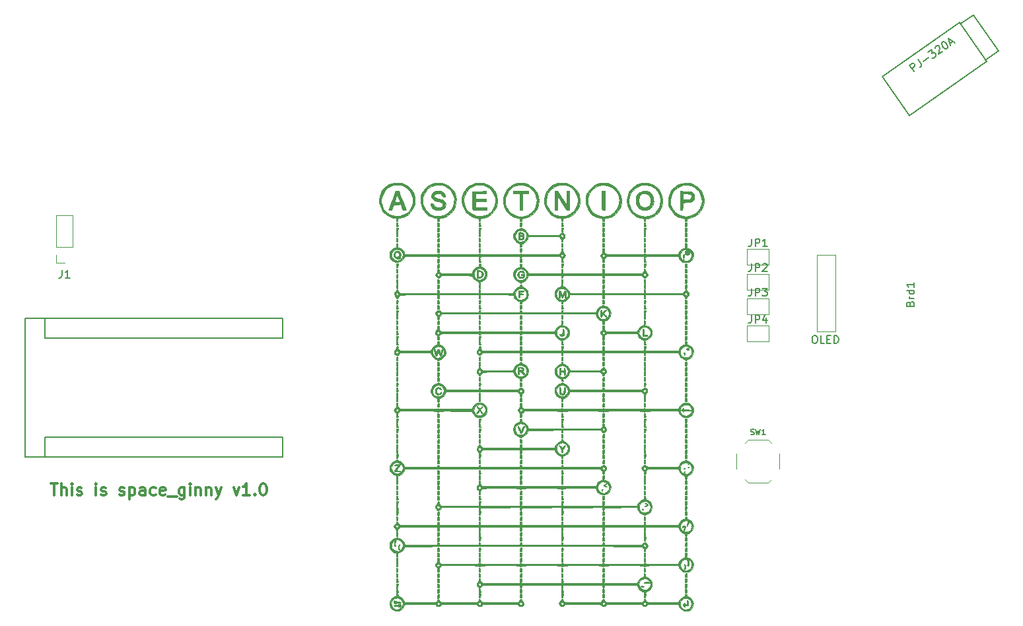
<source format=gbr>
%TF.GenerationSoftware,KiCad,Pcbnew,5.1.6*%
%TF.CreationDate,2020-10-16T15:45:10+02:00*%
%TF.ProjectId,prominny_kicad,70726f6d-696e-46e7-995f-6b696361642e,rev?*%
%TF.SameCoordinates,Original*%
%TF.FileFunction,Legend,Top*%
%TF.FilePolarity,Positive*%
%FSLAX46Y46*%
G04 Gerber Fmt 4.6, Leading zero omitted, Abs format (unit mm)*
G04 Created by KiCad (PCBNEW 5.1.6) date 2020-10-16 15:45:10*
%MOMM*%
%LPD*%
G01*
G04 APERTURE LIST*
%ADD10C,0.300000*%
%ADD11C,0.010000*%
%ADD12C,0.120000*%
%ADD13C,0.150000*%
G04 APERTURE END LIST*
D10*
X133163914Y-120614671D02*
X134021057Y-120614671D01*
X133592485Y-122114671D02*
X133592485Y-120614671D01*
X134521057Y-122114671D02*
X134521057Y-120614671D01*
X135163914Y-122114671D02*
X135163914Y-121328957D01*
X135092485Y-121186100D01*
X134949628Y-121114671D01*
X134735342Y-121114671D01*
X134592485Y-121186100D01*
X134521057Y-121257528D01*
X135878200Y-122114671D02*
X135878200Y-121114671D01*
X135878200Y-120614671D02*
X135806771Y-120686100D01*
X135878200Y-120757528D01*
X135949628Y-120686100D01*
X135878200Y-120614671D01*
X135878200Y-120757528D01*
X136521057Y-122043242D02*
X136663914Y-122114671D01*
X136949628Y-122114671D01*
X137092485Y-122043242D01*
X137163914Y-121900385D01*
X137163914Y-121828957D01*
X137092485Y-121686100D01*
X136949628Y-121614671D01*
X136735342Y-121614671D01*
X136592485Y-121543242D01*
X136521057Y-121400385D01*
X136521057Y-121328957D01*
X136592485Y-121186100D01*
X136735342Y-121114671D01*
X136949628Y-121114671D01*
X137092485Y-121186100D01*
X138949628Y-122114671D02*
X138949628Y-121114671D01*
X138949628Y-120614671D02*
X138878200Y-120686100D01*
X138949628Y-120757528D01*
X139021057Y-120686100D01*
X138949628Y-120614671D01*
X138949628Y-120757528D01*
X139592485Y-122043242D02*
X139735342Y-122114671D01*
X140021057Y-122114671D01*
X140163914Y-122043242D01*
X140235342Y-121900385D01*
X140235342Y-121828957D01*
X140163914Y-121686100D01*
X140021057Y-121614671D01*
X139806771Y-121614671D01*
X139663914Y-121543242D01*
X139592485Y-121400385D01*
X139592485Y-121328957D01*
X139663914Y-121186100D01*
X139806771Y-121114671D01*
X140021057Y-121114671D01*
X140163914Y-121186100D01*
X141949628Y-122043242D02*
X142092485Y-122114671D01*
X142378200Y-122114671D01*
X142521057Y-122043242D01*
X142592485Y-121900385D01*
X142592485Y-121828957D01*
X142521057Y-121686100D01*
X142378200Y-121614671D01*
X142163914Y-121614671D01*
X142021057Y-121543242D01*
X141949628Y-121400385D01*
X141949628Y-121328957D01*
X142021057Y-121186100D01*
X142163914Y-121114671D01*
X142378200Y-121114671D01*
X142521057Y-121186100D01*
X143235342Y-121114671D02*
X143235342Y-122614671D01*
X143235342Y-121186100D02*
X143378200Y-121114671D01*
X143663914Y-121114671D01*
X143806771Y-121186100D01*
X143878200Y-121257528D01*
X143949628Y-121400385D01*
X143949628Y-121828957D01*
X143878200Y-121971814D01*
X143806771Y-122043242D01*
X143663914Y-122114671D01*
X143378200Y-122114671D01*
X143235342Y-122043242D01*
X145235342Y-122114671D02*
X145235342Y-121328957D01*
X145163914Y-121186100D01*
X145021057Y-121114671D01*
X144735342Y-121114671D01*
X144592485Y-121186100D01*
X145235342Y-122043242D02*
X145092485Y-122114671D01*
X144735342Y-122114671D01*
X144592485Y-122043242D01*
X144521057Y-121900385D01*
X144521057Y-121757528D01*
X144592485Y-121614671D01*
X144735342Y-121543242D01*
X145092485Y-121543242D01*
X145235342Y-121471814D01*
X146592485Y-122043242D02*
X146449628Y-122114671D01*
X146163914Y-122114671D01*
X146021057Y-122043242D01*
X145949628Y-121971814D01*
X145878200Y-121828957D01*
X145878200Y-121400385D01*
X145949628Y-121257528D01*
X146021057Y-121186100D01*
X146163914Y-121114671D01*
X146449628Y-121114671D01*
X146592485Y-121186100D01*
X147806771Y-122043242D02*
X147663914Y-122114671D01*
X147378200Y-122114671D01*
X147235342Y-122043242D01*
X147163914Y-121900385D01*
X147163914Y-121328957D01*
X147235342Y-121186100D01*
X147378200Y-121114671D01*
X147663914Y-121114671D01*
X147806771Y-121186100D01*
X147878200Y-121328957D01*
X147878200Y-121471814D01*
X147163914Y-121614671D01*
X148163914Y-122257528D02*
X149306771Y-122257528D01*
X150306771Y-121114671D02*
X150306771Y-122328957D01*
X150235342Y-122471814D01*
X150163914Y-122543242D01*
X150021057Y-122614671D01*
X149806771Y-122614671D01*
X149663914Y-122543242D01*
X150306771Y-122043242D02*
X150163914Y-122114671D01*
X149878200Y-122114671D01*
X149735342Y-122043242D01*
X149663914Y-121971814D01*
X149592485Y-121828957D01*
X149592485Y-121400385D01*
X149663914Y-121257528D01*
X149735342Y-121186100D01*
X149878200Y-121114671D01*
X150163914Y-121114671D01*
X150306771Y-121186100D01*
X151021057Y-122114671D02*
X151021057Y-121114671D01*
X151021057Y-120614671D02*
X150949628Y-120686100D01*
X151021057Y-120757528D01*
X151092485Y-120686100D01*
X151021057Y-120614671D01*
X151021057Y-120757528D01*
X151735342Y-121114671D02*
X151735342Y-122114671D01*
X151735342Y-121257528D02*
X151806771Y-121186100D01*
X151949628Y-121114671D01*
X152163914Y-121114671D01*
X152306771Y-121186100D01*
X152378200Y-121328957D01*
X152378200Y-122114671D01*
X153092485Y-121114671D02*
X153092485Y-122114671D01*
X153092485Y-121257528D02*
X153163914Y-121186100D01*
X153306771Y-121114671D01*
X153521057Y-121114671D01*
X153663914Y-121186100D01*
X153735342Y-121328957D01*
X153735342Y-122114671D01*
X154306771Y-121114671D02*
X154663914Y-122114671D01*
X155021057Y-121114671D02*
X154663914Y-122114671D01*
X154521057Y-122471814D01*
X154449628Y-122543242D01*
X154306771Y-122614671D01*
X156592485Y-121114671D02*
X156949628Y-122114671D01*
X157306771Y-121114671D01*
X158663914Y-122114671D02*
X157806771Y-122114671D01*
X158235342Y-122114671D02*
X158235342Y-120614671D01*
X158092485Y-120828957D01*
X157949628Y-120971814D01*
X157806771Y-121043242D01*
X159306771Y-121971814D02*
X159378200Y-122043242D01*
X159306771Y-122114671D01*
X159235342Y-122043242D01*
X159306771Y-121971814D01*
X159306771Y-122114671D01*
X160306771Y-120614671D02*
X160449628Y-120614671D01*
X160592485Y-120686100D01*
X160663914Y-120757528D01*
X160735342Y-120900385D01*
X160806771Y-121186100D01*
X160806771Y-121543242D01*
X160735342Y-121828957D01*
X160663914Y-121971814D01*
X160592485Y-122043242D01*
X160449628Y-122114671D01*
X160306771Y-122114671D01*
X160163914Y-122043242D01*
X160092485Y-121971814D01*
X160021057Y-121828957D01*
X159949628Y-121543242D01*
X159949628Y-121186100D01*
X160021057Y-120900385D01*
X160092485Y-120757528D01*
X160163914Y-120686100D01*
X160306771Y-120614671D01*
D11*
%TO.C,G\u002A\u002A\u002A*%
G36*
X214511817Y-83122334D02*
G01*
X214809371Y-83130459D01*
X215035386Y-83144254D01*
X215202972Y-83167634D01*
X215325239Y-83204512D01*
X215415297Y-83258802D01*
X215486255Y-83334419D01*
X215549384Y-83432100D01*
X215620690Y-83625572D01*
X215639651Y-83847396D01*
X215607308Y-84065321D01*
X215524700Y-84247098D01*
X215523032Y-84249456D01*
X215432334Y-84357725D01*
X215328039Y-84435431D01*
X215193957Y-84488138D01*
X215013899Y-84521412D01*
X214771673Y-84540819D01*
X214661322Y-84545664D01*
X214165243Y-84564273D01*
X214153322Y-85035353D01*
X214141400Y-85506433D01*
X213823900Y-85532711D01*
X213823900Y-83453267D01*
X214162567Y-83453267D01*
X214162567Y-84215267D01*
X214537250Y-84215267D01*
X214725002Y-84209975D01*
X214895975Y-84195893D01*
X215020884Y-84175715D01*
X215046143Y-84168480D01*
X215170082Y-84100907D01*
X215238767Y-83994235D01*
X215262818Y-83830331D01*
X215263234Y-83797789D01*
X215247511Y-83664986D01*
X215188907Y-83573353D01*
X215151691Y-83541006D01*
X215089369Y-83500439D01*
X215013786Y-83474509D01*
X214905435Y-83460106D01*
X214744807Y-83454118D01*
X214601358Y-83453267D01*
X214162567Y-83453267D01*
X213823900Y-83453267D01*
X213823900Y-83108902D01*
X214511817Y-83122334D01*
G37*
X214511817Y-83122334D02*
X214809371Y-83130459D01*
X215035386Y-83144254D01*
X215202972Y-83167634D01*
X215325239Y-83204512D01*
X215415297Y-83258802D01*
X215486255Y-83334419D01*
X215549384Y-83432100D01*
X215620690Y-83625572D01*
X215639651Y-83847396D01*
X215607308Y-84065321D01*
X215524700Y-84247098D01*
X215523032Y-84249456D01*
X215432334Y-84357725D01*
X215328039Y-84435431D01*
X215193957Y-84488138D01*
X215013899Y-84521412D01*
X214771673Y-84540819D01*
X214661322Y-84545664D01*
X214165243Y-84564273D01*
X214153322Y-85035353D01*
X214141400Y-85506433D01*
X213823900Y-85532711D01*
X213823900Y-83453267D01*
X214162567Y-83453267D01*
X214162567Y-84215267D01*
X214537250Y-84215267D01*
X214725002Y-84209975D01*
X214895975Y-84195893D01*
X215020884Y-84175715D01*
X215046143Y-84168480D01*
X215170082Y-84100907D01*
X215238767Y-83994235D01*
X215262818Y-83830331D01*
X215263234Y-83797789D01*
X215247511Y-83664986D01*
X215188907Y-83573353D01*
X215151691Y-83541006D01*
X215089369Y-83500439D01*
X215013786Y-83474509D01*
X214905435Y-83460106D01*
X214744807Y-83454118D01*
X214601358Y-83453267D01*
X214162567Y-83453267D01*
X213823900Y-83453267D01*
X213823900Y-83108902D01*
X214511817Y-83122334D01*
G36*
X209545178Y-83083877D02*
G01*
X209768270Y-83151849D01*
X209924665Y-83242666D01*
X210087513Y-83388075D01*
X210232476Y-83563796D01*
X210311025Y-83693306D01*
X210379054Y-83891843D01*
X210416182Y-84139052D01*
X210421989Y-84404614D01*
X210396055Y-84658213D01*
X210337958Y-84869528D01*
X210327669Y-84893075D01*
X210178849Y-85130158D01*
X209978460Y-85327845D01*
X209782006Y-85448391D01*
X209570967Y-85509471D01*
X209318964Y-85530044D01*
X209058996Y-85510807D01*
X208824062Y-85452458D01*
X208762067Y-85426814D01*
X208517338Y-85270350D01*
X208335173Y-85057707D01*
X208215246Y-84788281D01*
X208157231Y-84461471D01*
X208152107Y-84322394D01*
X208523439Y-84322394D01*
X208537742Y-84544118D01*
X208575784Y-84728233D01*
X208598045Y-84785659D01*
X208738438Y-84991443D01*
X208926396Y-85135060D01*
X209146807Y-85211260D01*
X209384554Y-85214792D01*
X209622328Y-85141471D01*
X209817737Y-85008503D01*
X209951401Y-84825451D01*
X210027426Y-84585484D01*
X210045436Y-84437471D01*
X210038750Y-84115521D01*
X209970026Y-83848682D01*
X209840364Y-83638660D01*
X209650863Y-83487164D01*
X209402626Y-83395900D01*
X209369613Y-83389202D01*
X209158655Y-83389770D01*
X208950606Y-83459564D01*
X208766829Y-83585177D01*
X208628685Y-83753202D01*
X208569976Y-83891050D01*
X208533857Y-84094294D01*
X208523439Y-84322394D01*
X208152107Y-84322394D01*
X208151234Y-84298709D01*
X208162242Y-84045001D01*
X208200885Y-83843171D01*
X208275587Y-83662641D01*
X208368195Y-83511202D01*
X208503716Y-83352284D01*
X208678450Y-83227341D01*
X208912401Y-83122995D01*
X208987813Y-83096784D01*
X209251745Y-83052728D01*
X209545178Y-83083877D01*
G37*
X209545178Y-83083877D02*
X209768270Y-83151849D01*
X209924665Y-83242666D01*
X210087513Y-83388075D01*
X210232476Y-83563796D01*
X210311025Y-83693306D01*
X210379054Y-83891843D01*
X210416182Y-84139052D01*
X210421989Y-84404614D01*
X210396055Y-84658213D01*
X210337958Y-84869528D01*
X210327669Y-84893075D01*
X210178849Y-85130158D01*
X209978460Y-85327845D01*
X209782006Y-85448391D01*
X209570967Y-85509471D01*
X209318964Y-85530044D01*
X209058996Y-85510807D01*
X208824062Y-85452458D01*
X208762067Y-85426814D01*
X208517338Y-85270350D01*
X208335173Y-85057707D01*
X208215246Y-84788281D01*
X208157231Y-84461471D01*
X208152107Y-84322394D01*
X208523439Y-84322394D01*
X208537742Y-84544118D01*
X208575784Y-84728233D01*
X208598045Y-84785659D01*
X208738438Y-84991443D01*
X208926396Y-85135060D01*
X209146807Y-85211260D01*
X209384554Y-85214792D01*
X209622328Y-85141471D01*
X209817737Y-85008503D01*
X209951401Y-84825451D01*
X210027426Y-84585484D01*
X210045436Y-84437471D01*
X210038750Y-84115521D01*
X209970026Y-83848682D01*
X209840364Y-83638660D01*
X209650863Y-83487164D01*
X209402626Y-83395900D01*
X209369613Y-83389202D01*
X209158655Y-83389770D01*
X208950606Y-83459564D01*
X208766829Y-83585177D01*
X208628685Y-83753202D01*
X208569976Y-83891050D01*
X208533857Y-84094294D01*
X208523439Y-84322394D01*
X208152107Y-84322394D01*
X208151234Y-84298709D01*
X208162242Y-84045001D01*
X208200885Y-83843171D01*
X208275587Y-83662641D01*
X208368195Y-83511202D01*
X208503716Y-83352284D01*
X208678450Y-83227341D01*
X208912401Y-83122995D01*
X208987813Y-83096784D01*
X209251745Y-83052728D01*
X209545178Y-83083877D01*
G36*
X204171900Y-85527600D02*
G01*
X204007096Y-85527600D01*
X203874441Y-85510277D01*
X203816596Y-85460637D01*
X203809773Y-85401822D01*
X203803632Y-85270136D01*
X203798422Y-85077377D01*
X203794396Y-84835339D01*
X203791805Y-84555820D01*
X203790900Y-84254137D01*
X203790900Y-83114600D01*
X204171900Y-83114600D01*
X204171900Y-85527600D01*
G37*
X204171900Y-85527600D02*
X204007096Y-85527600D01*
X203874441Y-85510277D01*
X203816596Y-85460637D01*
X203809773Y-85401822D01*
X203803632Y-85270136D01*
X203798422Y-85077377D01*
X203794396Y-84835339D01*
X203791805Y-84555820D01*
X203790900Y-84254137D01*
X203790900Y-83114600D01*
X204171900Y-83114600D01*
X204171900Y-85527600D01*
G36*
X198698376Y-83987014D02*
G01*
X199282400Y-84859429D01*
X199293842Y-83987014D01*
X199305285Y-83114600D01*
X199642234Y-83114600D01*
X199642234Y-85527600D01*
X199307942Y-85527600D01*
X198723671Y-84661348D01*
X198561441Y-84422590D01*
X198413959Y-84208898D01*
X198287990Y-84029805D01*
X198190302Y-83894843D01*
X198127661Y-83813545D01*
X198107650Y-83793514D01*
X198098114Y-83833269D01*
X198089724Y-83945202D01*
X198082938Y-84116824D01*
X198078212Y-84335651D01*
X198076005Y-84589194D01*
X198075900Y-84659767D01*
X198075900Y-85527600D01*
X197737234Y-85527600D01*
X197737234Y-83114600D01*
X198114352Y-83114600D01*
X198698376Y-83987014D01*
G37*
X198698376Y-83987014D02*
X199282400Y-84859429D01*
X199293842Y-83987014D01*
X199305285Y-83114600D01*
X199642234Y-83114600D01*
X199642234Y-85527600D01*
X199307942Y-85527600D01*
X198723671Y-84661348D01*
X198561441Y-84422590D01*
X198413959Y-84208898D01*
X198287990Y-84029805D01*
X198190302Y-83894843D01*
X198127661Y-83813545D01*
X198107650Y-83793514D01*
X198098114Y-83833269D01*
X198089724Y-83945202D01*
X198082938Y-84116824D01*
X198078212Y-84335651D01*
X198076005Y-84589194D01*
X198075900Y-84659767D01*
X198075900Y-85527600D01*
X197737234Y-85527600D01*
X197737234Y-83114600D01*
X198114352Y-83114600D01*
X198698376Y-83987014D01*
G36*
X194384872Y-83273350D02*
G01*
X194371734Y-83432100D01*
X193980150Y-83444272D01*
X193588567Y-83456444D01*
X193588567Y-85527600D01*
X193249900Y-85527600D01*
X193249900Y-83456444D01*
X192466734Y-83432100D01*
X192440456Y-83114600D01*
X194398011Y-83114600D01*
X194384872Y-83273350D01*
G37*
X194384872Y-83273350D02*
X194371734Y-83432100D01*
X193980150Y-83444272D01*
X193588567Y-83456444D01*
X193588567Y-85527600D01*
X193249900Y-85527600D01*
X193249900Y-83456444D01*
X192466734Y-83432100D01*
X192440456Y-83114600D01*
X194398011Y-83114600D01*
X194384872Y-83273350D01*
G36*
X188974234Y-83453267D02*
G01*
X187577234Y-83453267D01*
X187577234Y-84130600D01*
X188931900Y-84130600D01*
X188931900Y-84424783D01*
X188265150Y-84436442D01*
X187598400Y-84448100D01*
X187586183Y-84817510D01*
X187573967Y-85186920D01*
X188305850Y-85198510D01*
X189037734Y-85210100D01*
X189050872Y-85368850D01*
X189064011Y-85527600D01*
X187245791Y-85527600D01*
X187218582Y-85220683D01*
X187210828Y-85082516D01*
X187205263Y-84878451D01*
X187202107Y-84627235D01*
X187201585Y-84347613D01*
X187203918Y-84058333D01*
X187204387Y-84024767D01*
X187217400Y-83135767D01*
X188095817Y-83124324D01*
X188974234Y-83112882D01*
X188974234Y-83453267D01*
G37*
X188974234Y-83453267D02*
X187577234Y-83453267D01*
X187577234Y-84130600D01*
X188931900Y-84130600D01*
X188931900Y-84424783D01*
X188265150Y-84436442D01*
X187598400Y-84448100D01*
X187586183Y-84817510D01*
X187573967Y-85186920D01*
X188305850Y-85198510D01*
X189037734Y-85210100D01*
X189050872Y-85368850D01*
X189064011Y-85527600D01*
X187245791Y-85527600D01*
X187218582Y-85220683D01*
X187210828Y-85082516D01*
X187205263Y-84878451D01*
X187202107Y-84627235D01*
X187201585Y-84347613D01*
X187203918Y-84058333D01*
X187204387Y-84024767D01*
X187217400Y-83135767D01*
X188095817Y-83124324D01*
X188974234Y-83112882D01*
X188974234Y-83453267D01*
G36*
X183080454Y-83099453D02*
G01*
X183323947Y-83182063D01*
X183509406Y-83323128D01*
X183640316Y-83524753D01*
X183676213Y-83616879D01*
X183705709Y-83740570D01*
X183681807Y-83807098D01*
X183594096Y-83832245D01*
X183532762Y-83834267D01*
X183436015Y-83824030D01*
X183370871Y-83779146D01*
X183308482Y-83678352D01*
X183300697Y-83663227D01*
X183204744Y-83525580D01*
X183076005Y-83442636D01*
X182895630Y-83404593D01*
X182793567Y-83399527D01*
X182592870Y-83420940D01*
X182435093Y-83486422D01*
X182331724Y-83586700D01*
X182294250Y-83712502D01*
X182306881Y-83792397D01*
X182352250Y-83865518D01*
X182445610Y-83931023D01*
X182597729Y-83994077D01*
X182819377Y-84059842D01*
X182916552Y-84084750D01*
X183104280Y-84137932D01*
X183282750Y-84199448D01*
X183418426Y-84257526D01*
X183436964Y-84267406D01*
X183601109Y-84402498D01*
X183712575Y-84581880D01*
X183764294Y-84783915D01*
X183749200Y-84986966D01*
X183707513Y-85095785D01*
X183598085Y-85249258D01*
X183449739Y-85387511D01*
X183296154Y-85479477D01*
X183288228Y-85482573D01*
X183191600Y-85502195D01*
X183038944Y-85515813D01*
X182857783Y-85522930D01*
X182675637Y-85523049D01*
X182520030Y-85515674D01*
X182418483Y-85500307D01*
X182412567Y-85498385D01*
X182221580Y-85396388D01*
X182055962Y-85244950D01*
X181932470Y-85065042D01*
X181867861Y-84877635D01*
X181862234Y-84809620D01*
X181873487Y-84717864D01*
X181920641Y-84684026D01*
X181964604Y-84680933D01*
X182106569Y-84698765D01*
X182187247Y-84748314D01*
X182200900Y-84789823D01*
X182227121Y-84854315D01*
X182293301Y-84950174D01*
X182330040Y-84994403D01*
X182449549Y-85101960D01*
X182594474Y-85165516D01*
X182679290Y-85185748D01*
X182905550Y-85206904D01*
X183102807Y-85179663D01*
X183259887Y-85110962D01*
X183365617Y-85007737D01*
X183408823Y-84876923D01*
X183387004Y-84746461D01*
X183339460Y-84668094D01*
X183253548Y-84600267D01*
X183116414Y-84536305D01*
X182915203Y-84469533D01*
X182779885Y-84431186D01*
X182478381Y-84336372D01*
X182253255Y-84233953D01*
X182096218Y-84116649D01*
X181998981Y-83977183D01*
X181953254Y-83808277D01*
X181947058Y-83699931D01*
X181985659Y-83495175D01*
X182095784Y-83323290D01*
X182268391Y-83191118D01*
X182494439Y-83105499D01*
X182764885Y-83073274D01*
X182775442Y-83073196D01*
X183080454Y-83099453D01*
G37*
X183080454Y-83099453D02*
X183323947Y-83182063D01*
X183509406Y-83323128D01*
X183640316Y-83524753D01*
X183676213Y-83616879D01*
X183705709Y-83740570D01*
X183681807Y-83807098D01*
X183594096Y-83832245D01*
X183532762Y-83834267D01*
X183436015Y-83824030D01*
X183370871Y-83779146D01*
X183308482Y-83678352D01*
X183300697Y-83663227D01*
X183204744Y-83525580D01*
X183076005Y-83442636D01*
X182895630Y-83404593D01*
X182793567Y-83399527D01*
X182592870Y-83420940D01*
X182435093Y-83486422D01*
X182331724Y-83586700D01*
X182294250Y-83712502D01*
X182306881Y-83792397D01*
X182352250Y-83865518D01*
X182445610Y-83931023D01*
X182597729Y-83994077D01*
X182819377Y-84059842D01*
X182916552Y-84084750D01*
X183104280Y-84137932D01*
X183282750Y-84199448D01*
X183418426Y-84257526D01*
X183436964Y-84267406D01*
X183601109Y-84402498D01*
X183712575Y-84581880D01*
X183764294Y-84783915D01*
X183749200Y-84986966D01*
X183707513Y-85095785D01*
X183598085Y-85249258D01*
X183449739Y-85387511D01*
X183296154Y-85479477D01*
X183288228Y-85482573D01*
X183191600Y-85502195D01*
X183038944Y-85515813D01*
X182857783Y-85522930D01*
X182675637Y-85523049D01*
X182520030Y-85515674D01*
X182418483Y-85500307D01*
X182412567Y-85498385D01*
X182221580Y-85396388D01*
X182055962Y-85244950D01*
X181932470Y-85065042D01*
X181867861Y-84877635D01*
X181862234Y-84809620D01*
X181873487Y-84717864D01*
X181920641Y-84684026D01*
X181964604Y-84680933D01*
X182106569Y-84698765D01*
X182187247Y-84748314D01*
X182200900Y-84789823D01*
X182227121Y-84854315D01*
X182293301Y-84950174D01*
X182330040Y-84994403D01*
X182449549Y-85101960D01*
X182594474Y-85165516D01*
X182679290Y-85185748D01*
X182905550Y-85206904D01*
X183102807Y-85179663D01*
X183259887Y-85110962D01*
X183365617Y-85007737D01*
X183408823Y-84876923D01*
X183387004Y-84746461D01*
X183339460Y-84668094D01*
X183253548Y-84600267D01*
X183116414Y-84536305D01*
X182915203Y-84469533D01*
X182779885Y-84431186D01*
X182478381Y-84336372D01*
X182253255Y-84233953D01*
X182096218Y-84116649D01*
X181998981Y-83977183D01*
X181953254Y-83808277D01*
X181947058Y-83699931D01*
X181985659Y-83495175D01*
X182095784Y-83323290D01*
X182268391Y-83191118D01*
X182494439Y-83105499D01*
X182764885Y-83073274D01*
X182775442Y-83073196D01*
X183080454Y-83099453D01*
G36*
X177986700Y-83717850D02*
G01*
X178098084Y-83989779D01*
X178222797Y-84293021D01*
X178346125Y-84591863D01*
X178453354Y-84850597D01*
X178460169Y-84866985D01*
X178542668Y-85069421D01*
X178611779Y-85246819D01*
X178661491Y-85383148D01*
X178685795Y-85462382D01*
X178687234Y-85472554D01*
X178663735Y-85509531D01*
X178583036Y-85522381D01*
X178489880Y-85519336D01*
X178292527Y-85506433D01*
X178162275Y-85155927D01*
X178032022Y-84805421D01*
X177550447Y-84817260D01*
X177068872Y-84829100D01*
X176942788Y-85178350D01*
X176816703Y-85527600D01*
X176653800Y-85527600D01*
X176543524Y-85519014D01*
X176474999Y-85497741D01*
X176468490Y-85491345D01*
X176477442Y-85444114D01*
X176513638Y-85328118D01*
X176573510Y-85153450D01*
X176653485Y-84930205D01*
X176749994Y-84668476D01*
X176834870Y-84443544D01*
X177224680Y-84443544D01*
X177280771Y-84471242D01*
X177339748Y-84480722D01*
X177552686Y-84500340D01*
X177720586Y-84502696D01*
X177829259Y-84488117D01*
X177862090Y-84468690D01*
X177859612Y-84412313D01*
X177830383Y-84298251D01*
X177780072Y-84147033D01*
X177753915Y-84077107D01*
X177687640Y-83905427D01*
X177628737Y-83752630D01*
X177587126Y-83644457D01*
X177578793Y-83622712D01*
X177558054Y-83582135D01*
X177535598Y-83581872D01*
X177505263Y-83632027D01*
X177460885Y-83742704D01*
X177398033Y-83919045D01*
X177335340Y-84097384D01*
X177280579Y-84250839D01*
X177241327Y-84358294D01*
X177228230Y-84392247D01*
X177224680Y-84443544D01*
X176834870Y-84443544D01*
X176859467Y-84378359D01*
X176895244Y-84284845D01*
X177344404Y-83114600D01*
X177740297Y-83114600D01*
X177986700Y-83717850D01*
G37*
X177986700Y-83717850D02*
X178098084Y-83989779D01*
X178222797Y-84293021D01*
X178346125Y-84591863D01*
X178453354Y-84850597D01*
X178460169Y-84866985D01*
X178542668Y-85069421D01*
X178611779Y-85246819D01*
X178661491Y-85383148D01*
X178685795Y-85462382D01*
X178687234Y-85472554D01*
X178663735Y-85509531D01*
X178583036Y-85522381D01*
X178489880Y-85519336D01*
X178292527Y-85506433D01*
X178162275Y-85155927D01*
X178032022Y-84805421D01*
X177550447Y-84817260D01*
X177068872Y-84829100D01*
X176942788Y-85178350D01*
X176816703Y-85527600D01*
X176653800Y-85527600D01*
X176543524Y-85519014D01*
X176474999Y-85497741D01*
X176468490Y-85491345D01*
X176477442Y-85444114D01*
X176513638Y-85328118D01*
X176573510Y-85153450D01*
X176653485Y-84930205D01*
X176749994Y-84668476D01*
X176834870Y-84443544D01*
X177224680Y-84443544D01*
X177280771Y-84471242D01*
X177339748Y-84480722D01*
X177552686Y-84500340D01*
X177720586Y-84502696D01*
X177829259Y-84488117D01*
X177862090Y-84468690D01*
X177859612Y-84412313D01*
X177830383Y-84298251D01*
X177780072Y-84147033D01*
X177753915Y-84077107D01*
X177687640Y-83905427D01*
X177628737Y-83752630D01*
X177587126Y-83644457D01*
X177578793Y-83622712D01*
X177558054Y-83582135D01*
X177535598Y-83581872D01*
X177505263Y-83632027D01*
X177460885Y-83742704D01*
X177398033Y-83919045D01*
X177335340Y-84097384D01*
X177280579Y-84250839D01*
X177241327Y-84358294D01*
X177228230Y-84392247D01*
X177224680Y-84443544D01*
X176834870Y-84443544D01*
X176859467Y-84378359D01*
X176895244Y-84284845D01*
X177344404Y-83114600D01*
X177740297Y-83114600D01*
X177986700Y-83717850D01*
G36*
X193404471Y-88379321D02*
G01*
X193599141Y-88422004D01*
X193728304Y-88495621D01*
X193785534Y-88595030D01*
X193778806Y-88679004D01*
X193762516Y-88736834D01*
X193756967Y-88790211D01*
X193762532Y-88867073D01*
X193779584Y-88995360D01*
X193783394Y-89022460D01*
X193789334Y-89143075D01*
X193758312Y-89224563D01*
X193677596Y-89276478D01*
X193534451Y-89308373D01*
X193380546Y-89324730D01*
X193080567Y-89349880D01*
X193080893Y-89128238D01*
X193254009Y-89128238D01*
X193280796Y-89160362D01*
X193359317Y-89164579D01*
X193426756Y-89160267D01*
X193545558Y-89144197D01*
X193603483Y-89110020D01*
X193623065Y-89053346D01*
X193610367Y-88974401D01*
X193531234Y-88933198D01*
X193531163Y-88933181D01*
X193383565Y-88916613D01*
X193294030Y-88958241D01*
X193257422Y-89054795D01*
X193254009Y-89128238D01*
X193080893Y-89128238D01*
X193081215Y-88909823D01*
X193084944Y-88720348D01*
X193089133Y-88649683D01*
X193257565Y-88649683D01*
X193259947Y-88714939D01*
X193307699Y-88740778D01*
X193384539Y-88744285D01*
X193501753Y-88732216D01*
X193587660Y-88704061D01*
X193588213Y-88703714D01*
X193625449Y-88653887D01*
X193588438Y-88608346D01*
X193487502Y-88575443D01*
X193418657Y-88566531D01*
X193316729Y-88566807D01*
X193270765Y-88599547D01*
X193257565Y-88649683D01*
X193089133Y-88649683D01*
X193094486Y-88559388D01*
X193108248Y-88447812D01*
X193119369Y-88410530D01*
X193164197Y-88377434D01*
X193253692Y-88367814D01*
X193404471Y-88379321D01*
G37*
X193404471Y-88379321D02*
X193599141Y-88422004D01*
X193728304Y-88495621D01*
X193785534Y-88595030D01*
X193778806Y-88679004D01*
X193762516Y-88736834D01*
X193756967Y-88790211D01*
X193762532Y-88867073D01*
X193779584Y-88995360D01*
X193783394Y-89022460D01*
X193789334Y-89143075D01*
X193758312Y-89224563D01*
X193677596Y-89276478D01*
X193534451Y-89308373D01*
X193380546Y-89324730D01*
X193080567Y-89349880D01*
X193080893Y-89128238D01*
X193254009Y-89128238D01*
X193280796Y-89160362D01*
X193359317Y-89164579D01*
X193426756Y-89160267D01*
X193545558Y-89144197D01*
X193603483Y-89110020D01*
X193623065Y-89053346D01*
X193610367Y-88974401D01*
X193531234Y-88933198D01*
X193531163Y-88933181D01*
X193383565Y-88916613D01*
X193294030Y-88958241D01*
X193257422Y-89054795D01*
X193254009Y-89128238D01*
X193080893Y-89128238D01*
X193081215Y-88909823D01*
X193084944Y-88720348D01*
X193089133Y-88649683D01*
X193257565Y-88649683D01*
X193259947Y-88714939D01*
X193307699Y-88740778D01*
X193384539Y-88744285D01*
X193501753Y-88732216D01*
X193587660Y-88704061D01*
X193588213Y-88703714D01*
X193625449Y-88653887D01*
X193588438Y-88608346D01*
X193487502Y-88575443D01*
X193418657Y-88566531D01*
X193316729Y-88566807D01*
X193270765Y-88599547D01*
X193257565Y-88649683D01*
X193089133Y-88649683D01*
X193094486Y-88559388D01*
X193108248Y-88447812D01*
X193119369Y-88410530D01*
X193164197Y-88377434D01*
X193253692Y-88367814D01*
X193404471Y-88379321D01*
G36*
X214336130Y-91208252D02*
G01*
X214356481Y-91244835D01*
X214358332Y-91328959D01*
X214346966Y-91464850D01*
X214324067Y-91631058D01*
X214295351Y-91741693D01*
X214264563Y-91787645D01*
X214235448Y-91759803D01*
X214230940Y-91747095D01*
X214207986Y-91641090D01*
X214191236Y-91504172D01*
X214183465Y-91370769D01*
X214187444Y-91275308D01*
X214191592Y-91258553D01*
X214247546Y-91209324D01*
X214293447Y-91200267D01*
X214336130Y-91208252D01*
G37*
X214336130Y-91208252D02*
X214356481Y-91244835D01*
X214358332Y-91328959D01*
X214346966Y-91464850D01*
X214324067Y-91631058D01*
X214295351Y-91741693D01*
X214264563Y-91787645D01*
X214235448Y-91759803D01*
X214230940Y-91747095D01*
X214207986Y-91641090D01*
X214191236Y-91504172D01*
X214183465Y-91370769D01*
X214187444Y-91275308D01*
X214191592Y-91258553D01*
X214247546Y-91209324D01*
X214293447Y-91200267D01*
X214336130Y-91208252D01*
G36*
X177683589Y-90808641D02*
G01*
X177830378Y-90888806D01*
X177941852Y-90994988D01*
X177943830Y-90997777D01*
X177995305Y-91130640D01*
X178006798Y-91300987D01*
X177977330Y-91471156D01*
X177957481Y-91522996D01*
X177926856Y-91609261D01*
X177942286Y-91648671D01*
X177957481Y-91655516D01*
X178006416Y-91706036D01*
X178009900Y-91726239D01*
X177972002Y-91755414D01*
X177874174Y-91772116D01*
X177740210Y-91776450D01*
X177593909Y-91768515D01*
X177459068Y-91748415D01*
X177375131Y-91723517D01*
X177263220Y-91652353D01*
X177189832Y-91576174D01*
X177141007Y-91452103D01*
X177123691Y-91296390D01*
X177290059Y-91296390D01*
X177312298Y-91447852D01*
X177334056Y-91499383D01*
X177402350Y-91564875D01*
X177486480Y-91577024D01*
X177551872Y-91533177D01*
X177559941Y-91516727D01*
X177613288Y-91471740D01*
X177687327Y-91477943D01*
X177763359Y-91483660D01*
X177802207Y-91435526D01*
X177817005Y-91380504D01*
X177820630Y-91249455D01*
X177787981Y-91112208D01*
X177729900Y-91006023D01*
X177700335Y-90979526D01*
X177579311Y-90947627D01*
X177448004Y-90979050D01*
X177374900Y-91030933D01*
X177312031Y-91144741D01*
X177290059Y-91296390D01*
X177123691Y-91296390D01*
X177122642Y-91286963D01*
X177136327Y-91119275D01*
X177166841Y-91018755D01*
X177254055Y-90908191D01*
X177386591Y-90819406D01*
X177525320Y-90777603D01*
X177542284Y-90776933D01*
X177683589Y-90808641D01*
G37*
X177683589Y-90808641D02*
X177830378Y-90888806D01*
X177941852Y-90994988D01*
X177943830Y-90997777D01*
X177995305Y-91130640D01*
X178006798Y-91300987D01*
X177977330Y-91471156D01*
X177957481Y-91522996D01*
X177926856Y-91609261D01*
X177942286Y-91648671D01*
X177957481Y-91655516D01*
X178006416Y-91706036D01*
X178009900Y-91726239D01*
X177972002Y-91755414D01*
X177874174Y-91772116D01*
X177740210Y-91776450D01*
X177593909Y-91768515D01*
X177459068Y-91748415D01*
X177375131Y-91723517D01*
X177263220Y-91652353D01*
X177189832Y-91576174D01*
X177141007Y-91452103D01*
X177123691Y-91296390D01*
X177290059Y-91296390D01*
X177312298Y-91447852D01*
X177334056Y-91499383D01*
X177402350Y-91564875D01*
X177486480Y-91577024D01*
X177551872Y-91533177D01*
X177559941Y-91516727D01*
X177613288Y-91471740D01*
X177687327Y-91477943D01*
X177763359Y-91483660D01*
X177802207Y-91435526D01*
X177817005Y-91380504D01*
X177820630Y-91249455D01*
X177787981Y-91112208D01*
X177729900Y-91006023D01*
X177700335Y-90979526D01*
X177579311Y-90947627D01*
X177448004Y-90979050D01*
X177374900Y-91030933D01*
X177312031Y-91144741D01*
X177290059Y-91296390D01*
X177123691Y-91296390D01*
X177122642Y-91286963D01*
X177136327Y-91119275D01*
X177166841Y-91018755D01*
X177254055Y-90908191D01*
X177386591Y-90819406D01*
X177525320Y-90777603D01*
X177542284Y-90776933D01*
X177683589Y-90808641D01*
G36*
X193600140Y-93349984D02*
G01*
X193752502Y-93442707D01*
X193788304Y-93482598D01*
X193834300Y-93573980D01*
X193818292Y-93628126D01*
X193757334Y-93638101D01*
X193668479Y-93596976D01*
X193616322Y-93552506D01*
X193508827Y-93466450D01*
X193413926Y-93453178D01*
X193303952Y-93510992D01*
X193276776Y-93531672D01*
X193200606Y-93611939D01*
X193169158Y-93714673D01*
X193165234Y-93800278D01*
X193188529Y-93965953D01*
X193242650Y-94051205D01*
X193353885Y-94105352D01*
X193494557Y-94118766D01*
X193617908Y-94087627D01*
X193626486Y-94082557D01*
X193667072Y-94022568D01*
X193643550Y-93958135D01*
X193570874Y-93915099D01*
X193526395Y-93909600D01*
X193442740Y-93890277D01*
X193419234Y-93824933D01*
X193430378Y-93774150D01*
X193477679Y-93748822D01*
X193581942Y-93740629D01*
X193630900Y-93740267D01*
X193842567Y-93740267D01*
X193842567Y-93950846D01*
X193837244Y-94080873D01*
X193812331Y-94156023D01*
X193754406Y-94205860D01*
X193717669Y-94226013D01*
X193542593Y-94280057D01*
X193357103Y-94279724D01*
X193217785Y-94234498D01*
X193080549Y-94118601D01*
X193001225Y-93968556D01*
X192976200Y-93801933D01*
X193001859Y-93636301D01*
X193074587Y-93489230D01*
X193190771Y-93378288D01*
X193346794Y-93321045D01*
X193406559Y-93316933D01*
X193600140Y-93349984D01*
G37*
X193600140Y-93349984D02*
X193752502Y-93442707D01*
X193788304Y-93482598D01*
X193834300Y-93573980D01*
X193818292Y-93628126D01*
X193757334Y-93638101D01*
X193668479Y-93596976D01*
X193616322Y-93552506D01*
X193508827Y-93466450D01*
X193413926Y-93453178D01*
X193303952Y-93510992D01*
X193276776Y-93531672D01*
X193200606Y-93611939D01*
X193169158Y-93714673D01*
X193165234Y-93800278D01*
X193188529Y-93965953D01*
X193242650Y-94051205D01*
X193353885Y-94105352D01*
X193494557Y-94118766D01*
X193617908Y-94087627D01*
X193626486Y-94082557D01*
X193667072Y-94022568D01*
X193643550Y-93958135D01*
X193570874Y-93915099D01*
X193526395Y-93909600D01*
X193442740Y-93890277D01*
X193419234Y-93824933D01*
X193430378Y-93774150D01*
X193477679Y-93748822D01*
X193581942Y-93740629D01*
X193630900Y-93740267D01*
X193842567Y-93740267D01*
X193842567Y-93950846D01*
X193837244Y-94080873D01*
X193812331Y-94156023D01*
X193754406Y-94205860D01*
X193717669Y-94226013D01*
X193542593Y-94280057D01*
X193357103Y-94279724D01*
X193217785Y-94234498D01*
X193080549Y-94118601D01*
X193001225Y-93968556D01*
X192976200Y-93801933D01*
X193001859Y-93636301D01*
X193074587Y-93489230D01*
X193190771Y-93378288D01*
X193346794Y-93321045D01*
X193406559Y-93316933D01*
X193600140Y-93349984D01*
G36*
X188198882Y-93281790D02*
G01*
X188308160Y-93309830D01*
X188401465Y-93368423D01*
X188419213Y-93382985D01*
X188538494Y-93533668D01*
X188588287Y-93712857D01*
X188567506Y-93899162D01*
X188475062Y-94071193D01*
X188455348Y-94094007D01*
X188382098Y-94155270D01*
X188283530Y-94193736D01*
X188133885Y-94218213D01*
X188074650Y-94224195D01*
X187788900Y-94250624D01*
X187788900Y-93443933D01*
X187958234Y-93443933D01*
X187958234Y-94078933D01*
X188103376Y-94078933D01*
X188222861Y-94060188D01*
X188312519Y-94014837D01*
X188315043Y-94012409D01*
X188361985Y-93918617D01*
X188381450Y-93774235D01*
X188381567Y-93761433D01*
X188358404Y-93592965D01*
X188285153Y-93490120D01*
X188156172Y-93446458D01*
X188103376Y-93443933D01*
X187958234Y-93443933D01*
X187788900Y-93443933D01*
X187788900Y-93274600D01*
X188039652Y-93274600D01*
X188198882Y-93281790D01*
G37*
X188198882Y-93281790D02*
X188308160Y-93309830D01*
X188401465Y-93368423D01*
X188419213Y-93382985D01*
X188538494Y-93533668D01*
X188588287Y-93712857D01*
X188567506Y-93899162D01*
X188475062Y-94071193D01*
X188455348Y-94094007D01*
X188382098Y-94155270D01*
X188283530Y-94193736D01*
X188133885Y-94218213D01*
X188074650Y-94224195D01*
X187788900Y-94250624D01*
X187788900Y-93443933D01*
X187958234Y-93443933D01*
X187958234Y-94078933D01*
X188103376Y-94078933D01*
X188222861Y-94060188D01*
X188312519Y-94014837D01*
X188315043Y-94012409D01*
X188361985Y-93918617D01*
X188381450Y-93774235D01*
X188381567Y-93761433D01*
X188358404Y-93592965D01*
X188285153Y-93490120D01*
X188156172Y-93446458D01*
X188103376Y-93443933D01*
X187958234Y-93443933D01*
X187788900Y-93443933D01*
X187788900Y-93274600D01*
X188039652Y-93274600D01*
X188198882Y-93281790D01*
G36*
X199120137Y-95859779D02*
G01*
X199148829Y-95878140D01*
X199165648Y-95926754D01*
X199173766Y-96020357D01*
X199176351Y-96173686D01*
X199176567Y-96322600D01*
X199175593Y-96526394D01*
X199170896Y-96660164D01*
X199159815Y-96738546D01*
X199139689Y-96776178D01*
X199107857Y-96787693D01*
X199091900Y-96788267D01*
X199043540Y-96778459D01*
X199018021Y-96735819D01*
X199008345Y-96640521D01*
X199007234Y-96548378D01*
X199001993Y-96408930D01*
X198984979Y-96351000D01*
X198954253Y-96374894D01*
X198907874Y-96480919D01*
X198876794Y-96569010D01*
X198816158Y-96707116D01*
X198749168Y-96772281D01*
X198722364Y-96780061D01*
X198668103Y-96773780D01*
X198623033Y-96725401D01*
X198575000Y-96618580D01*
X198549229Y-96547228D01*
X198463584Y-96301433D01*
X198460242Y-96544850D01*
X198454866Y-96683251D01*
X198438872Y-96756717D01*
X198405151Y-96784906D01*
X198372234Y-96788267D01*
X198335180Y-96782908D01*
X198310858Y-96757074D01*
X198296607Y-96696130D01*
X198289765Y-96585438D01*
X198287671Y-96410363D01*
X198287567Y-96322600D01*
X198288134Y-96119289D01*
X198291997Y-95985907D01*
X198302395Y-95907715D01*
X198322570Y-95869974D01*
X198355761Y-95857946D01*
X198389949Y-95856933D01*
X198447514Y-95867067D01*
X198492232Y-95908887D01*
X198535837Y-95999525D01*
X198585688Y-96142683D01*
X198636288Y-96289290D01*
X198680786Y-96403751D01*
X198709898Y-96462269D01*
X198710730Y-96463240D01*
X198738482Y-96443107D01*
X198784598Y-96359043D01*
X198840571Y-96227408D01*
X198859327Y-96177490D01*
X198921718Y-96015375D01*
X198970146Y-95918465D01*
X199015305Y-95870968D01*
X199067888Y-95857092D01*
X199076404Y-95856933D01*
X199120137Y-95859779D01*
G37*
X199120137Y-95859779D02*
X199148829Y-95878140D01*
X199165648Y-95926754D01*
X199173766Y-96020357D01*
X199176351Y-96173686D01*
X199176567Y-96322600D01*
X199175593Y-96526394D01*
X199170896Y-96660164D01*
X199159815Y-96738546D01*
X199139689Y-96776178D01*
X199107857Y-96787693D01*
X199091900Y-96788267D01*
X199043540Y-96778459D01*
X199018021Y-96735819D01*
X199008345Y-96640521D01*
X199007234Y-96548378D01*
X199001993Y-96408930D01*
X198984979Y-96351000D01*
X198954253Y-96374894D01*
X198907874Y-96480919D01*
X198876794Y-96569010D01*
X198816158Y-96707116D01*
X198749168Y-96772281D01*
X198722364Y-96780061D01*
X198668103Y-96773780D01*
X198623033Y-96725401D01*
X198575000Y-96618580D01*
X198549229Y-96547228D01*
X198463584Y-96301433D01*
X198460242Y-96544850D01*
X198454866Y-96683251D01*
X198438872Y-96756717D01*
X198405151Y-96784906D01*
X198372234Y-96788267D01*
X198335180Y-96782908D01*
X198310858Y-96757074D01*
X198296607Y-96696130D01*
X198289765Y-96585438D01*
X198287671Y-96410363D01*
X198287567Y-96322600D01*
X198288134Y-96119289D01*
X198291997Y-95985907D01*
X198302395Y-95907715D01*
X198322570Y-95869974D01*
X198355761Y-95857946D01*
X198389949Y-95856933D01*
X198447514Y-95867067D01*
X198492232Y-95908887D01*
X198535837Y-95999525D01*
X198585688Y-96142683D01*
X198636288Y-96289290D01*
X198680786Y-96403751D01*
X198709898Y-96462269D01*
X198710730Y-96463240D01*
X198738482Y-96443107D01*
X198784598Y-96359043D01*
X198840571Y-96227408D01*
X198859327Y-96177490D01*
X198921718Y-96015375D01*
X198970146Y-95918465D01*
X199015305Y-95870968D01*
X199067888Y-95857092D01*
X199076404Y-95856933D01*
X199120137Y-95859779D01*
G36*
X193602734Y-95858933D02*
G01*
X193697982Y-95868051D01*
X193743689Y-95888967D01*
X193757402Y-95926359D01*
X193757900Y-95941600D01*
X193748736Y-95988674D01*
X193708399Y-96014229D01*
X193617620Y-96024613D01*
X193500956Y-96026267D01*
X193359536Y-96028488D01*
X193284178Y-96040001D01*
X193256301Y-96068075D01*
X193257323Y-96119981D01*
X193257539Y-96121517D01*
X193276428Y-96178479D01*
X193327010Y-96209735D01*
X193431337Y-96225390D01*
X193493317Y-96229562D01*
X193641195Y-96247682D01*
X193709578Y-96281118D01*
X193715567Y-96299116D01*
X193680227Y-96362326D01*
X193571515Y-96397812D01*
X193415771Y-96407267D01*
X193249900Y-96407267D01*
X193249900Y-96597767D01*
X193241590Y-96723328D01*
X193213333Y-96780521D01*
X193186400Y-96788267D01*
X193157977Y-96774965D01*
X193139262Y-96726115D01*
X193128425Y-96628297D01*
X193123636Y-96468091D01*
X193122900Y-96322600D01*
X193122900Y-95856933D01*
X193440400Y-95856933D01*
X193602734Y-95858933D01*
G37*
X193602734Y-95858933D02*
X193697982Y-95868051D01*
X193743689Y-95888967D01*
X193757402Y-95926359D01*
X193757900Y-95941600D01*
X193748736Y-95988674D01*
X193708399Y-96014229D01*
X193617620Y-96024613D01*
X193500956Y-96026267D01*
X193359536Y-96028488D01*
X193284178Y-96040001D01*
X193256301Y-96068075D01*
X193257323Y-96119981D01*
X193257539Y-96121517D01*
X193276428Y-96178479D01*
X193327010Y-96209735D01*
X193431337Y-96225390D01*
X193493317Y-96229562D01*
X193641195Y-96247682D01*
X193709578Y-96281118D01*
X193715567Y-96299116D01*
X193680227Y-96362326D01*
X193571515Y-96397812D01*
X193415771Y-96407267D01*
X193249900Y-96407267D01*
X193249900Y-96597767D01*
X193241590Y-96723328D01*
X193213333Y-96780521D01*
X193186400Y-96788267D01*
X193157977Y-96774965D01*
X193139262Y-96726115D01*
X193128425Y-96628297D01*
X193123636Y-96468091D01*
X193122900Y-96322600D01*
X193122900Y-95856933D01*
X193440400Y-95856933D01*
X193602734Y-95858933D01*
G36*
X204350005Y-98358182D02*
G01*
X204362094Y-98378202D01*
X204325852Y-98428570D01*
X204235722Y-98523194D01*
X204222367Y-98536813D01*
X204043538Y-98719026D01*
X204233591Y-98970729D01*
X204343578Y-99120395D01*
X204403074Y-99215200D01*
X204415446Y-99265609D01*
X204384063Y-99282090D01*
X204332540Y-99278294D01*
X204255979Y-99238392D01*
X204158693Y-99150221D01*
X204094145Y-99074267D01*
X204006966Y-98969977D01*
X203934217Y-98900783D01*
X203901755Y-98883767D01*
X203869284Y-98921587D01*
X203841696Y-99017260D01*
X203833234Y-99073888D01*
X203801003Y-99206502D01*
X203746433Y-99278788D01*
X203679467Y-99280620D01*
X203651253Y-99259174D01*
X203638930Y-99206874D01*
X203629105Y-99089100D01*
X203622991Y-98925035D01*
X203621567Y-98789100D01*
X203622283Y-98592523D01*
X203626613Y-98465942D01*
X203637830Y-98394688D01*
X203659209Y-98364090D01*
X203694022Y-98359479D01*
X203716817Y-98362239D01*
X203780881Y-98385884D01*
X203807779Y-98449050D01*
X203812067Y-98534544D01*
X203817527Y-98636656D01*
X203831065Y-98690714D01*
X203835225Y-98693294D01*
X203875079Y-98665451D01*
X203953590Y-98593654D01*
X204023734Y-98523933D01*
X204161611Y-98406351D01*
X204276855Y-98355957D01*
X204295139Y-98354600D01*
X204350005Y-98358182D01*
G37*
X204350005Y-98358182D02*
X204362094Y-98378202D01*
X204325852Y-98428570D01*
X204235722Y-98523194D01*
X204222367Y-98536813D01*
X204043538Y-98719026D01*
X204233591Y-98970729D01*
X204343578Y-99120395D01*
X204403074Y-99215200D01*
X204415446Y-99265609D01*
X204384063Y-99282090D01*
X204332540Y-99278294D01*
X204255979Y-99238392D01*
X204158693Y-99150221D01*
X204094145Y-99074267D01*
X204006966Y-98969977D01*
X203934217Y-98900783D01*
X203901755Y-98883767D01*
X203869284Y-98921587D01*
X203841696Y-99017260D01*
X203833234Y-99073888D01*
X203801003Y-99206502D01*
X203746433Y-99278788D01*
X203679467Y-99280620D01*
X203651253Y-99259174D01*
X203638930Y-99206874D01*
X203629105Y-99089100D01*
X203622991Y-98925035D01*
X203621567Y-98789100D01*
X203622283Y-98592523D01*
X203626613Y-98465942D01*
X203637830Y-98394688D01*
X203659209Y-98364090D01*
X203694022Y-98359479D01*
X203716817Y-98362239D01*
X203780881Y-98385884D01*
X203807779Y-98449050D01*
X203812067Y-98534544D01*
X203817527Y-98636656D01*
X203831065Y-98690714D01*
X203835225Y-98693294D01*
X203875079Y-98665451D01*
X203953590Y-98593654D01*
X204023734Y-98523933D01*
X204161611Y-98406351D01*
X204276855Y-98355957D01*
X204295139Y-98354600D01*
X204350005Y-98358182D01*
G36*
X209120167Y-100743508D02*
G01*
X209144168Y-100800596D01*
X209160298Y-100929560D01*
X209167106Y-101117852D01*
X209167234Y-101151098D01*
X209167234Y-101529600D01*
X209400067Y-101529600D01*
X209534621Y-101533275D01*
X209604716Y-101549164D01*
X209630417Y-101584563D01*
X209632900Y-101614267D01*
X209625401Y-101657556D01*
X209591207Y-101682955D01*
X209512773Y-101695144D01*
X209372552Y-101698800D01*
X209315400Y-101698933D01*
X208997900Y-101698933D01*
X208998548Y-101265017D01*
X209003844Y-101020966D01*
X209019831Y-100854944D01*
X209047940Y-100760820D01*
X209089600Y-100732464D01*
X209120167Y-100743508D01*
G37*
X209120167Y-100743508D02*
X209144168Y-100800596D01*
X209160298Y-100929560D01*
X209167106Y-101117852D01*
X209167234Y-101151098D01*
X209167234Y-101529600D01*
X209400067Y-101529600D01*
X209534621Y-101533275D01*
X209604716Y-101549164D01*
X209630417Y-101584563D01*
X209632900Y-101614267D01*
X209625401Y-101657556D01*
X209591207Y-101682955D01*
X209512773Y-101695144D01*
X209372552Y-101698800D01*
X209315400Y-101698933D01*
X208997900Y-101698933D01*
X208998548Y-101265017D01*
X209003844Y-101020966D01*
X209019831Y-100854944D01*
X209047940Y-100760820D01*
X209089600Y-100732464D01*
X209120167Y-100743508D01*
G36*
X198870355Y-100777692D02*
G01*
X198895982Y-100818216D01*
X198914170Y-100904544D01*
X198928984Y-101052048D01*
X198936782Y-101159183D01*
X198948277Y-101343806D01*
X198950013Y-101464077D01*
X198938659Y-101540067D01*
X198910887Y-101591846D01*
X198863367Y-101639485D01*
X198856021Y-101646017D01*
X198725698Y-101726847D01*
X198603382Y-101724806D01*
X198478410Y-101639565D01*
X198473016Y-101634231D01*
X198396644Y-101531375D01*
X198394610Y-101454612D01*
X198466884Y-101410990D01*
X198473992Y-101409501D01*
X198544396Y-101432004D01*
X198571207Y-101485635D01*
X198617411Y-101554747D01*
X198663457Y-101562916D01*
X198697098Y-101542129D01*
X198719521Y-101485061D01*
X198733755Y-101376566D01*
X198742826Y-101201494D01*
X198744239Y-101158699D01*
X198751790Y-100973563D01*
X198762805Y-100857532D01*
X198780826Y-100795046D01*
X198809393Y-100770543D01*
X198833223Y-100767600D01*
X198870355Y-100777692D01*
G37*
X198870355Y-100777692D02*
X198895982Y-100818216D01*
X198914170Y-100904544D01*
X198928984Y-101052048D01*
X198936782Y-101159183D01*
X198948277Y-101343806D01*
X198950013Y-101464077D01*
X198938659Y-101540067D01*
X198910887Y-101591846D01*
X198863367Y-101639485D01*
X198856021Y-101646017D01*
X198725698Y-101726847D01*
X198603382Y-101724806D01*
X198478410Y-101639565D01*
X198473016Y-101634231D01*
X198396644Y-101531375D01*
X198394610Y-101454612D01*
X198466884Y-101410990D01*
X198473992Y-101409501D01*
X198544396Y-101432004D01*
X198571207Y-101485635D01*
X198617411Y-101554747D01*
X198663457Y-101562916D01*
X198697098Y-101542129D01*
X198719521Y-101485061D01*
X198733755Y-101376566D01*
X198742826Y-101201494D01*
X198744239Y-101158699D01*
X198751790Y-100973563D01*
X198762805Y-100857532D01*
X198780826Y-100795046D01*
X198809393Y-100770543D01*
X198833223Y-100767600D01*
X198870355Y-100777692D01*
G36*
X214912374Y-103189910D02*
G01*
X214955593Y-103218671D01*
X214966568Y-103298853D01*
X214966900Y-103351222D01*
X214955023Y-103471379D01*
X214917478Y-103518044D01*
X214906928Y-103519267D01*
X214836578Y-103486892D01*
X214822261Y-103466350D01*
X214794460Y-103435218D01*
X214772872Y-103466350D01*
X214725342Y-103516741D01*
X214676719Y-103489211D01*
X214645641Y-103413528D01*
X214633931Y-103287490D01*
X214683281Y-103216495D01*
X214802012Y-103189489D01*
X214814715Y-103188899D01*
X214912374Y-103189910D01*
G37*
X214912374Y-103189910D02*
X214955593Y-103218671D01*
X214966568Y-103298853D01*
X214966900Y-103351222D01*
X214955023Y-103471379D01*
X214917478Y-103518044D01*
X214906928Y-103519267D01*
X214836578Y-103486892D01*
X214822261Y-103466350D01*
X214794460Y-103435218D01*
X214772872Y-103466350D01*
X214725342Y-103516741D01*
X214676719Y-103489211D01*
X214645641Y-103413528D01*
X214633931Y-103287490D01*
X214683281Y-103216495D01*
X214802012Y-103189489D01*
X214814715Y-103188899D01*
X214912374Y-103189910D01*
G36*
X214432236Y-103826862D02*
G01*
X214453918Y-103876529D01*
X214450872Y-103971077D01*
X214428470Y-104076176D01*
X214391790Y-104137486D01*
X214355293Y-104144756D01*
X214333440Y-104087734D01*
X214331900Y-104055423D01*
X214321786Y-103945001D01*
X214306204Y-103882562D01*
X214309006Y-103829450D01*
X214372260Y-103815600D01*
X214432236Y-103826862D01*
G37*
X214432236Y-103826862D02*
X214453918Y-103876529D01*
X214450872Y-103971077D01*
X214428470Y-104076176D01*
X214391790Y-104137486D01*
X214355293Y-104144756D01*
X214333440Y-104087734D01*
X214331900Y-104055423D01*
X214321786Y-103945001D01*
X214306204Y-103882562D01*
X214309006Y-103829450D01*
X214372260Y-103815600D01*
X214432236Y-103826862D01*
G36*
X199035865Y-105756008D02*
G01*
X199055884Y-105807434D01*
X199069359Y-105909100D01*
X199078358Y-106074061D01*
X199082703Y-106218017D01*
X199087011Y-106424389D01*
X199086100Y-106560630D01*
X199077788Y-106641222D01*
X199059893Y-106680645D01*
X199030233Y-106693380D01*
X199010939Y-106694267D01*
X198958359Y-106680349D01*
X198929760Y-106624857D01*
X198915236Y-106507183D01*
X198914303Y-106493183D01*
X198901400Y-106292100D01*
X198499234Y-106266294D01*
X198499234Y-106480280D01*
X198494874Y-106608086D01*
X198476329Y-106672159D01*
X198435401Y-106693221D01*
X198414567Y-106694267D01*
X198377364Y-106688864D01*
X198353004Y-106662851D01*
X198338789Y-106601524D01*
X198332017Y-106490175D01*
X198329989Y-106314101D01*
X198329900Y-106233129D01*
X198332465Y-106017710D01*
X198341193Y-105874173D01*
X198357639Y-105789859D01*
X198383354Y-105752107D01*
X198389261Y-105749213D01*
X198453198Y-105741982D01*
X198487364Y-105790954D01*
X198498980Y-105908609D01*
X198499234Y-105939322D01*
X198499234Y-106101600D01*
X198917699Y-106101600D01*
X198930716Y-105921683D01*
X198951365Y-105795927D01*
X198991898Y-105744215D01*
X199007234Y-105741767D01*
X199035865Y-105756008D01*
G37*
X199035865Y-105756008D02*
X199055884Y-105807434D01*
X199069359Y-105909100D01*
X199078358Y-106074061D01*
X199082703Y-106218017D01*
X199087011Y-106424389D01*
X199086100Y-106560630D01*
X199077788Y-106641222D01*
X199059893Y-106680645D01*
X199030233Y-106693380D01*
X199010939Y-106694267D01*
X198958359Y-106680349D01*
X198929760Y-106624857D01*
X198915236Y-106507183D01*
X198914303Y-106493183D01*
X198901400Y-106292100D01*
X198499234Y-106266294D01*
X198499234Y-106480280D01*
X198494874Y-106608086D01*
X198476329Y-106672159D01*
X198435401Y-106693221D01*
X198414567Y-106694267D01*
X198377364Y-106688864D01*
X198353004Y-106662851D01*
X198338789Y-106601524D01*
X198332017Y-106490175D01*
X198329989Y-106314101D01*
X198329900Y-106233129D01*
X198332465Y-106017710D01*
X198341193Y-105874173D01*
X198357639Y-105789859D01*
X198383354Y-105752107D01*
X198389261Y-105749213D01*
X198453198Y-105741982D01*
X198487364Y-105790954D01*
X198498980Y-105908609D01*
X198499234Y-105939322D01*
X198499234Y-106101600D01*
X198917699Y-106101600D01*
X198930716Y-105921683D01*
X198951365Y-105795927D01*
X198991898Y-105744215D01*
X199007234Y-105741767D01*
X199035865Y-105756008D01*
G36*
X193524162Y-105682907D02*
G01*
X193635961Y-105699686D01*
X193705680Y-105732896D01*
X193730172Y-105755683D01*
X193791554Y-105879634D01*
X193786071Y-106017775D01*
X193715613Y-106134804D01*
X193667559Y-106184769D01*
X193658412Y-106228849D01*
X193692523Y-106292950D01*
X193756768Y-106379870D01*
X193843193Y-106500249D01*
X193876241Y-106569751D01*
X193857686Y-106601745D01*
X193789298Y-106609597D01*
X193787216Y-106609600D01*
X193696616Y-106576037D01*
X193593408Y-106470649D01*
X193555255Y-106419100D01*
X193454202Y-106295265D01*
X193367119Y-106237262D01*
X193314273Y-106228600D01*
X193248443Y-106236369D01*
X193217254Y-106274812D01*
X193207986Y-106366637D01*
X193207567Y-106419100D01*
X193202027Y-106538147D01*
X193179024Y-106594441D01*
X193128982Y-106609527D01*
X193122900Y-106609600D01*
X193085847Y-106604241D01*
X193061525Y-106578408D01*
X193047274Y-106517463D01*
X193040431Y-106406772D01*
X193038338Y-106231696D01*
X193038234Y-106143933D01*
X193038234Y-105932267D01*
X193207567Y-105932267D01*
X193214594Y-106014596D01*
X193252075Y-106050547D01*
X193344611Y-106059152D01*
X193371717Y-106059267D01*
X193498084Y-106042910D01*
X193583382Y-106001345D01*
X193588567Y-105995767D01*
X193616196Y-105917423D01*
X193571099Y-105853085D01*
X193465141Y-105813176D01*
X193371717Y-105805267D01*
X193265304Y-105810703D01*
X193218837Y-105839702D01*
X193207715Y-105911295D01*
X193207567Y-105932267D01*
X193038234Y-105932267D01*
X193038234Y-105678267D01*
X193349172Y-105678267D01*
X193524162Y-105682907D01*
G37*
X193524162Y-105682907D02*
X193635961Y-105699686D01*
X193705680Y-105732896D01*
X193730172Y-105755683D01*
X193791554Y-105879634D01*
X193786071Y-106017775D01*
X193715613Y-106134804D01*
X193667559Y-106184769D01*
X193658412Y-106228849D01*
X193692523Y-106292950D01*
X193756768Y-106379870D01*
X193843193Y-106500249D01*
X193876241Y-106569751D01*
X193857686Y-106601745D01*
X193789298Y-106609597D01*
X193787216Y-106609600D01*
X193696616Y-106576037D01*
X193593408Y-106470649D01*
X193555255Y-106419100D01*
X193454202Y-106295265D01*
X193367119Y-106237262D01*
X193314273Y-106228600D01*
X193248443Y-106236369D01*
X193217254Y-106274812D01*
X193207986Y-106366637D01*
X193207567Y-106419100D01*
X193202027Y-106538147D01*
X193179024Y-106594441D01*
X193128982Y-106609527D01*
X193122900Y-106609600D01*
X193085847Y-106604241D01*
X193061525Y-106578408D01*
X193047274Y-106517463D01*
X193040431Y-106406772D01*
X193038338Y-106231696D01*
X193038234Y-106143933D01*
X193038234Y-105932267D01*
X193207567Y-105932267D01*
X193214594Y-106014596D01*
X193252075Y-106050547D01*
X193344611Y-106059152D01*
X193371717Y-106059267D01*
X193498084Y-106042910D01*
X193583382Y-106001345D01*
X193588567Y-105995767D01*
X193616196Y-105917423D01*
X193571099Y-105853085D01*
X193465141Y-105813176D01*
X193371717Y-105805267D01*
X193265304Y-105810703D01*
X193218837Y-105839702D01*
X193207715Y-105911295D01*
X193207567Y-105932267D01*
X193038234Y-105932267D01*
X193038234Y-105678267D01*
X193349172Y-105678267D01*
X193524162Y-105682907D01*
G36*
X199052146Y-108265192D02*
G01*
X199077205Y-108289440D01*
X199089365Y-108349056D01*
X199091492Y-108459748D01*
X199086454Y-108637227D01*
X199085403Y-108666554D01*
X199076565Y-108858638D01*
X199063742Y-108985292D01*
X199042406Y-109065751D01*
X199008028Y-109119249D01*
X198970794Y-109153387D01*
X198831691Y-109218345D01*
X198665212Y-109230739D01*
X198509525Y-109190440D01*
X198453205Y-109155120D01*
X198406893Y-109109202D01*
X198376384Y-109048978D01*
X198357151Y-108955374D01*
X198344666Y-108809317D01*
X198337632Y-108668287D01*
X198330358Y-108480395D01*
X198330284Y-108361371D01*
X198340177Y-108295530D01*
X198362800Y-108267190D01*
X198400919Y-108260667D01*
X198409517Y-108260600D01*
X198455129Y-108266941D01*
X198481960Y-108297699D01*
X198494941Y-108370475D01*
X198499002Y-108502867D01*
X198499234Y-108580883D01*
X198506294Y-108795705D01*
X198531091Y-108939016D01*
X198579049Y-109023075D01*
X198655592Y-109060138D01*
X198713437Y-109064933D01*
X198805295Y-109046082D01*
X198867464Y-108982192D01*
X198904450Y-108862261D01*
X198920758Y-108675283D01*
X198922567Y-108554177D01*
X198924722Y-108399641D01*
X198934877Y-108311428D01*
X198958566Y-108271232D01*
X199001323Y-108260745D01*
X199011320Y-108260600D01*
X199052146Y-108265192D01*
G37*
X199052146Y-108265192D02*
X199077205Y-108289440D01*
X199089365Y-108349056D01*
X199091492Y-108459748D01*
X199086454Y-108637227D01*
X199085403Y-108666554D01*
X199076565Y-108858638D01*
X199063742Y-108985292D01*
X199042406Y-109065751D01*
X199008028Y-109119249D01*
X198970794Y-109153387D01*
X198831691Y-109218345D01*
X198665212Y-109230739D01*
X198509525Y-109190440D01*
X198453205Y-109155120D01*
X198406893Y-109109202D01*
X198376384Y-109048978D01*
X198357151Y-108955374D01*
X198344666Y-108809317D01*
X198337632Y-108668287D01*
X198330358Y-108480395D01*
X198330284Y-108361371D01*
X198340177Y-108295530D01*
X198362800Y-108267190D01*
X198400919Y-108260667D01*
X198409517Y-108260600D01*
X198455129Y-108266941D01*
X198481960Y-108297699D01*
X198494941Y-108370475D01*
X198499002Y-108502867D01*
X198499234Y-108580883D01*
X198506294Y-108795705D01*
X198531091Y-108939016D01*
X198579049Y-109023075D01*
X198655592Y-109060138D01*
X198713437Y-109064933D01*
X198805295Y-109046082D01*
X198867464Y-108982192D01*
X198904450Y-108862261D01*
X198920758Y-108675283D01*
X198922567Y-108554177D01*
X198924722Y-108399641D01*
X198934877Y-108311428D01*
X198958566Y-108271232D01*
X199001323Y-108260745D01*
X199011320Y-108260600D01*
X199052146Y-108265192D01*
G36*
X182979823Y-108272869D02*
G01*
X183079234Y-108317256D01*
X183124854Y-108358578D01*
X183189643Y-108442166D01*
X183216898Y-108506381D01*
X183216900Y-108506745D01*
X183188244Y-108551719D01*
X183118241Y-108546697D01*
X183030840Y-108495581D01*
X183005234Y-108472267D01*
X182891567Y-108400904D01*
X182780737Y-108400171D01*
X182684395Y-108456489D01*
X182614189Y-108556280D01*
X182581767Y-108685967D01*
X182598780Y-108831971D01*
X182630571Y-108908966D01*
X182724673Y-109023135D01*
X182837885Y-109067206D01*
X182950920Y-109038760D01*
X183030293Y-108959100D01*
X183105069Y-108877901D01*
X183171974Y-108857097D01*
X183212345Y-108898968D01*
X183216900Y-108936284D01*
X183185606Y-109024636D01*
X183111413Y-109116606D01*
X183023855Y-109180386D01*
X182979547Y-109191933D01*
X182890846Y-109204301D01*
X182871113Y-109209746D01*
X182781144Y-109213485D01*
X182751234Y-109206650D01*
X182581931Y-109125918D01*
X182475483Y-109008357D01*
X182422632Y-108839595D01*
X182412567Y-108680864D01*
X182448795Y-108504695D01*
X182522163Y-108390848D01*
X182605468Y-108307914D01*
X182694620Y-108269889D01*
X182828115Y-108260604D01*
X182832284Y-108260600D01*
X182979823Y-108272869D01*
G37*
X182979823Y-108272869D02*
X183079234Y-108317256D01*
X183124854Y-108358578D01*
X183189643Y-108442166D01*
X183216898Y-108506381D01*
X183216900Y-108506745D01*
X183188244Y-108551719D01*
X183118241Y-108546697D01*
X183030840Y-108495581D01*
X183005234Y-108472267D01*
X182891567Y-108400904D01*
X182780737Y-108400171D01*
X182684395Y-108456489D01*
X182614189Y-108556280D01*
X182581767Y-108685967D01*
X182598780Y-108831971D01*
X182630571Y-108908966D01*
X182724673Y-109023135D01*
X182837885Y-109067206D01*
X182950920Y-109038760D01*
X183030293Y-108959100D01*
X183105069Y-108877901D01*
X183171974Y-108857097D01*
X183212345Y-108898968D01*
X183216900Y-108936284D01*
X183185606Y-109024636D01*
X183111413Y-109116606D01*
X183023855Y-109180386D01*
X182979547Y-109191933D01*
X182890846Y-109204301D01*
X182871113Y-109209746D01*
X182781144Y-109213485D01*
X182751234Y-109206650D01*
X182581931Y-109125918D01*
X182475483Y-109008357D01*
X182422632Y-108839595D01*
X182412567Y-108680864D01*
X182448795Y-108504695D01*
X182522163Y-108390848D01*
X182605468Y-108307914D01*
X182694620Y-108269889D01*
X182828115Y-108260604D01*
X182832284Y-108260600D01*
X182979823Y-108272869D01*
G36*
X214289486Y-110954265D02*
G01*
X214274616Y-111022850D01*
X214245620Y-111139267D01*
X214712094Y-111139267D01*
X214920738Y-111141076D01*
X215058179Y-111147720D01*
X215137827Y-111161025D01*
X215173092Y-111182816D01*
X215178567Y-111202767D01*
X215164939Y-111231764D01*
X215114946Y-111250628D01*
X215014918Y-111261310D01*
X214851188Y-111265764D01*
X214734067Y-111266267D01*
X214535770Y-111267328D01*
X214407162Y-111272414D01*
X214333275Y-111284374D01*
X214299139Y-111306062D01*
X214289787Y-111340327D01*
X214289567Y-111350933D01*
X214279521Y-111415705D01*
X214241619Y-111424975D01*
X214164218Y-111376623D01*
X214088415Y-111314323D01*
X213950764Y-111196487D01*
X214046082Y-111112951D01*
X214146514Y-111028275D01*
X214222505Y-110967924D01*
X214278171Y-110931468D01*
X214289486Y-110954265D01*
G37*
X214289486Y-110954265D02*
X214274616Y-111022850D01*
X214245620Y-111139267D01*
X214712094Y-111139267D01*
X214920738Y-111141076D01*
X215058179Y-111147720D01*
X215137827Y-111161025D01*
X215173092Y-111182816D01*
X215178567Y-111202767D01*
X215164939Y-111231764D01*
X215114946Y-111250628D01*
X215014918Y-111261310D01*
X214851188Y-111265764D01*
X214734067Y-111266267D01*
X214535770Y-111267328D01*
X214407162Y-111272414D01*
X214333275Y-111284374D01*
X214299139Y-111306062D01*
X214289787Y-111340327D01*
X214289567Y-111350933D01*
X214279521Y-111415705D01*
X214241619Y-111424975D01*
X214164218Y-111376623D01*
X214088415Y-111314323D01*
X213950764Y-111196487D01*
X214046082Y-111112951D01*
X214146514Y-111028275D01*
X214222505Y-110967924D01*
X214278171Y-110931468D01*
X214289486Y-110954265D01*
G36*
X188472840Y-110705606D02*
G01*
X188483680Y-110755459D01*
X188440627Y-110840609D01*
X188362612Y-110943303D01*
X188205915Y-111134531D01*
X188378408Y-111362995D01*
X188479971Y-111500726D01*
X188532750Y-111585166D01*
X188540862Y-111629130D01*
X188508428Y-111645432D01*
X188469791Y-111647267D01*
X188398699Y-111615879D01*
X188305755Y-111535611D01*
X188250239Y-111472469D01*
X188111796Y-111297671D01*
X188032744Y-111398385D01*
X187929565Y-111527272D01*
X187862007Y-111602322D01*
X187815116Y-111637601D01*
X187773938Y-111647176D01*
X187768148Y-111647267D01*
X187711469Y-111630344D01*
X187704234Y-111615883D01*
X187726568Y-111567117D01*
X187784767Y-111471264D01*
X187855994Y-111364150D01*
X188007754Y-111143801D01*
X187877161Y-110953990D01*
X187793556Y-110828919D01*
X187756199Y-110757452D01*
X187761564Y-110724704D01*
X187806122Y-110715791D01*
X187820650Y-110715552D01*
X187892761Y-110746059D01*
X187981341Y-110822536D01*
X188006211Y-110850803D01*
X188117688Y-110986436D01*
X188272029Y-110822787D01*
X188374515Y-110725676D01*
X188441226Y-110693027D01*
X188472840Y-110705606D01*
G37*
X188472840Y-110705606D02*
X188483680Y-110755459D01*
X188440627Y-110840609D01*
X188362612Y-110943303D01*
X188205915Y-111134531D01*
X188378408Y-111362995D01*
X188479971Y-111500726D01*
X188532750Y-111585166D01*
X188540862Y-111629130D01*
X188508428Y-111645432D01*
X188469791Y-111647267D01*
X188398699Y-111615879D01*
X188305755Y-111535611D01*
X188250239Y-111472469D01*
X188111796Y-111297671D01*
X188032744Y-111398385D01*
X187929565Y-111527272D01*
X187862007Y-111602322D01*
X187815116Y-111637601D01*
X187773938Y-111647176D01*
X187768148Y-111647267D01*
X187711469Y-111630344D01*
X187704234Y-111615883D01*
X187726568Y-111567117D01*
X187784767Y-111471264D01*
X187855994Y-111364150D01*
X188007754Y-111143801D01*
X187877161Y-110953990D01*
X187793556Y-110828919D01*
X187756199Y-110757452D01*
X187761564Y-110724704D01*
X187806122Y-110715791D01*
X187820650Y-110715552D01*
X187892761Y-110746059D01*
X187981341Y-110822536D01*
X188006211Y-110850803D01*
X188117688Y-110986436D01*
X188272029Y-110822787D01*
X188374515Y-110725676D01*
X188441226Y-110693027D01*
X188472840Y-110705606D01*
G36*
X193143124Y-113277480D02*
G01*
X193218688Y-113407516D01*
X193291609Y-113587542D01*
X193345326Y-113732261D01*
X193391845Y-113839459D01*
X193422484Y-113889505D01*
X193425791Y-113890933D01*
X193453685Y-113854229D01*
X193495140Y-113759590D01*
X193527400Y-113668683D01*
X193609031Y-113442869D01*
X193681215Y-113296085D01*
X193746603Y-113223563D01*
X193780154Y-113213600D01*
X193818782Y-113221486D01*
X193834860Y-113253193D01*
X193826042Y-113320799D01*
X193789980Y-113436379D01*
X193724330Y-113612010D01*
X193681457Y-113721600D01*
X193603067Y-113912004D01*
X193542500Y-114035315D01*
X193491566Y-114105011D01*
X193442073Y-114134568D01*
X193428831Y-114137285D01*
X193349183Y-114124383D01*
X193295824Y-114045662D01*
X193290310Y-114031452D01*
X193254277Y-113935716D01*
X193198581Y-113788995D01*
X193133880Y-113619350D01*
X193118564Y-113579305D01*
X193063345Y-113424796D01*
X193026691Y-113301808D01*
X193014262Y-113230251D01*
X193016754Y-113220969D01*
X193073622Y-113212376D01*
X193143124Y-113277480D01*
G37*
X193143124Y-113277480D02*
X193218688Y-113407516D01*
X193291609Y-113587542D01*
X193345326Y-113732261D01*
X193391845Y-113839459D01*
X193422484Y-113889505D01*
X193425791Y-113890933D01*
X193453685Y-113854229D01*
X193495140Y-113759590D01*
X193527400Y-113668683D01*
X193609031Y-113442869D01*
X193681215Y-113296085D01*
X193746603Y-113223563D01*
X193780154Y-113213600D01*
X193818782Y-113221486D01*
X193834860Y-113253193D01*
X193826042Y-113320799D01*
X193789980Y-113436379D01*
X193724330Y-113612010D01*
X193681457Y-113721600D01*
X193603067Y-113912004D01*
X193542500Y-114035315D01*
X193491566Y-114105011D01*
X193442073Y-114134568D01*
X193428831Y-114137285D01*
X193349183Y-114124383D01*
X193295824Y-114045662D01*
X193290310Y-114031452D01*
X193254277Y-113935716D01*
X193198581Y-113788995D01*
X193133880Y-113619350D01*
X193118564Y-113579305D01*
X193063345Y-113424796D01*
X193026691Y-113301808D01*
X193014262Y-113230251D01*
X193016754Y-113220969D01*
X193073622Y-113212376D01*
X193143124Y-113277480D01*
G36*
X199118729Y-115721205D02*
G01*
X199134234Y-115734756D01*
X199112139Y-115778858D01*
X199053982Y-115872884D01*
X198971957Y-115997187D01*
X198964900Y-116007600D01*
X198867584Y-116163464D01*
X198815328Y-116286955D01*
X198796461Y-116408548D01*
X198795567Y-116449777D01*
X198790165Y-116569709D01*
X198767676Y-116626788D01*
X198718675Y-116642479D01*
X198710900Y-116642600D01*
X198659168Y-116630884D01*
X198633961Y-116581637D01*
X198626407Y-116473707D01*
X198626234Y-116440760D01*
X198597996Y-116236075D01*
X198527201Y-116091510D01*
X198414812Y-115923939D01*
X198343984Y-115814564D01*
X198309522Y-115750998D01*
X198306232Y-115720850D01*
X198328919Y-115711732D01*
X198367767Y-115711267D01*
X198458128Y-115750146D01*
X198560234Y-115860026D01*
X198573719Y-115878993D01*
X198646435Y-115977265D01*
X198700819Y-116038457D01*
X198715858Y-116048327D01*
X198752386Y-116017135D01*
X198815860Y-115936016D01*
X198854042Y-115880600D01*
X198947336Y-115767300D01*
X199032669Y-115713564D01*
X199050167Y-115711267D01*
X199118729Y-115721205D01*
G37*
X199118729Y-115721205D02*
X199134234Y-115734756D01*
X199112139Y-115778858D01*
X199053982Y-115872884D01*
X198971957Y-115997187D01*
X198964900Y-116007600D01*
X198867584Y-116163464D01*
X198815328Y-116286955D01*
X198796461Y-116408548D01*
X198795567Y-116449777D01*
X198790165Y-116569709D01*
X198767676Y-116626788D01*
X198718675Y-116642479D01*
X198710900Y-116642600D01*
X198659168Y-116630884D01*
X198633961Y-116581637D01*
X198626407Y-116473707D01*
X198626234Y-116440760D01*
X198597996Y-116236075D01*
X198527201Y-116091510D01*
X198414812Y-115923939D01*
X198343984Y-115814564D01*
X198309522Y-115750998D01*
X198306232Y-115720850D01*
X198328919Y-115711732D01*
X198367767Y-115711267D01*
X198458128Y-115750146D01*
X198560234Y-115860026D01*
X198573719Y-115878993D01*
X198646435Y-115977265D01*
X198700819Y-116038457D01*
X198715858Y-116048327D01*
X198752386Y-116017135D01*
X198815860Y-115936016D01*
X198854042Y-115880600D01*
X198947336Y-115767300D01*
X199032669Y-115713564D01*
X199050167Y-115711267D01*
X199118729Y-115721205D01*
G36*
X214938707Y-118082431D02*
G01*
X214954474Y-118131345D01*
X214911085Y-118164263D01*
X214885761Y-118166600D01*
X214812987Y-118139707D01*
X214797567Y-118099996D01*
X214829306Y-118049133D01*
X214868142Y-118047079D01*
X214938707Y-118082431D01*
G37*
X214938707Y-118082431D02*
X214954474Y-118131345D01*
X214911085Y-118164263D01*
X214885761Y-118166600D01*
X214812987Y-118139707D01*
X214797567Y-118099996D01*
X214829306Y-118049133D01*
X214868142Y-118047079D01*
X214938707Y-118082431D01*
G36*
X214938707Y-118505764D02*
G01*
X214954474Y-118554678D01*
X214911085Y-118587596D01*
X214885761Y-118589933D01*
X214812987Y-118563041D01*
X214797567Y-118523329D01*
X214829306Y-118472466D01*
X214868142Y-118470412D01*
X214938707Y-118505764D01*
G37*
X214938707Y-118505764D02*
X214954474Y-118554678D01*
X214911085Y-118587596D01*
X214885761Y-118589933D01*
X214812987Y-118563041D01*
X214797567Y-118523329D01*
X214829306Y-118472466D01*
X214868142Y-118470412D01*
X214938707Y-118505764D01*
G36*
X214409732Y-118610598D02*
G01*
X214421345Y-118620111D01*
X214445047Y-118686866D01*
X214414170Y-118745875D01*
X214374234Y-118759267D01*
X214319939Y-118728429D01*
X214308454Y-118713245D01*
X214303509Y-118648683D01*
X214348298Y-118605368D01*
X214409732Y-118610598D01*
G37*
X214409732Y-118610598D02*
X214421345Y-118620111D01*
X214445047Y-118686866D01*
X214414170Y-118745875D01*
X214374234Y-118759267D01*
X214319939Y-118728429D01*
X214308454Y-118713245D01*
X214303509Y-118648683D01*
X214348298Y-118605368D01*
X214409732Y-118610598D01*
G36*
X214384817Y-119023830D02*
G01*
X214441893Y-119079125D01*
X214438868Y-119170977D01*
X214397970Y-119246919D01*
X214357113Y-119294409D01*
X214338805Y-119282983D01*
X214333605Y-119201197D01*
X214333247Y-119168489D01*
X214342871Y-119056682D01*
X214375426Y-119021962D01*
X214384817Y-119023830D01*
G37*
X214384817Y-119023830D02*
X214441893Y-119079125D01*
X214438868Y-119170977D01*
X214397970Y-119246919D01*
X214357113Y-119294409D01*
X214338805Y-119282983D01*
X214333605Y-119201197D01*
X214333247Y-119168489D01*
X214342871Y-119056682D01*
X214375426Y-119021962D01*
X214384817Y-119023830D01*
G36*
X177883990Y-118269568D02*
G01*
X177839170Y-118351075D01*
X177756055Y-118473399D01*
X177651027Y-118612714D01*
X177629265Y-118639984D01*
X177524275Y-118772095D01*
X177467160Y-118853411D01*
X177452046Y-118898551D01*
X177473057Y-118922136D01*
X177510711Y-118934963D01*
X177619063Y-118954666D01*
X177754798Y-118966214D01*
X177770011Y-118966713D01*
X177883059Y-118981151D01*
X177916325Y-119017087D01*
X177914762Y-119023850D01*
X177862726Y-119055300D01*
X177729638Y-119077099D01*
X177530234Y-119088998D01*
X177353362Y-119093461D01*
X177244644Y-119090321D01*
X177187685Y-119076427D01*
X177166090Y-119048624D01*
X177163234Y-119018418D01*
X177188981Y-118949267D01*
X177257603Y-118836821D01*
X177356166Y-118701457D01*
X177396067Y-118651554D01*
X177501144Y-118519359D01*
X177581566Y-118410563D01*
X177624813Y-118342427D01*
X177628900Y-118330550D01*
X177590818Y-118309470D01*
X177493451Y-118296092D01*
X177417234Y-118293600D01*
X177284124Y-118286802D01*
X177219111Y-118263266D01*
X177205567Y-118230100D01*
X177220957Y-118198314D01*
X177276969Y-118178877D01*
X177388368Y-118169177D01*
X177564352Y-118166600D01*
X177923138Y-118166600D01*
X177883990Y-118269568D01*
G37*
X177883990Y-118269568D02*
X177839170Y-118351075D01*
X177756055Y-118473399D01*
X177651027Y-118612714D01*
X177629265Y-118639984D01*
X177524275Y-118772095D01*
X177467160Y-118853411D01*
X177452046Y-118898551D01*
X177473057Y-118922136D01*
X177510711Y-118934963D01*
X177619063Y-118954666D01*
X177754798Y-118966214D01*
X177770011Y-118966713D01*
X177883059Y-118981151D01*
X177916325Y-119017087D01*
X177914762Y-119023850D01*
X177862726Y-119055300D01*
X177729638Y-119077099D01*
X177530234Y-119088998D01*
X177353362Y-119093461D01*
X177244644Y-119090321D01*
X177187685Y-119076427D01*
X177166090Y-119048624D01*
X177163234Y-119018418D01*
X177188981Y-118949267D01*
X177257603Y-118836821D01*
X177356166Y-118701457D01*
X177396067Y-118651554D01*
X177501144Y-118519359D01*
X177581566Y-118410563D01*
X177624813Y-118342427D01*
X177628900Y-118330550D01*
X177590818Y-118309470D01*
X177493451Y-118296092D01*
X177417234Y-118293600D01*
X177284124Y-118286802D01*
X177219111Y-118263266D01*
X177205567Y-118230100D01*
X177220957Y-118198314D01*
X177276969Y-118178877D01*
X177388368Y-118169177D01*
X177564352Y-118166600D01*
X177923138Y-118166600D01*
X177883990Y-118269568D01*
G36*
X204429548Y-120599981D02*
G01*
X204408928Y-120650171D01*
X204343697Y-120712256D01*
X204302746Y-120738885D01*
X204179592Y-120809566D01*
X204302746Y-120884461D01*
X204387314Y-120950183D01*
X204426863Y-121009056D01*
X204411172Y-121042777D01*
X204392537Y-121045267D01*
X204338203Y-121027335D01*
X204237342Y-120981703D01*
X204173748Y-120950017D01*
X204066405Y-120886968D01*
X203999622Y-120832514D01*
X203988643Y-120812433D01*
X204022872Y-120774658D01*
X204107215Y-120717303D01*
X204214674Y-120655755D01*
X204318252Y-120605397D01*
X204390954Y-120581615D01*
X204394150Y-120581345D01*
X204429548Y-120599981D01*
G37*
X204429548Y-120599981D02*
X204408928Y-120650171D01*
X204343697Y-120712256D01*
X204302746Y-120738885D01*
X204179592Y-120809566D01*
X204302746Y-120884461D01*
X204387314Y-120950183D01*
X204426863Y-121009056D01*
X204411172Y-121042777D01*
X204392537Y-121045267D01*
X204338203Y-121027335D01*
X204237342Y-120981703D01*
X204173748Y-120950017D01*
X204066405Y-120886968D01*
X203999622Y-120832514D01*
X203988643Y-120812433D01*
X204022872Y-120774658D01*
X204107215Y-120717303D01*
X204214674Y-120655755D01*
X204318252Y-120605397D01*
X204390954Y-120581615D01*
X204394150Y-120581345D01*
X204429548Y-120599981D01*
G36*
X203905070Y-121348896D02*
G01*
X203893076Y-121412529D01*
X203852224Y-121523331D01*
X203806811Y-121594088D01*
X203767208Y-121625041D01*
X203751100Y-121593397D01*
X203748567Y-121520005D01*
X203745539Y-121415866D01*
X203738229Y-121352954D01*
X203737984Y-121352183D01*
X203765066Y-121322737D01*
X203824248Y-121306696D01*
X203890545Y-121306597D01*
X203905070Y-121348896D01*
G37*
X203905070Y-121348896D02*
X203893076Y-121412529D01*
X203852224Y-121523331D01*
X203806811Y-121594088D01*
X203767208Y-121625041D01*
X203751100Y-121593397D01*
X203748567Y-121520005D01*
X203745539Y-121415866D01*
X203738229Y-121352954D01*
X203737984Y-121352183D01*
X203765066Y-121322737D01*
X203824248Y-121306696D01*
X203890545Y-121306597D01*
X203905070Y-121348896D01*
G36*
X209483852Y-123142718D02*
G01*
X209496241Y-123147733D01*
X209653256Y-123224556D01*
X209726862Y-123293782D01*
X209717344Y-123360596D01*
X209624989Y-123430186D01*
X209514684Y-123481879D01*
X209382289Y-123530744D01*
X209314087Y-123537579D01*
X209300975Y-123502737D01*
X209304415Y-123490017D01*
X209352002Y-123435090D01*
X209439082Y-123379889D01*
X209556512Y-123322679D01*
X209423277Y-123241654D01*
X209332010Y-123170612D01*
X209316644Y-123124056D01*
X209369739Y-123111565D01*
X209483852Y-123142718D01*
G37*
X209483852Y-123142718D02*
X209496241Y-123147733D01*
X209653256Y-123224556D01*
X209726862Y-123293782D01*
X209717344Y-123360596D01*
X209624989Y-123430186D01*
X209514684Y-123481879D01*
X209382289Y-123530744D01*
X209314087Y-123537579D01*
X209300975Y-123502737D01*
X209304415Y-123490017D01*
X209352002Y-123435090D01*
X209439082Y-123379889D01*
X209556512Y-123322679D01*
X209423277Y-123241654D01*
X209332010Y-123170612D01*
X209316644Y-123124056D01*
X209369739Y-123111565D01*
X209483852Y-123142718D01*
G36*
X209110986Y-123869201D02*
G01*
X209124900Y-123923933D01*
X209094966Y-123994685D01*
X209040234Y-124008600D01*
X208969481Y-123978666D01*
X208955567Y-123923933D01*
X208985501Y-123853181D01*
X209040234Y-123839267D01*
X209110986Y-123869201D01*
G37*
X209110986Y-123869201D02*
X209124900Y-123923933D01*
X209094966Y-123994685D01*
X209040234Y-124008600D01*
X208969481Y-123978666D01*
X208955567Y-123923933D01*
X208985501Y-123853181D01*
X209040234Y-123839267D01*
X209110986Y-123869201D01*
G36*
X214417188Y-126024025D02*
G01*
X214505035Y-126073644D01*
X214543414Y-126160064D01*
X214543567Y-126166669D01*
X214522696Y-126254768D01*
X214471180Y-126369157D01*
X214458057Y-126392355D01*
X214409287Y-126501975D01*
X214395725Y-126591786D01*
X214399087Y-126606441D01*
X214397025Y-126664567D01*
X214357596Y-126675600D01*
X214295534Y-126659166D01*
X214284684Y-126643850D01*
X214276045Y-126523827D01*
X214302061Y-126422769D01*
X214340617Y-126345097D01*
X214390406Y-126243482D01*
X214415752Y-126172516D01*
X214416567Y-126165180D01*
X214388177Y-126127867D01*
X214319274Y-126141019D01*
X214242651Y-126192914D01*
X214161623Y-126238135D01*
X214109821Y-126221092D01*
X214107924Y-126153670D01*
X214121341Y-126123197D01*
X214198891Y-126046078D01*
X214306323Y-126013928D01*
X214417188Y-126024025D01*
G37*
X214417188Y-126024025D02*
X214505035Y-126073644D01*
X214543414Y-126160064D01*
X214543567Y-126166669D01*
X214522696Y-126254768D01*
X214471180Y-126369157D01*
X214458057Y-126392355D01*
X214409287Y-126501975D01*
X214395725Y-126591786D01*
X214399087Y-126606441D01*
X214397025Y-126664567D01*
X214357596Y-126675600D01*
X214295534Y-126659166D01*
X214284684Y-126643850D01*
X214276045Y-126523827D01*
X214302061Y-126422769D01*
X214340617Y-126345097D01*
X214390406Y-126243482D01*
X214415752Y-126172516D01*
X214416567Y-126165180D01*
X214388177Y-126127867D01*
X214319274Y-126141019D01*
X214242651Y-126192914D01*
X214161623Y-126238135D01*
X214109821Y-126221092D01*
X214107924Y-126153670D01*
X214121341Y-126123197D01*
X214198891Y-126046078D01*
X214306323Y-126013928D01*
X214417188Y-126024025D01*
G36*
X177866833Y-128384907D02*
G01*
X177863236Y-128446990D01*
X177843997Y-128489524D01*
X177811913Y-128602299D01*
X177799784Y-128757309D01*
X177807746Y-128915101D01*
X177835935Y-129036221D01*
X177842056Y-129049050D01*
X177860774Y-129115506D01*
X177827811Y-129127865D01*
X177758419Y-129083881D01*
X177737757Y-129064409D01*
X177689236Y-128966970D01*
X177669363Y-128822266D01*
X177677382Y-128662429D01*
X177712538Y-128519594D01*
X177752256Y-128447706D01*
X177824510Y-128382717D01*
X177866833Y-128384907D01*
G37*
X177866833Y-128384907D02*
X177863236Y-128446990D01*
X177843997Y-128489524D01*
X177811913Y-128602299D01*
X177799784Y-128757309D01*
X177807746Y-128915101D01*
X177835935Y-129036221D01*
X177842056Y-129049050D01*
X177860774Y-129115506D01*
X177827811Y-129127865D01*
X177758419Y-129083881D01*
X177737757Y-129064409D01*
X177689236Y-128966970D01*
X177669363Y-128822266D01*
X177677382Y-128662429D01*
X177712538Y-128519594D01*
X177752256Y-128447706D01*
X177824510Y-128382717D01*
X177866833Y-128384907D01*
G36*
X214924567Y-130781933D02*
G01*
X214923066Y-130963165D01*
X214916254Y-131075804D01*
X214900669Y-131135902D01*
X214872849Y-131159513D01*
X214842399Y-131162933D01*
X214759789Y-131141191D01*
X214731142Y-131115867D01*
X214734230Y-131056190D01*
X214755434Y-131035809D01*
X214780740Y-130978231D01*
X214790297Y-130865455D01*
X214785116Y-130725274D01*
X214766206Y-130585480D01*
X214735064Y-130475017D01*
X214728003Y-130420364D01*
X214783045Y-130401746D01*
X214814204Y-130400933D01*
X214924567Y-130400933D01*
X214924567Y-130781933D01*
G37*
X214924567Y-130781933D02*
X214923066Y-130963165D01*
X214916254Y-131075804D01*
X214900669Y-131135902D01*
X214872849Y-131159513D01*
X214842399Y-131162933D01*
X214759789Y-131141191D01*
X214731142Y-131115867D01*
X214734230Y-131056190D01*
X214755434Y-131035809D01*
X214780740Y-130978231D01*
X214790297Y-130865455D01*
X214785116Y-130725274D01*
X214766206Y-130585480D01*
X214735064Y-130475017D01*
X214728003Y-130420364D01*
X214783045Y-130401746D01*
X214814204Y-130400933D01*
X214924567Y-130400933D01*
X214924567Y-130781933D01*
G36*
X214392811Y-130927153D02*
G01*
X214436825Y-130975524D01*
X214485097Y-131094034D01*
X214501165Y-131254477D01*
X214486126Y-131420943D01*
X214441078Y-131557522D01*
X214417975Y-131592160D01*
X214359423Y-131652417D01*
X214335538Y-131645191D01*
X214333309Y-131624334D01*
X214345796Y-131537397D01*
X214376959Y-131427312D01*
X214400481Y-131281739D01*
X214374177Y-131120388D01*
X214347384Y-130987519D01*
X214354293Y-130921493D01*
X214392811Y-130927153D01*
G37*
X214392811Y-130927153D02*
X214436825Y-130975524D01*
X214485097Y-131094034D01*
X214501165Y-131254477D01*
X214486126Y-131420943D01*
X214441078Y-131557522D01*
X214417975Y-131592160D01*
X214359423Y-131652417D01*
X214335538Y-131645191D01*
X214333309Y-131624334D01*
X214345796Y-131537397D01*
X214376959Y-131427312D01*
X214400481Y-131281739D01*
X214374177Y-131120388D01*
X214347384Y-130987519D01*
X214354293Y-130921493D01*
X214392811Y-130927153D01*
G36*
X209753825Y-133241310D02*
G01*
X209871540Y-133254812D01*
X209931121Y-133279829D01*
X209942954Y-133296628D01*
X209953007Y-133346788D01*
X209928122Y-133379079D01*
X209855215Y-133397279D01*
X209721201Y-133405170D01*
X209562345Y-133406600D01*
X209389438Y-133404964D01*
X209284467Y-133397383D01*
X209230721Y-133379847D01*
X209211490Y-133348345D01*
X209209567Y-133321933D01*
X209216339Y-133280555D01*
X209247759Y-133255378D01*
X209320479Y-133242435D01*
X209451155Y-133237757D01*
X209564871Y-133237267D01*
X209753825Y-133241310D01*
G37*
X209753825Y-133241310D02*
X209871540Y-133254812D01*
X209931121Y-133279829D01*
X209942954Y-133296628D01*
X209953007Y-133346788D01*
X209928122Y-133379079D01*
X209855215Y-133397279D01*
X209721201Y-133405170D01*
X209562345Y-133406600D01*
X209389438Y-133404964D01*
X209284467Y-133397383D01*
X209230721Y-133379847D01*
X209211490Y-133348345D01*
X209209567Y-133321933D01*
X209216339Y-133280555D01*
X209247759Y-133255378D01*
X209320479Y-133242435D01*
X209451155Y-133237757D01*
X209564871Y-133237267D01*
X209753825Y-133241310D01*
G36*
X209102295Y-133753577D02*
G01*
X209159488Y-133781834D01*
X209167234Y-133808767D01*
X209142303Y-133850620D01*
X209057532Y-133869685D01*
X208976734Y-133872267D01*
X208851172Y-133863956D01*
X208793979Y-133835699D01*
X208786234Y-133808767D01*
X208811164Y-133766913D01*
X208895935Y-133747848D01*
X208976734Y-133745267D01*
X209102295Y-133753577D01*
G37*
X209102295Y-133753577D02*
X209159488Y-133781834D01*
X209167234Y-133808767D01*
X209142303Y-133850620D01*
X209057532Y-133869685D01*
X208976734Y-133872267D01*
X208851172Y-133863956D01*
X208793979Y-133835699D01*
X208786234Y-133808767D01*
X208811164Y-133766913D01*
X208895935Y-133747848D01*
X208976734Y-133745267D01*
X209102295Y-133753577D01*
G36*
X214798523Y-135615432D02*
G01*
X214823922Y-135649626D01*
X214836111Y-135728060D01*
X214839767Y-135868281D01*
X214839900Y-135925433D01*
X214839900Y-136242933D01*
X214634104Y-136242933D01*
X214511698Y-136245864D01*
X214454162Y-136262175D01*
X214441723Y-136303141D01*
X214448539Y-136348767D01*
X214450175Y-136433415D01*
X214408946Y-136445206D01*
X214325089Y-136384156D01*
X214276320Y-136335867D01*
X214187490Y-136221701D01*
X214172622Y-136126248D01*
X214232036Y-136026447D01*
X214281300Y-135975687D01*
X214378944Y-135890320D01*
X214433470Y-135869430D01*
X214456046Y-135912517D01*
X214458900Y-135967767D01*
X214476385Y-136048327D01*
X214545230Y-136073153D01*
X214564734Y-136073600D01*
X214625346Y-136067556D01*
X214656907Y-136035612D01*
X214668833Y-135957048D01*
X214670567Y-135840767D01*
X214674242Y-135706213D01*
X214690131Y-135636117D01*
X214725530Y-135610416D01*
X214755234Y-135607933D01*
X214798523Y-135615432D01*
G37*
X214798523Y-135615432D02*
X214823922Y-135649626D01*
X214836111Y-135728060D01*
X214839767Y-135868281D01*
X214839900Y-135925433D01*
X214839900Y-136242933D01*
X214634104Y-136242933D01*
X214511698Y-136245864D01*
X214454162Y-136262175D01*
X214441723Y-136303141D01*
X214448539Y-136348767D01*
X214450175Y-136433415D01*
X214408946Y-136445206D01*
X214325089Y-136384156D01*
X214276320Y-136335867D01*
X214187490Y-136221701D01*
X214172622Y-136126248D01*
X214232036Y-136026447D01*
X214281300Y-135975687D01*
X214378944Y-135890320D01*
X214433470Y-135869430D01*
X214456046Y-135912517D01*
X214458900Y-135967767D01*
X214476385Y-136048327D01*
X214545230Y-136073153D01*
X214564734Y-136073600D01*
X214625346Y-136067556D01*
X214656907Y-136035612D01*
X214668833Y-135957048D01*
X214670567Y-135840767D01*
X214674242Y-135706213D01*
X214690131Y-135636117D01*
X214725530Y-135610416D01*
X214755234Y-135607933D01*
X214798523Y-135615432D01*
G36*
X177233293Y-135673261D02*
G01*
X177259846Y-135714421D01*
X177303786Y-135696013D01*
X177337797Y-135666700D01*
X177396226Y-135619951D01*
X177415489Y-135637429D01*
X177417234Y-135686039D01*
X177423798Y-135733838D01*
X177455682Y-135761210D01*
X177531171Y-135773784D01*
X177668549Y-135777188D01*
X177713567Y-135777267D01*
X177874570Y-135781001D01*
X177966717Y-135794429D01*
X178005580Y-135820887D01*
X178009900Y-135840767D01*
X177992473Y-135875267D01*
X177929810Y-135895013D01*
X177806340Y-135903341D01*
X177713567Y-135904267D01*
X177555284Y-135907390D01*
X177464548Y-135919437D01*
X177424383Y-135944420D01*
X177417234Y-135974328D01*
X177410892Y-136020132D01*
X177377764Y-136007217D01*
X177337797Y-135972500D01*
X177276440Y-135925821D01*
X177245218Y-135939509D01*
X177233293Y-135965939D01*
X177192708Y-136029771D01*
X177155865Y-136017987D01*
X177129668Y-135939575D01*
X177120900Y-135819600D01*
X177131629Y-135688956D01*
X177159213Y-135616855D01*
X177196746Y-135612287D01*
X177233293Y-135673261D01*
G37*
X177233293Y-135673261D02*
X177259846Y-135714421D01*
X177303786Y-135696013D01*
X177337797Y-135666700D01*
X177396226Y-135619951D01*
X177415489Y-135637429D01*
X177417234Y-135686039D01*
X177423798Y-135733838D01*
X177455682Y-135761210D01*
X177531171Y-135773784D01*
X177668549Y-135777188D01*
X177713567Y-135777267D01*
X177874570Y-135781001D01*
X177966717Y-135794429D01*
X178005580Y-135820887D01*
X178009900Y-135840767D01*
X177992473Y-135875267D01*
X177929810Y-135895013D01*
X177806340Y-135903341D01*
X177713567Y-135904267D01*
X177555284Y-135907390D01*
X177464548Y-135919437D01*
X177424383Y-135944420D01*
X177417234Y-135974328D01*
X177410892Y-136020132D01*
X177377764Y-136007217D01*
X177337797Y-135972500D01*
X177276440Y-135925821D01*
X177245218Y-135939509D01*
X177233293Y-135965939D01*
X177192708Y-136029771D01*
X177155865Y-136017987D01*
X177129668Y-135939575D01*
X177120900Y-135819600D01*
X177131629Y-135688956D01*
X177159213Y-135616855D01*
X177196746Y-135612287D01*
X177233293Y-135673261D01*
G36*
X177957300Y-136033784D02*
G01*
X177987401Y-136121317D01*
X178001878Y-136220398D01*
X178000384Y-136357803D01*
X177980033Y-136449830D01*
X177947271Y-136484974D01*
X177908544Y-136451727D01*
X177892463Y-136415721D01*
X177860658Y-136351014D01*
X177825621Y-136360254D01*
X177801322Y-136387378D01*
X177730215Y-136447189D01*
X177682601Y-136438648D01*
X177671234Y-136391100D01*
X177653012Y-136355653D01*
X177587838Y-136335862D01*
X177459946Y-136328126D01*
X177392963Y-136327600D01*
X177243228Y-136324846D01*
X177160978Y-136313390D01*
X177129121Y-136288438D01*
X177128805Y-136253517D01*
X177153823Y-136210519D01*
X177220706Y-136184623D01*
X177347743Y-136170132D01*
X177407075Y-136166830D01*
X177561692Y-136153841D01*
X177645268Y-136130940D01*
X177671205Y-136094367D01*
X177671234Y-136092746D01*
X177688448Y-136037538D01*
X177743755Y-136051964D01*
X177805483Y-136101328D01*
X177862761Y-136146277D01*
X177881351Y-136124855D01*
X177882900Y-136076633D01*
X177894637Y-135998860D01*
X177922908Y-135988771D01*
X177957300Y-136033784D01*
G37*
X177957300Y-136033784D02*
X177987401Y-136121317D01*
X178001878Y-136220398D01*
X178000384Y-136357803D01*
X177980033Y-136449830D01*
X177947271Y-136484974D01*
X177908544Y-136451727D01*
X177892463Y-136415721D01*
X177860658Y-136351014D01*
X177825621Y-136360254D01*
X177801322Y-136387378D01*
X177730215Y-136447189D01*
X177682601Y-136438648D01*
X177671234Y-136391100D01*
X177653012Y-136355653D01*
X177587838Y-136335862D01*
X177459946Y-136328126D01*
X177392963Y-136327600D01*
X177243228Y-136324846D01*
X177160978Y-136313390D01*
X177129121Y-136288438D01*
X177128805Y-136253517D01*
X177153823Y-136210519D01*
X177220706Y-136184623D01*
X177347743Y-136170132D01*
X177407075Y-136166830D01*
X177561692Y-136153841D01*
X177645268Y-136130940D01*
X177671205Y-136094367D01*
X177671234Y-136092746D01*
X177688448Y-136037538D01*
X177743755Y-136051964D01*
X177805483Y-136101328D01*
X177862761Y-136146277D01*
X177881351Y-136124855D01*
X177882900Y-136076633D01*
X177894637Y-135998860D01*
X177922908Y-135988771D01*
X177957300Y-136033784D01*
G36*
X215012844Y-82089297D02*
G01*
X215395675Y-82188499D01*
X215747247Y-82360484D01*
X216080413Y-82610326D01*
X216152387Y-82676121D01*
X216439165Y-83001255D01*
X216653807Y-83361027D01*
X216796182Y-83745538D01*
X216866162Y-84144888D01*
X216863615Y-84549179D01*
X216788412Y-84948512D01*
X216640424Y-85332988D01*
X216419521Y-85692709D01*
X216195318Y-85950933D01*
X215877867Y-86218820D01*
X215529212Y-86415579D01*
X215133743Y-86549500D01*
X215019817Y-86575363D01*
X214670567Y-86647567D01*
X214670567Y-86828417D01*
X214665614Y-86942167D01*
X214641711Y-86994608D01*
X214585288Y-87008926D01*
X214564734Y-87009267D01*
X214498493Y-87000954D01*
X214467736Y-86960643D01*
X214459146Y-86865277D01*
X214458900Y-86825976D01*
X214458900Y-86642685D01*
X214124841Y-86570900D01*
X213715044Y-86448300D01*
X213357982Y-86265266D01*
X213040898Y-86015017D01*
X212995650Y-85970917D01*
X212706600Y-85635873D01*
X212498031Y-85285733D01*
X212365949Y-84911122D01*
X212306360Y-84502667D01*
X212301886Y-84342267D01*
X212315248Y-84190482D01*
X212563599Y-84190482D01*
X212570470Y-84571463D01*
X212618793Y-84827620D01*
X212740498Y-85169980D01*
X212923021Y-85478980D01*
X213167348Y-85764012D01*
X213487170Y-86031366D01*
X213840319Y-86222702D01*
X214219896Y-86335843D01*
X214619001Y-86368609D01*
X214966266Y-86332053D01*
X215300326Y-86230264D01*
X215626793Y-86060111D01*
X215927407Y-85835661D01*
X216183911Y-85570981D01*
X216378045Y-85280138D01*
X216406737Y-85222305D01*
X216551607Y-84822509D01*
X216612549Y-84423613D01*
X216589561Y-84028582D01*
X216482642Y-83640383D01*
X216407242Y-83468906D01*
X216183643Y-83100437D01*
X215910484Y-82800264D01*
X215590479Y-82570081D01*
X215226345Y-82411584D01*
X214820797Y-82326469D01*
X214552815Y-82311301D01*
X214169008Y-82349847D01*
X213810192Y-82462222D01*
X213483178Y-82639561D01*
X213194780Y-82873000D01*
X212951811Y-83153676D01*
X212761082Y-83472724D01*
X212629407Y-83821281D01*
X212563599Y-84190482D01*
X212315248Y-84190482D01*
X212340683Y-83901585D01*
X212457028Y-83494337D01*
X212651535Y-83119141D01*
X212924820Y-82774620D01*
X213059169Y-82642473D01*
X213375432Y-82391096D01*
X213703041Y-82214451D01*
X214058306Y-82106293D01*
X214457540Y-82060374D01*
X214585900Y-82057804D01*
X215012844Y-82089297D01*
G37*
X215012844Y-82089297D02*
X215395675Y-82188499D01*
X215747247Y-82360484D01*
X216080413Y-82610326D01*
X216152387Y-82676121D01*
X216439165Y-83001255D01*
X216653807Y-83361027D01*
X216796182Y-83745538D01*
X216866162Y-84144888D01*
X216863615Y-84549179D01*
X216788412Y-84948512D01*
X216640424Y-85332988D01*
X216419521Y-85692709D01*
X216195318Y-85950933D01*
X215877867Y-86218820D01*
X215529212Y-86415579D01*
X215133743Y-86549500D01*
X215019817Y-86575363D01*
X214670567Y-86647567D01*
X214670567Y-86828417D01*
X214665614Y-86942167D01*
X214641711Y-86994608D01*
X214585288Y-87008926D01*
X214564734Y-87009267D01*
X214498493Y-87000954D01*
X214467736Y-86960643D01*
X214459146Y-86865277D01*
X214458900Y-86825976D01*
X214458900Y-86642685D01*
X214124841Y-86570900D01*
X213715044Y-86448300D01*
X213357982Y-86265266D01*
X213040898Y-86015017D01*
X212995650Y-85970917D01*
X212706600Y-85635873D01*
X212498031Y-85285733D01*
X212365949Y-84911122D01*
X212306360Y-84502667D01*
X212301886Y-84342267D01*
X212315248Y-84190482D01*
X212563599Y-84190482D01*
X212570470Y-84571463D01*
X212618793Y-84827620D01*
X212740498Y-85169980D01*
X212923021Y-85478980D01*
X213167348Y-85764012D01*
X213487170Y-86031366D01*
X213840319Y-86222702D01*
X214219896Y-86335843D01*
X214619001Y-86368609D01*
X214966266Y-86332053D01*
X215300326Y-86230264D01*
X215626793Y-86060111D01*
X215927407Y-85835661D01*
X216183911Y-85570981D01*
X216378045Y-85280138D01*
X216406737Y-85222305D01*
X216551607Y-84822509D01*
X216612549Y-84423613D01*
X216589561Y-84028582D01*
X216482642Y-83640383D01*
X216407242Y-83468906D01*
X216183643Y-83100437D01*
X215910484Y-82800264D01*
X215590479Y-82570081D01*
X215226345Y-82411584D01*
X214820797Y-82326469D01*
X214552815Y-82311301D01*
X214169008Y-82349847D01*
X213810192Y-82462222D01*
X213483178Y-82639561D01*
X213194780Y-82873000D01*
X212951811Y-83153676D01*
X212761082Y-83472724D01*
X212629407Y-83821281D01*
X212563599Y-84190482D01*
X212315248Y-84190482D01*
X212340683Y-83901585D01*
X212457028Y-83494337D01*
X212651535Y-83119141D01*
X212924820Y-82774620D01*
X213059169Y-82642473D01*
X213375432Y-82391096D01*
X213703041Y-82214451D01*
X214058306Y-82106293D01*
X214457540Y-82060374D01*
X214585900Y-82057804D01*
X215012844Y-82089297D01*
G36*
X209505117Y-82068446D02*
G01*
X209753879Y-82097538D01*
X209860185Y-82120100D01*
X210268622Y-82268692D01*
X210635924Y-82487029D01*
X210954304Y-82767144D01*
X211215970Y-83101072D01*
X211413133Y-83480847D01*
X211520507Y-83817895D01*
X211570964Y-84196993D01*
X211555326Y-84597907D01*
X211477461Y-84994950D01*
X211341238Y-85362430D01*
X211266804Y-85503050D01*
X211020512Y-85841110D01*
X210712678Y-86129063D01*
X210355038Y-86359209D01*
X209959333Y-86523846D01*
X209579984Y-86609696D01*
X209378900Y-86637880D01*
X209378900Y-86823573D01*
X209374244Y-86939242D01*
X209351562Y-86993323D01*
X209297784Y-87008748D01*
X209273067Y-87009267D01*
X209206451Y-87000781D01*
X209175773Y-86959853D01*
X209167426Y-86863277D01*
X209167234Y-86828781D01*
X209167234Y-86648296D01*
X208782147Y-86556305D01*
X208422570Y-86445661D01*
X208112298Y-86291520D01*
X207824654Y-86078841D01*
X207656599Y-85921661D01*
X207387750Y-85594934D01*
X207189650Y-85229745D01*
X207063807Y-84836357D01*
X207011730Y-84425033D01*
X207023153Y-84218695D01*
X207269929Y-84218695D01*
X207285319Y-84628902D01*
X207374718Y-85002343D01*
X207541130Y-85346689D01*
X207787557Y-85669613D01*
X207872682Y-85758616D01*
X208188140Y-86019675D01*
X208537979Y-86211612D01*
X208910701Y-86330874D01*
X209294812Y-86373908D01*
X209678814Y-86337161D01*
X209717567Y-86328779D01*
X210082134Y-86204220D01*
X210424653Y-86007623D01*
X210729416Y-85751379D01*
X210980716Y-85447877D01*
X211107275Y-85232486D01*
X211250987Y-84856142D01*
X211315753Y-84471965D01*
X211305441Y-84089734D01*
X211223920Y-83719229D01*
X211075056Y-83370229D01*
X210862720Y-83052514D01*
X210590778Y-82775865D01*
X210263099Y-82550062D01*
X209996959Y-82425281D01*
X209796740Y-82369981D01*
X209535321Y-82332329D01*
X209378900Y-82320783D01*
X209171992Y-82313425D01*
X209016919Y-82319131D01*
X208881352Y-82341752D01*
X208732961Y-82385143D01*
X208676080Y-82404532D01*
X208307644Y-82564866D01*
X207999402Y-82772696D01*
X207740849Y-83037720D01*
X207521476Y-83369636D01*
X207425408Y-83558980D01*
X207349406Y-83737792D01*
X207303653Y-83897786D01*
X207278871Y-84078330D01*
X207269929Y-84218695D01*
X207023153Y-84218695D01*
X207034926Y-84006037D01*
X207134906Y-83589633D01*
X207267325Y-83272915D01*
X207455699Y-82977973D01*
X207707547Y-82700701D01*
X208003746Y-82456252D01*
X208325175Y-82259776D01*
X208652712Y-82126425D01*
X208745077Y-82101961D01*
X208964638Y-82070071D01*
X209230011Y-82059095D01*
X209505117Y-82068446D01*
G37*
X209505117Y-82068446D02*
X209753879Y-82097538D01*
X209860185Y-82120100D01*
X210268622Y-82268692D01*
X210635924Y-82487029D01*
X210954304Y-82767144D01*
X211215970Y-83101072D01*
X211413133Y-83480847D01*
X211520507Y-83817895D01*
X211570964Y-84196993D01*
X211555326Y-84597907D01*
X211477461Y-84994950D01*
X211341238Y-85362430D01*
X211266804Y-85503050D01*
X211020512Y-85841110D01*
X210712678Y-86129063D01*
X210355038Y-86359209D01*
X209959333Y-86523846D01*
X209579984Y-86609696D01*
X209378900Y-86637880D01*
X209378900Y-86823573D01*
X209374244Y-86939242D01*
X209351562Y-86993323D01*
X209297784Y-87008748D01*
X209273067Y-87009267D01*
X209206451Y-87000781D01*
X209175773Y-86959853D01*
X209167426Y-86863277D01*
X209167234Y-86828781D01*
X209167234Y-86648296D01*
X208782147Y-86556305D01*
X208422570Y-86445661D01*
X208112298Y-86291520D01*
X207824654Y-86078841D01*
X207656599Y-85921661D01*
X207387750Y-85594934D01*
X207189650Y-85229745D01*
X207063807Y-84836357D01*
X207011730Y-84425033D01*
X207023153Y-84218695D01*
X207269929Y-84218695D01*
X207285319Y-84628902D01*
X207374718Y-85002343D01*
X207541130Y-85346689D01*
X207787557Y-85669613D01*
X207872682Y-85758616D01*
X208188140Y-86019675D01*
X208537979Y-86211612D01*
X208910701Y-86330874D01*
X209294812Y-86373908D01*
X209678814Y-86337161D01*
X209717567Y-86328779D01*
X210082134Y-86204220D01*
X210424653Y-86007623D01*
X210729416Y-85751379D01*
X210980716Y-85447877D01*
X211107275Y-85232486D01*
X211250987Y-84856142D01*
X211315753Y-84471965D01*
X211305441Y-84089734D01*
X211223920Y-83719229D01*
X211075056Y-83370229D01*
X210862720Y-83052514D01*
X210590778Y-82775865D01*
X210263099Y-82550062D01*
X209996959Y-82425281D01*
X209796740Y-82369981D01*
X209535321Y-82332329D01*
X209378900Y-82320783D01*
X209171992Y-82313425D01*
X209016919Y-82319131D01*
X208881352Y-82341752D01*
X208732961Y-82385143D01*
X208676080Y-82404532D01*
X208307644Y-82564866D01*
X207999402Y-82772696D01*
X207740849Y-83037720D01*
X207521476Y-83369636D01*
X207425408Y-83558980D01*
X207349406Y-83737792D01*
X207303653Y-83897786D01*
X207278871Y-84078330D01*
X207269929Y-84218695D01*
X207023153Y-84218695D01*
X207034926Y-84006037D01*
X207134906Y-83589633D01*
X207267325Y-83272915D01*
X207455699Y-82977973D01*
X207707547Y-82700701D01*
X208003746Y-82456252D01*
X208325175Y-82259776D01*
X208652712Y-82126425D01*
X208745077Y-82101961D01*
X208964638Y-82070071D01*
X209230011Y-82059095D01*
X209505117Y-82068446D01*
G36*
X204400527Y-82081518D02*
G01*
X204519066Y-82103896D01*
X204896816Y-82225951D01*
X205250489Y-82421131D01*
X205569379Y-82678955D01*
X205842785Y-82988943D01*
X206060001Y-83340617D01*
X206210323Y-83723496D01*
X206223865Y-83772981D01*
X206291482Y-84190784D01*
X206279977Y-84601462D01*
X206194884Y-84996631D01*
X206041738Y-85367908D01*
X205826072Y-85706907D01*
X205553423Y-86005245D01*
X205229323Y-86254538D01*
X204859309Y-86446401D01*
X204448915Y-86572450D01*
X204365225Y-86588548D01*
X204087234Y-86636958D01*
X204087234Y-86823112D01*
X204082604Y-86938963D01*
X204060034Y-86993199D01*
X204006498Y-87008730D01*
X203981400Y-87009267D01*
X203915384Y-87001056D01*
X203884580Y-86961110D01*
X203875847Y-86866461D01*
X203875567Y-86824274D01*
X203875567Y-86639282D01*
X203613905Y-86587803D01*
X203184207Y-86463664D01*
X202798090Y-86272781D01*
X202461454Y-86022144D01*
X202180197Y-85718740D01*
X201960217Y-85369559D01*
X201807415Y-84981588D01*
X201727689Y-84561817D01*
X201717069Y-84340577D01*
X201718623Y-84322276D01*
X201971726Y-84322276D01*
X202008341Y-84719506D01*
X202126149Y-85097394D01*
X202323702Y-85451209D01*
X202584015Y-85760819D01*
X202907534Y-86030120D01*
X203260015Y-86223329D01*
X203634323Y-86338391D01*
X204023328Y-86373251D01*
X204419897Y-86325855D01*
X204487920Y-86309373D01*
X204860130Y-86170365D01*
X205197834Y-85961604D01*
X205491230Y-85693712D01*
X205730520Y-85377313D01*
X205905905Y-85023029D01*
X206003464Y-84666573D01*
X206027646Y-84283672D01*
X205974587Y-83903023D01*
X205851111Y-83536964D01*
X205664042Y-83197829D01*
X205420202Y-82897957D01*
X205126416Y-82649683D01*
X204789507Y-82465343D01*
X204784884Y-82463427D01*
X204455753Y-82362570D01*
X204102361Y-82315032D01*
X203752657Y-82322233D01*
X203434590Y-82385591D01*
X203409900Y-82393614D01*
X203038021Y-82559806D01*
X202707380Y-82789574D01*
X202427372Y-83072681D01*
X202207393Y-83398891D01*
X202056837Y-83757966D01*
X202017751Y-83910434D01*
X201971726Y-84322276D01*
X201718623Y-84322276D01*
X201753471Y-83911952D01*
X201865613Y-83516314D01*
X202055792Y-83148295D01*
X202326304Y-82802524D01*
X202413382Y-82712314D01*
X202753866Y-82430091D01*
X203128424Y-82224281D01*
X203531455Y-82096503D01*
X203957356Y-82048376D01*
X204400527Y-82081518D01*
G37*
X204400527Y-82081518D02*
X204519066Y-82103896D01*
X204896816Y-82225951D01*
X205250489Y-82421131D01*
X205569379Y-82678955D01*
X205842785Y-82988943D01*
X206060001Y-83340617D01*
X206210323Y-83723496D01*
X206223865Y-83772981D01*
X206291482Y-84190784D01*
X206279977Y-84601462D01*
X206194884Y-84996631D01*
X206041738Y-85367908D01*
X205826072Y-85706907D01*
X205553423Y-86005245D01*
X205229323Y-86254538D01*
X204859309Y-86446401D01*
X204448915Y-86572450D01*
X204365225Y-86588548D01*
X204087234Y-86636958D01*
X204087234Y-86823112D01*
X204082604Y-86938963D01*
X204060034Y-86993199D01*
X204006498Y-87008730D01*
X203981400Y-87009267D01*
X203915384Y-87001056D01*
X203884580Y-86961110D01*
X203875847Y-86866461D01*
X203875567Y-86824274D01*
X203875567Y-86639282D01*
X203613905Y-86587803D01*
X203184207Y-86463664D01*
X202798090Y-86272781D01*
X202461454Y-86022144D01*
X202180197Y-85718740D01*
X201960217Y-85369559D01*
X201807415Y-84981588D01*
X201727689Y-84561817D01*
X201717069Y-84340577D01*
X201718623Y-84322276D01*
X201971726Y-84322276D01*
X202008341Y-84719506D01*
X202126149Y-85097394D01*
X202323702Y-85451209D01*
X202584015Y-85760819D01*
X202907534Y-86030120D01*
X203260015Y-86223329D01*
X203634323Y-86338391D01*
X204023328Y-86373251D01*
X204419897Y-86325855D01*
X204487920Y-86309373D01*
X204860130Y-86170365D01*
X205197834Y-85961604D01*
X205491230Y-85693712D01*
X205730520Y-85377313D01*
X205905905Y-85023029D01*
X206003464Y-84666573D01*
X206027646Y-84283672D01*
X205974587Y-83903023D01*
X205851111Y-83536964D01*
X205664042Y-83197829D01*
X205420202Y-82897957D01*
X205126416Y-82649683D01*
X204789507Y-82465343D01*
X204784884Y-82463427D01*
X204455753Y-82362570D01*
X204102361Y-82315032D01*
X203752657Y-82322233D01*
X203434590Y-82385591D01*
X203409900Y-82393614D01*
X203038021Y-82559806D01*
X202707380Y-82789574D01*
X202427372Y-83072681D01*
X202207393Y-83398891D01*
X202056837Y-83757966D01*
X202017751Y-83910434D01*
X201971726Y-84322276D01*
X201718623Y-84322276D01*
X201753471Y-83911952D01*
X201865613Y-83516314D01*
X202055792Y-83148295D01*
X202326304Y-82802524D01*
X202413382Y-82712314D01*
X202753866Y-82430091D01*
X203128424Y-82224281D01*
X203531455Y-82096503D01*
X203957356Y-82048376D01*
X204400527Y-82081518D01*
G36*
X198944599Y-82047927D02*
G01*
X199228656Y-82089380D01*
X199396296Y-82134262D01*
X199799836Y-82315202D01*
X200158094Y-82563987D01*
X200463202Y-82872786D01*
X200707292Y-83233766D01*
X200869703Y-83600860D01*
X200922568Y-83823446D01*
X200952271Y-84097087D01*
X200958746Y-84392359D01*
X200941930Y-84679838D01*
X200901755Y-84930102D01*
X200872885Y-85032091D01*
X200716183Y-85383118D01*
X200500214Y-85715048D01*
X200241384Y-86006465D01*
X199956101Y-86235953D01*
X199945214Y-86243001D01*
X199684068Y-86381061D01*
X199380383Y-86495078D01*
X199075826Y-86569855D01*
X199028400Y-86577365D01*
X198816734Y-86607874D01*
X198803831Y-86808570D01*
X198791459Y-86930492D01*
X198766487Y-86989739D01*
X198716158Y-87008304D01*
X198687414Y-87009267D01*
X198625944Y-87002070D01*
X198595276Y-86966076D01*
X198584843Y-86879676D01*
X198583900Y-86797600D01*
X198581457Y-86672333D01*
X198564454Y-86609873D01*
X198518383Y-86588357D01*
X198443417Y-86585933D01*
X198321225Y-86573676D01*
X198163794Y-86542364D01*
X198073000Y-86518395D01*
X197661560Y-86354970D01*
X197296132Y-86121569D01*
X196981192Y-85821997D01*
X196721217Y-85460057D01*
X196630818Y-85293032D01*
X196551963Y-85130997D01*
X196498958Y-85006223D01*
X196466013Y-84893431D01*
X196447341Y-84767342D01*
X196437153Y-84602673D01*
X196431054Y-84420587D01*
X196428998Y-84302930D01*
X196700067Y-84302930D01*
X196700067Y-84835094D01*
X196878116Y-85194606D01*
X197102662Y-85559836D01*
X197382910Y-85863162D01*
X197695927Y-86089690D01*
X198012253Y-86229826D01*
X198368423Y-86310899D01*
X198741936Y-86331134D01*
X199110293Y-86288754D01*
X199353961Y-86220546D01*
X199726953Y-86050444D01*
X200037459Y-85827856D01*
X200294865Y-85544453D01*
X200504873Y-85199247D01*
X200648751Y-84828258D01*
X200714253Y-84455093D01*
X200707076Y-84087584D01*
X200632919Y-83733561D01*
X200497478Y-83400855D01*
X200306451Y-83097297D01*
X200065536Y-82830717D01*
X199780430Y-82608947D01*
X199456831Y-82439818D01*
X199100435Y-82331159D01*
X198716941Y-82290803D01*
X198403915Y-82311601D01*
X198018649Y-82407621D01*
X197659576Y-82578634D01*
X197338044Y-82816280D01*
X197065401Y-83112197D01*
X196855776Y-83452314D01*
X196791267Y-83586972D01*
X196747605Y-83693715D01*
X196720723Y-83794767D01*
X196706552Y-83912354D01*
X196701023Y-84068701D01*
X196700068Y-84286034D01*
X196700067Y-84302930D01*
X196428998Y-84302930D01*
X196426841Y-84179567D01*
X196432555Y-83996887D01*
X196450590Y-83846556D01*
X196483342Y-83702583D01*
X196503676Y-83632432D01*
X196662566Y-83250887D01*
X196892376Y-82902690D01*
X197182605Y-82597974D01*
X197522751Y-82346876D01*
X197902311Y-82159529D01*
X198097067Y-82094757D01*
X198345354Y-82049598D01*
X198639015Y-82034327D01*
X198944599Y-82047927D01*
G37*
X198944599Y-82047927D02*
X199228656Y-82089380D01*
X199396296Y-82134262D01*
X199799836Y-82315202D01*
X200158094Y-82563987D01*
X200463202Y-82872786D01*
X200707292Y-83233766D01*
X200869703Y-83600860D01*
X200922568Y-83823446D01*
X200952271Y-84097087D01*
X200958746Y-84392359D01*
X200941930Y-84679838D01*
X200901755Y-84930102D01*
X200872885Y-85032091D01*
X200716183Y-85383118D01*
X200500214Y-85715048D01*
X200241384Y-86006465D01*
X199956101Y-86235953D01*
X199945214Y-86243001D01*
X199684068Y-86381061D01*
X199380383Y-86495078D01*
X199075826Y-86569855D01*
X199028400Y-86577365D01*
X198816734Y-86607874D01*
X198803831Y-86808570D01*
X198791459Y-86930492D01*
X198766487Y-86989739D01*
X198716158Y-87008304D01*
X198687414Y-87009267D01*
X198625944Y-87002070D01*
X198595276Y-86966076D01*
X198584843Y-86879676D01*
X198583900Y-86797600D01*
X198581457Y-86672333D01*
X198564454Y-86609873D01*
X198518383Y-86588357D01*
X198443417Y-86585933D01*
X198321225Y-86573676D01*
X198163794Y-86542364D01*
X198073000Y-86518395D01*
X197661560Y-86354970D01*
X197296132Y-86121569D01*
X196981192Y-85821997D01*
X196721217Y-85460057D01*
X196630818Y-85293032D01*
X196551963Y-85130997D01*
X196498958Y-85006223D01*
X196466013Y-84893431D01*
X196447341Y-84767342D01*
X196437153Y-84602673D01*
X196431054Y-84420587D01*
X196428998Y-84302930D01*
X196700067Y-84302930D01*
X196700067Y-84835094D01*
X196878116Y-85194606D01*
X197102662Y-85559836D01*
X197382910Y-85863162D01*
X197695927Y-86089690D01*
X198012253Y-86229826D01*
X198368423Y-86310899D01*
X198741936Y-86331134D01*
X199110293Y-86288754D01*
X199353961Y-86220546D01*
X199726953Y-86050444D01*
X200037459Y-85827856D01*
X200294865Y-85544453D01*
X200504873Y-85199247D01*
X200648751Y-84828258D01*
X200714253Y-84455093D01*
X200707076Y-84087584D01*
X200632919Y-83733561D01*
X200497478Y-83400855D01*
X200306451Y-83097297D01*
X200065536Y-82830717D01*
X199780430Y-82608947D01*
X199456831Y-82439818D01*
X199100435Y-82331159D01*
X198716941Y-82290803D01*
X198403915Y-82311601D01*
X198018649Y-82407621D01*
X197659576Y-82578634D01*
X197338044Y-82816280D01*
X197065401Y-83112197D01*
X196855776Y-83452314D01*
X196791267Y-83586972D01*
X196747605Y-83693715D01*
X196720723Y-83794767D01*
X196706552Y-83912354D01*
X196701023Y-84068701D01*
X196700068Y-84286034D01*
X196700067Y-84302930D01*
X196428998Y-84302930D01*
X196426841Y-84179567D01*
X196432555Y-83996887D01*
X196450590Y-83846556D01*
X196483342Y-83702583D01*
X196503676Y-83632432D01*
X196662566Y-83250887D01*
X196892376Y-82902690D01*
X197182605Y-82597974D01*
X197522751Y-82346876D01*
X197902311Y-82159529D01*
X198097067Y-82094757D01*
X198345354Y-82049598D01*
X198639015Y-82034327D01*
X198944599Y-82047927D01*
G36*
X193779266Y-82081245D02*
G01*
X194192928Y-82189695D01*
X194579095Y-82374402D01*
X194929450Y-82632921D01*
X195030528Y-82728711D01*
X195317226Y-83069609D01*
X195523541Y-83436570D01*
X195650362Y-83831927D01*
X195698579Y-84258012D01*
X195694358Y-84469267D01*
X195644166Y-84850168D01*
X195535662Y-85194375D01*
X195359257Y-85529674D01*
X195294080Y-85629137D01*
X195015683Y-85966156D01*
X194686347Y-86235611D01*
X194306699Y-86437093D01*
X193877364Y-86570191D01*
X193849103Y-86576187D01*
X193503900Y-86647567D01*
X193503900Y-86828417D01*
X193498948Y-86942167D01*
X193475044Y-86994608D01*
X193418621Y-87008926D01*
X193398067Y-87009267D01*
X193332051Y-87001056D01*
X193301247Y-86961110D01*
X193292514Y-86866461D01*
X193292234Y-86824274D01*
X193292234Y-86639282D01*
X193030572Y-86587803D01*
X192608734Y-86464997D01*
X192226789Y-86274732D01*
X191891320Y-86024786D01*
X191608910Y-85722939D01*
X191386143Y-85376968D01*
X191229601Y-84994652D01*
X191145868Y-84583770D01*
X191133234Y-84345961D01*
X191136338Y-84313469D01*
X191395751Y-84313469D01*
X191430689Y-84704649D01*
X191538022Y-85087542D01*
X191624497Y-85282342D01*
X191749880Y-85477974D01*
X191926907Y-85687523D01*
X192131539Y-85886954D01*
X192339736Y-86052233D01*
X192479467Y-86137160D01*
X192837430Y-86278727D01*
X193212347Y-86354542D01*
X193583335Y-86361986D01*
X193879356Y-86312766D01*
X194271186Y-86169639D01*
X194616941Y-85958416D01*
X194848716Y-85755951D01*
X195109812Y-85438931D01*
X195298489Y-85084782D01*
X195411487Y-84703582D01*
X195445547Y-84305411D01*
X195416922Y-83999343D01*
X195344253Y-83693249D01*
X195232244Y-83426851D01*
X195068205Y-83176786D01*
X194839446Y-82919692D01*
X194819734Y-82899882D01*
X194548095Y-82659331D01*
X194278989Y-82490292D01*
X193991265Y-82382989D01*
X193663769Y-82327647D01*
X193565688Y-82320340D01*
X193136009Y-82333065D01*
X192741362Y-82422827D01*
X192382654Y-82589181D01*
X192060788Y-82831680D01*
X191776670Y-83149879D01*
X191718844Y-83230688D01*
X191540475Y-83562441D01*
X191432562Y-83928051D01*
X191395751Y-84313469D01*
X191136338Y-84313469D01*
X191172649Y-83933387D01*
X191285735Y-83537962D01*
X191464754Y-83169496D01*
X191701967Y-82837800D01*
X191989634Y-82552682D01*
X192320017Y-82323954D01*
X192685376Y-82161425D01*
X192902734Y-82102906D01*
X193346429Y-82051500D01*
X193779266Y-82081245D01*
G37*
X193779266Y-82081245D02*
X194192928Y-82189695D01*
X194579095Y-82374402D01*
X194929450Y-82632921D01*
X195030528Y-82728711D01*
X195317226Y-83069609D01*
X195523541Y-83436570D01*
X195650362Y-83831927D01*
X195698579Y-84258012D01*
X195694358Y-84469267D01*
X195644166Y-84850168D01*
X195535662Y-85194375D01*
X195359257Y-85529674D01*
X195294080Y-85629137D01*
X195015683Y-85966156D01*
X194686347Y-86235611D01*
X194306699Y-86437093D01*
X193877364Y-86570191D01*
X193849103Y-86576187D01*
X193503900Y-86647567D01*
X193503900Y-86828417D01*
X193498948Y-86942167D01*
X193475044Y-86994608D01*
X193418621Y-87008926D01*
X193398067Y-87009267D01*
X193332051Y-87001056D01*
X193301247Y-86961110D01*
X193292514Y-86866461D01*
X193292234Y-86824274D01*
X193292234Y-86639282D01*
X193030572Y-86587803D01*
X192608734Y-86464997D01*
X192226789Y-86274732D01*
X191891320Y-86024786D01*
X191608910Y-85722939D01*
X191386143Y-85376968D01*
X191229601Y-84994652D01*
X191145868Y-84583770D01*
X191133234Y-84345961D01*
X191136338Y-84313469D01*
X191395751Y-84313469D01*
X191430689Y-84704649D01*
X191538022Y-85087542D01*
X191624497Y-85282342D01*
X191749880Y-85477974D01*
X191926907Y-85687523D01*
X192131539Y-85886954D01*
X192339736Y-86052233D01*
X192479467Y-86137160D01*
X192837430Y-86278727D01*
X193212347Y-86354542D01*
X193583335Y-86361986D01*
X193879356Y-86312766D01*
X194271186Y-86169639D01*
X194616941Y-85958416D01*
X194848716Y-85755951D01*
X195109812Y-85438931D01*
X195298489Y-85084782D01*
X195411487Y-84703582D01*
X195445547Y-84305411D01*
X195416922Y-83999343D01*
X195344253Y-83693249D01*
X195232244Y-83426851D01*
X195068205Y-83176786D01*
X194839446Y-82919692D01*
X194819734Y-82899882D01*
X194548095Y-82659331D01*
X194278989Y-82490292D01*
X193991265Y-82382989D01*
X193663769Y-82327647D01*
X193565688Y-82320340D01*
X193136009Y-82333065D01*
X192741362Y-82422827D01*
X192382654Y-82589181D01*
X192060788Y-82831680D01*
X191776670Y-83149879D01*
X191718844Y-83230688D01*
X191540475Y-83562441D01*
X191432562Y-83928051D01*
X191395751Y-84313469D01*
X191136338Y-84313469D01*
X191172649Y-83933387D01*
X191285735Y-83537962D01*
X191464754Y-83169496D01*
X191701967Y-82837800D01*
X191989634Y-82552682D01*
X192320017Y-82323954D01*
X192685376Y-82161425D01*
X192902734Y-82102906D01*
X193346429Y-82051500D01*
X193779266Y-82081245D01*
G36*
X188491220Y-82054651D02*
G01*
X188598782Y-82074904D01*
X189010380Y-82203524D01*
X189381975Y-82402061D01*
X189706702Y-82662518D01*
X189977695Y-82976898D01*
X190188087Y-83337204D01*
X190331013Y-83735441D01*
X190399606Y-84163611D01*
X190400204Y-84172933D01*
X190387025Y-84596885D01*
X190298455Y-85002298D01*
X190141212Y-85380348D01*
X189922013Y-85722217D01*
X189647577Y-86019082D01*
X189324622Y-86262123D01*
X188959866Y-86442518D01*
X188593234Y-86545553D01*
X188443753Y-86573983D01*
X188324493Y-86597879D01*
X188265150Y-86611131D01*
X188229856Y-86661758D01*
X188213032Y-86778487D01*
X188212234Y-86817438D01*
X188207917Y-86935509D01*
X188186651Y-86991649D01*
X188135954Y-87008476D01*
X188106400Y-87009267D01*
X188042525Y-87001978D01*
X188011340Y-86965380D01*
X188001284Y-86877376D01*
X188000567Y-86806969D01*
X188000567Y-86604672D01*
X187713238Y-86559429D01*
X187332159Y-86457917D01*
X186972599Y-86282129D01*
X186644835Y-86041704D01*
X186359144Y-85746282D01*
X186125802Y-85405504D01*
X185955086Y-85029010D01*
X185904605Y-84862831D01*
X185841218Y-84456187D01*
X185853584Y-84117388D01*
X186104762Y-84117388D01*
X186106413Y-84444482D01*
X186152519Y-84772090D01*
X186239146Y-85062441D01*
X186426894Y-85419912D01*
X186674957Y-85725712D01*
X186973114Y-85974997D01*
X187311141Y-86162924D01*
X187678816Y-86284649D01*
X188065917Y-86335330D01*
X188462222Y-86310123D01*
X188736524Y-86245694D01*
X189104798Y-86089823D01*
X189426868Y-85869191D01*
X189697068Y-85593367D01*
X189909732Y-85271922D01*
X190059193Y-84914426D01*
X190139784Y-84530449D01*
X190145841Y-84129560D01*
X190117010Y-83914128D01*
X190007526Y-83550414D01*
X189825648Y-83213412D01*
X189581996Y-82913199D01*
X189287192Y-82659854D01*
X188951859Y-82463456D01*
X188586617Y-82334082D01*
X188416463Y-82300583D01*
X188024102Y-82283308D01*
X187641881Y-82344028D01*
X187279719Y-82476072D01*
X186947534Y-82672769D01*
X186655245Y-82927447D01*
X186412772Y-83233436D01*
X186230033Y-83584064D01*
X186150025Y-83824942D01*
X186104762Y-84117388D01*
X185853584Y-84117388D01*
X185856306Y-84042836D01*
X185946098Y-83636179D01*
X186106824Y-83249615D01*
X186334713Y-82896544D01*
X186514957Y-82693461D01*
X186854369Y-82412552D01*
X187230098Y-82205724D01*
X187633748Y-82075470D01*
X188056920Y-82024281D01*
X188491220Y-82054651D01*
G37*
X188491220Y-82054651D02*
X188598782Y-82074904D01*
X189010380Y-82203524D01*
X189381975Y-82402061D01*
X189706702Y-82662518D01*
X189977695Y-82976898D01*
X190188087Y-83337204D01*
X190331013Y-83735441D01*
X190399606Y-84163611D01*
X190400204Y-84172933D01*
X190387025Y-84596885D01*
X190298455Y-85002298D01*
X190141212Y-85380348D01*
X189922013Y-85722217D01*
X189647577Y-86019082D01*
X189324622Y-86262123D01*
X188959866Y-86442518D01*
X188593234Y-86545553D01*
X188443753Y-86573983D01*
X188324493Y-86597879D01*
X188265150Y-86611131D01*
X188229856Y-86661758D01*
X188213032Y-86778487D01*
X188212234Y-86817438D01*
X188207917Y-86935509D01*
X188186651Y-86991649D01*
X188135954Y-87008476D01*
X188106400Y-87009267D01*
X188042525Y-87001978D01*
X188011340Y-86965380D01*
X188001284Y-86877376D01*
X188000567Y-86806969D01*
X188000567Y-86604672D01*
X187713238Y-86559429D01*
X187332159Y-86457917D01*
X186972599Y-86282129D01*
X186644835Y-86041704D01*
X186359144Y-85746282D01*
X186125802Y-85405504D01*
X185955086Y-85029010D01*
X185904605Y-84862831D01*
X185841218Y-84456187D01*
X185853584Y-84117388D01*
X186104762Y-84117388D01*
X186106413Y-84444482D01*
X186152519Y-84772090D01*
X186239146Y-85062441D01*
X186426894Y-85419912D01*
X186674957Y-85725712D01*
X186973114Y-85974997D01*
X187311141Y-86162924D01*
X187678816Y-86284649D01*
X188065917Y-86335330D01*
X188462222Y-86310123D01*
X188736524Y-86245694D01*
X189104798Y-86089823D01*
X189426868Y-85869191D01*
X189697068Y-85593367D01*
X189909732Y-85271922D01*
X190059193Y-84914426D01*
X190139784Y-84530449D01*
X190145841Y-84129560D01*
X190117010Y-83914128D01*
X190007526Y-83550414D01*
X189825648Y-83213412D01*
X189581996Y-82913199D01*
X189287192Y-82659854D01*
X188951859Y-82463456D01*
X188586617Y-82334082D01*
X188416463Y-82300583D01*
X188024102Y-82283308D01*
X187641881Y-82344028D01*
X187279719Y-82476072D01*
X186947534Y-82672769D01*
X186655245Y-82927447D01*
X186412772Y-83233436D01*
X186230033Y-83584064D01*
X186150025Y-83824942D01*
X186104762Y-84117388D01*
X185853584Y-84117388D01*
X185856306Y-84042836D01*
X185946098Y-83636179D01*
X186106824Y-83249615D01*
X186334713Y-82896544D01*
X186514957Y-82693461D01*
X186854369Y-82412552D01*
X187230098Y-82205724D01*
X187633748Y-82075470D01*
X188056920Y-82024281D01*
X188491220Y-82054651D01*
G36*
X183190226Y-82054040D02*
G01*
X183611314Y-82168706D01*
X183862864Y-82278503D01*
X184228905Y-82505327D01*
X184534319Y-82783233D01*
X184777734Y-83102826D01*
X184957779Y-83454713D01*
X185073081Y-83829499D01*
X185122271Y-84217791D01*
X185103976Y-84610196D01*
X185016824Y-84997318D01*
X184859444Y-85369766D01*
X184630465Y-85718144D01*
X184401400Y-85967010D01*
X184057032Y-86240628D01*
X183689410Y-86434538D01*
X183301567Y-86547143D01*
X183152013Y-86574766D01*
X183032727Y-86598095D01*
X182973484Y-86611131D01*
X182938189Y-86661758D01*
X182921365Y-86778487D01*
X182920567Y-86817438D01*
X182916251Y-86935509D01*
X182894984Y-86991649D01*
X182844288Y-87008476D01*
X182814734Y-87009267D01*
X182751922Y-87002404D01*
X182720588Y-86967381D01*
X182709903Y-86882547D01*
X182708900Y-86797600D01*
X182708900Y-86585933D01*
X182565193Y-86585933D01*
X182375222Y-86562363D01*
X182145787Y-86498362D01*
X181905385Y-86403992D01*
X181682514Y-86289315D01*
X181626347Y-86254425D01*
X181277494Y-85980415D01*
X180991103Y-85657191D01*
X180772107Y-85293612D01*
X180625444Y-84898538D01*
X180556046Y-84480827D01*
X180550935Y-84324000D01*
X180551235Y-84316790D01*
X180803900Y-84316790D01*
X180844840Y-84702639D01*
X180962298Y-85077873D01*
X181148233Y-85427641D01*
X181394601Y-85737095D01*
X181693359Y-85991386D01*
X181720937Y-86009997D01*
X182043136Y-86177158D01*
X182403502Y-86285205D01*
X182779917Y-86331129D01*
X183150267Y-86311920D01*
X183438870Y-86243796D01*
X183719295Y-86132684D01*
X183952767Y-85997567D01*
X184170529Y-85818113D01*
X184310415Y-85676674D01*
X184557509Y-85365244D01*
X184727115Y-85037482D01*
X184826393Y-84678845D01*
X184838062Y-84604834D01*
X184857510Y-84185495D01*
X184795717Y-83789325D01*
X184653538Y-83418791D01*
X184431829Y-83076358D01*
X184231580Y-82856447D01*
X183936081Y-82615017D01*
X183615271Y-82444003D01*
X183254393Y-82337000D01*
X182935360Y-82293835D01*
X182740890Y-82283299D01*
X182586476Y-82290756D01*
X182431725Y-82320923D01*
X182251218Y-82373776D01*
X181954955Y-82495314D01*
X181665613Y-82664052D01*
X181415061Y-82860158D01*
X181325465Y-82949846D01*
X181137356Y-83206275D01*
X180981538Y-83516305D01*
X180868807Y-83851648D01*
X180809955Y-84184013D01*
X180803900Y-84316790D01*
X180551235Y-84316790D01*
X180563327Y-84026238D01*
X180603640Y-83775137D01*
X180679607Y-83535132D01*
X180764643Y-83340987D01*
X180989021Y-82966848D01*
X181278438Y-82642401D01*
X181552289Y-82424850D01*
X181943534Y-82208440D01*
X182350698Y-82074264D01*
X182768141Y-82022678D01*
X183190226Y-82054040D01*
G37*
X183190226Y-82054040D02*
X183611314Y-82168706D01*
X183862864Y-82278503D01*
X184228905Y-82505327D01*
X184534319Y-82783233D01*
X184777734Y-83102826D01*
X184957779Y-83454713D01*
X185073081Y-83829499D01*
X185122271Y-84217791D01*
X185103976Y-84610196D01*
X185016824Y-84997318D01*
X184859444Y-85369766D01*
X184630465Y-85718144D01*
X184401400Y-85967010D01*
X184057032Y-86240628D01*
X183689410Y-86434538D01*
X183301567Y-86547143D01*
X183152013Y-86574766D01*
X183032727Y-86598095D01*
X182973484Y-86611131D01*
X182938189Y-86661758D01*
X182921365Y-86778487D01*
X182920567Y-86817438D01*
X182916251Y-86935509D01*
X182894984Y-86991649D01*
X182844288Y-87008476D01*
X182814734Y-87009267D01*
X182751922Y-87002404D01*
X182720588Y-86967381D01*
X182709903Y-86882547D01*
X182708900Y-86797600D01*
X182708900Y-86585933D01*
X182565193Y-86585933D01*
X182375222Y-86562363D01*
X182145787Y-86498362D01*
X181905385Y-86403992D01*
X181682514Y-86289315D01*
X181626347Y-86254425D01*
X181277494Y-85980415D01*
X180991103Y-85657191D01*
X180772107Y-85293612D01*
X180625444Y-84898538D01*
X180556046Y-84480827D01*
X180550935Y-84324000D01*
X180551235Y-84316790D01*
X180803900Y-84316790D01*
X180844840Y-84702639D01*
X180962298Y-85077873D01*
X181148233Y-85427641D01*
X181394601Y-85737095D01*
X181693359Y-85991386D01*
X181720937Y-86009997D01*
X182043136Y-86177158D01*
X182403502Y-86285205D01*
X182779917Y-86331129D01*
X183150267Y-86311920D01*
X183438870Y-86243796D01*
X183719295Y-86132684D01*
X183952767Y-85997567D01*
X184170529Y-85818113D01*
X184310415Y-85676674D01*
X184557509Y-85365244D01*
X184727115Y-85037482D01*
X184826393Y-84678845D01*
X184838062Y-84604834D01*
X184857510Y-84185495D01*
X184795717Y-83789325D01*
X184653538Y-83418791D01*
X184431829Y-83076358D01*
X184231580Y-82856447D01*
X183936081Y-82615017D01*
X183615271Y-82444003D01*
X183254393Y-82337000D01*
X182935360Y-82293835D01*
X182740890Y-82283299D01*
X182586476Y-82290756D01*
X182431725Y-82320923D01*
X182251218Y-82373776D01*
X181954955Y-82495314D01*
X181665613Y-82664052D01*
X181415061Y-82860158D01*
X181325465Y-82949846D01*
X181137356Y-83206275D01*
X180981538Y-83516305D01*
X180868807Y-83851648D01*
X180809955Y-84184013D01*
X180803900Y-84316790D01*
X180551235Y-84316790D01*
X180563327Y-84026238D01*
X180603640Y-83775137D01*
X180679607Y-83535132D01*
X180764643Y-83340987D01*
X180989021Y-82966848D01*
X181278438Y-82642401D01*
X181552289Y-82424850D01*
X181943534Y-82208440D01*
X182350698Y-82074264D01*
X182768141Y-82022678D01*
X183190226Y-82054040D01*
G36*
X177812552Y-82048272D02*
G01*
X178144084Y-82102913D01*
X178247815Y-82131448D01*
X178639411Y-82295060D01*
X178985368Y-82525304D01*
X179279930Y-82814133D01*
X179517343Y-83153494D01*
X179691852Y-83535339D01*
X179797702Y-83951617D01*
X179829498Y-84343956D01*
X179790390Y-84744671D01*
X179676511Y-85129972D01*
X179496256Y-85490196D01*
X179258020Y-85815677D01*
X178970198Y-86096754D01*
X178641185Y-86323761D01*
X178279377Y-86487034D01*
X177893168Y-86576910D01*
X177889288Y-86577396D01*
X177650067Y-86607100D01*
X177637164Y-86808183D01*
X177624818Y-86930250D01*
X177599928Y-86989625D01*
X177549770Y-87008282D01*
X177520747Y-87009267D01*
X177459277Y-87002070D01*
X177428609Y-86966076D01*
X177418177Y-86879676D01*
X177417234Y-86797600D01*
X177417234Y-86585933D01*
X177258484Y-86585040D01*
X177136251Y-86570168D01*
X176972263Y-86532179D01*
X176812877Y-86482910D01*
X176418952Y-86301670D01*
X176071651Y-86056962D01*
X175777492Y-85757844D01*
X175542993Y-85413377D01*
X175374672Y-85032621D01*
X175279047Y-84624636D01*
X175258859Y-84322789D01*
X175269634Y-84207147D01*
X175516948Y-84207147D01*
X175536559Y-84594396D01*
X175628793Y-84970787D01*
X175788230Y-85324077D01*
X176009450Y-85642024D01*
X176287032Y-85912384D01*
X176588166Y-86108896D01*
X176907597Y-86236688D01*
X177261061Y-86311612D01*
X177622425Y-86331314D01*
X177965557Y-86293441D01*
X178134373Y-86248118D01*
X178520082Y-86084396D01*
X178840476Y-85872939D01*
X179103950Y-85607670D01*
X179201997Y-85475307D01*
X179403480Y-85107864D01*
X179525673Y-84722990D01*
X179569429Y-84330376D01*
X179535603Y-83939712D01*
X179425049Y-83560689D01*
X179238622Y-83202997D01*
X178977176Y-82876327D01*
X178972434Y-82871452D01*
X178850477Y-82766256D01*
X178683091Y-82647230D01*
X178501624Y-82536237D01*
X178456434Y-82511619D01*
X178115734Y-82331433D01*
X177544234Y-82331433D01*
X177312563Y-82332170D01*
X177145265Y-82336604D01*
X177022044Y-82348070D01*
X176922606Y-82369903D01*
X176826657Y-82405437D01*
X176713903Y-82458008D01*
X176683388Y-82472895D01*
X176337291Y-82687514D01*
X176038936Y-82964749D01*
X175798350Y-83292396D01*
X175625561Y-83658254D01*
X175575381Y-83821283D01*
X175516948Y-84207147D01*
X175269634Y-84207147D01*
X175299928Y-83882041D01*
X175417761Y-83469744D01*
X175607144Y-83093175D01*
X175862866Y-82759609D01*
X176179713Y-82476321D01*
X176552473Y-82250588D01*
X176824567Y-82137372D01*
X177121727Y-82065631D01*
X177461411Y-82035888D01*
X177812552Y-82048272D01*
G37*
X177812552Y-82048272D02*
X178144084Y-82102913D01*
X178247815Y-82131448D01*
X178639411Y-82295060D01*
X178985368Y-82525304D01*
X179279930Y-82814133D01*
X179517343Y-83153494D01*
X179691852Y-83535339D01*
X179797702Y-83951617D01*
X179829498Y-84343956D01*
X179790390Y-84744671D01*
X179676511Y-85129972D01*
X179496256Y-85490196D01*
X179258020Y-85815677D01*
X178970198Y-86096754D01*
X178641185Y-86323761D01*
X178279377Y-86487034D01*
X177893168Y-86576910D01*
X177889288Y-86577396D01*
X177650067Y-86607100D01*
X177637164Y-86808183D01*
X177624818Y-86930250D01*
X177599928Y-86989625D01*
X177549770Y-87008282D01*
X177520747Y-87009267D01*
X177459277Y-87002070D01*
X177428609Y-86966076D01*
X177418177Y-86879676D01*
X177417234Y-86797600D01*
X177417234Y-86585933D01*
X177258484Y-86585040D01*
X177136251Y-86570168D01*
X176972263Y-86532179D01*
X176812877Y-86482910D01*
X176418952Y-86301670D01*
X176071651Y-86056962D01*
X175777492Y-85757844D01*
X175542993Y-85413377D01*
X175374672Y-85032621D01*
X175279047Y-84624636D01*
X175258859Y-84322789D01*
X175269634Y-84207147D01*
X175516948Y-84207147D01*
X175536559Y-84594396D01*
X175628793Y-84970787D01*
X175788230Y-85324077D01*
X176009450Y-85642024D01*
X176287032Y-85912384D01*
X176588166Y-86108896D01*
X176907597Y-86236688D01*
X177261061Y-86311612D01*
X177622425Y-86331314D01*
X177965557Y-86293441D01*
X178134373Y-86248118D01*
X178520082Y-86084396D01*
X178840476Y-85872939D01*
X179103950Y-85607670D01*
X179201997Y-85475307D01*
X179403480Y-85107864D01*
X179525673Y-84722990D01*
X179569429Y-84330376D01*
X179535603Y-83939712D01*
X179425049Y-83560689D01*
X179238622Y-83202997D01*
X178977176Y-82876327D01*
X178972434Y-82871452D01*
X178850477Y-82766256D01*
X178683091Y-82647230D01*
X178501624Y-82536237D01*
X178456434Y-82511619D01*
X178115734Y-82331433D01*
X177544234Y-82331433D01*
X177312563Y-82332170D01*
X177145265Y-82336604D01*
X177022044Y-82348070D01*
X176922606Y-82369903D01*
X176826657Y-82405437D01*
X176713903Y-82458008D01*
X176683388Y-82472895D01*
X176337291Y-82687514D01*
X176038936Y-82964749D01*
X175798350Y-83292396D01*
X175625561Y-83658254D01*
X175575381Y-83821283D01*
X175516948Y-84207147D01*
X175269634Y-84207147D01*
X175299928Y-83882041D01*
X175417761Y-83469744D01*
X175607144Y-83093175D01*
X175862866Y-82759609D01*
X176179713Y-82476321D01*
X176552473Y-82250588D01*
X176824567Y-82137372D01*
X177121727Y-82065631D01*
X177461411Y-82035888D01*
X177812552Y-82048272D01*
G36*
X214623388Y-87141645D02*
G01*
X214655055Y-87171033D01*
X214668019Y-87244312D01*
X214670564Y-87381364D01*
X214670567Y-87390267D01*
X214668326Y-87531037D01*
X214656081Y-87607038D01*
X214625548Y-87638153D01*
X214568443Y-87644261D01*
X214564734Y-87644267D01*
X214506079Y-87638888D01*
X214474412Y-87609500D01*
X214461448Y-87536221D01*
X214458903Y-87399169D01*
X214458900Y-87390267D01*
X214461141Y-87249496D01*
X214473386Y-87173495D01*
X214503919Y-87142380D01*
X214561024Y-87136272D01*
X214564734Y-87136267D01*
X214623388Y-87141645D01*
G37*
X214623388Y-87141645D02*
X214655055Y-87171033D01*
X214668019Y-87244312D01*
X214670564Y-87381364D01*
X214670567Y-87390267D01*
X214668326Y-87531037D01*
X214656081Y-87607038D01*
X214625548Y-87638153D01*
X214568443Y-87644261D01*
X214564734Y-87644267D01*
X214506079Y-87638888D01*
X214474412Y-87609500D01*
X214461448Y-87536221D01*
X214458903Y-87399169D01*
X214458900Y-87390267D01*
X214461141Y-87249496D01*
X214473386Y-87173495D01*
X214503919Y-87142380D01*
X214561024Y-87136272D01*
X214564734Y-87136267D01*
X214623388Y-87141645D01*
G36*
X209354712Y-87154803D02*
G01*
X209379221Y-87223451D01*
X209379366Y-87231517D01*
X209386640Y-87338055D01*
X209403773Y-87471256D01*
X209406072Y-87485517D01*
X209418919Y-87588828D01*
X209399921Y-87633476D01*
X209332608Y-87644058D01*
X209299772Y-87644267D01*
X209167234Y-87644267D01*
X209167234Y-87390267D01*
X209169474Y-87249496D01*
X209181719Y-87173495D01*
X209212253Y-87142380D01*
X209269357Y-87136272D01*
X209273067Y-87136267D01*
X209354712Y-87154803D01*
G37*
X209354712Y-87154803D02*
X209379221Y-87223451D01*
X209379366Y-87231517D01*
X209386640Y-87338055D01*
X209403773Y-87471256D01*
X209406072Y-87485517D01*
X209418919Y-87588828D01*
X209399921Y-87633476D01*
X209332608Y-87644058D01*
X209299772Y-87644267D01*
X209167234Y-87644267D01*
X209167234Y-87390267D01*
X209169474Y-87249496D01*
X209181719Y-87173495D01*
X209212253Y-87142380D01*
X209269357Y-87136272D01*
X209273067Y-87136267D01*
X209354712Y-87154803D01*
G36*
X204040054Y-87141645D02*
G01*
X204071722Y-87171033D01*
X204084686Y-87244312D01*
X204087231Y-87381364D01*
X204087234Y-87390267D01*
X204084993Y-87531037D01*
X204072748Y-87607038D01*
X204042214Y-87638153D01*
X203985110Y-87644261D01*
X203981400Y-87644267D01*
X203922746Y-87638888D01*
X203891079Y-87609500D01*
X203878114Y-87536221D01*
X203875569Y-87399169D01*
X203875567Y-87390267D01*
X203877808Y-87249496D01*
X203890053Y-87173495D01*
X203920586Y-87142380D01*
X203977691Y-87136272D01*
X203981400Y-87136267D01*
X204040054Y-87141645D01*
G37*
X204040054Y-87141645D02*
X204071722Y-87171033D01*
X204084686Y-87244312D01*
X204087231Y-87381364D01*
X204087234Y-87390267D01*
X204084993Y-87531037D01*
X204072748Y-87607038D01*
X204042214Y-87638153D01*
X203985110Y-87644261D01*
X203981400Y-87644267D01*
X203922746Y-87638888D01*
X203891079Y-87609500D01*
X203878114Y-87536221D01*
X203875569Y-87399169D01*
X203875567Y-87390267D01*
X203877808Y-87249496D01*
X203890053Y-87173495D01*
X203920586Y-87142380D01*
X203977691Y-87136272D01*
X203981400Y-87136267D01*
X204040054Y-87141645D01*
G36*
X198771378Y-87154803D02*
G01*
X198795887Y-87223451D01*
X198796033Y-87231517D01*
X198803307Y-87338055D01*
X198820440Y-87471256D01*
X198822738Y-87485517D01*
X198835585Y-87588828D01*
X198816587Y-87633476D01*
X198749274Y-87644058D01*
X198716439Y-87644267D01*
X198583900Y-87644267D01*
X198583900Y-87390267D01*
X198586141Y-87249496D01*
X198598386Y-87173495D01*
X198628919Y-87142380D01*
X198686024Y-87136272D01*
X198689734Y-87136267D01*
X198771378Y-87154803D01*
G37*
X198771378Y-87154803D02*
X198795887Y-87223451D01*
X198796033Y-87231517D01*
X198803307Y-87338055D01*
X198820440Y-87471256D01*
X198822738Y-87485517D01*
X198835585Y-87588828D01*
X198816587Y-87633476D01*
X198749274Y-87644058D01*
X198716439Y-87644267D01*
X198583900Y-87644267D01*
X198583900Y-87390267D01*
X198586141Y-87249496D01*
X198598386Y-87173495D01*
X198628919Y-87142380D01*
X198686024Y-87136272D01*
X198689734Y-87136267D01*
X198771378Y-87154803D01*
G36*
X193456721Y-87141645D02*
G01*
X193488388Y-87171033D01*
X193501353Y-87244312D01*
X193503898Y-87381364D01*
X193503900Y-87390267D01*
X193501659Y-87531037D01*
X193489414Y-87607038D01*
X193458881Y-87638153D01*
X193401776Y-87644261D01*
X193398067Y-87644267D01*
X193339413Y-87638888D01*
X193307745Y-87609500D01*
X193294781Y-87536221D01*
X193292236Y-87399169D01*
X193292234Y-87390267D01*
X193294474Y-87249496D01*
X193306719Y-87173495D01*
X193337253Y-87142380D01*
X193394357Y-87136272D01*
X193398067Y-87136267D01*
X193456721Y-87141645D01*
G37*
X193456721Y-87141645D02*
X193488388Y-87171033D01*
X193501353Y-87244312D01*
X193503898Y-87381364D01*
X193503900Y-87390267D01*
X193501659Y-87531037D01*
X193489414Y-87607038D01*
X193458881Y-87638153D01*
X193401776Y-87644261D01*
X193398067Y-87644267D01*
X193339413Y-87638888D01*
X193307745Y-87609500D01*
X193294781Y-87536221D01*
X193292236Y-87399169D01*
X193292234Y-87390267D01*
X193294474Y-87249496D01*
X193306719Y-87173495D01*
X193337253Y-87142380D01*
X193394357Y-87136272D01*
X193398067Y-87136267D01*
X193456721Y-87141645D01*
G36*
X188188045Y-87154803D02*
G01*
X188212554Y-87223451D01*
X188212699Y-87231517D01*
X188219973Y-87338055D01*
X188237106Y-87471256D01*
X188239405Y-87485517D01*
X188252252Y-87588828D01*
X188233254Y-87633476D01*
X188165941Y-87644058D01*
X188133106Y-87644267D01*
X188000567Y-87644267D01*
X188000567Y-87390267D01*
X188002808Y-87249496D01*
X188015053Y-87173495D01*
X188045586Y-87142380D01*
X188102691Y-87136272D01*
X188106400Y-87136267D01*
X188188045Y-87154803D01*
G37*
X188188045Y-87154803D02*
X188212554Y-87223451D01*
X188212699Y-87231517D01*
X188219973Y-87338055D01*
X188237106Y-87471256D01*
X188239405Y-87485517D01*
X188252252Y-87588828D01*
X188233254Y-87633476D01*
X188165941Y-87644058D01*
X188133106Y-87644267D01*
X188000567Y-87644267D01*
X188000567Y-87390267D01*
X188002808Y-87249496D01*
X188015053Y-87173495D01*
X188045586Y-87142380D01*
X188102691Y-87136272D01*
X188106400Y-87136267D01*
X188188045Y-87154803D01*
G36*
X177604712Y-87154803D02*
G01*
X177629221Y-87223451D01*
X177629366Y-87231517D01*
X177636640Y-87338055D01*
X177653773Y-87471256D01*
X177656072Y-87485517D01*
X177668919Y-87588828D01*
X177649921Y-87633476D01*
X177582608Y-87644058D01*
X177549772Y-87644267D01*
X177417234Y-87644267D01*
X177417234Y-87390267D01*
X177419474Y-87249496D01*
X177431719Y-87173495D01*
X177462253Y-87142380D01*
X177519357Y-87136272D01*
X177523067Y-87136267D01*
X177604712Y-87154803D01*
G37*
X177604712Y-87154803D02*
X177629221Y-87223451D01*
X177629366Y-87231517D01*
X177636640Y-87338055D01*
X177653773Y-87471256D01*
X177656072Y-87485517D01*
X177668919Y-87588828D01*
X177649921Y-87633476D01*
X177582608Y-87644058D01*
X177549772Y-87644267D01*
X177417234Y-87644267D01*
X177417234Y-87390267D01*
X177419474Y-87249496D01*
X177431719Y-87173495D01*
X177462253Y-87142380D01*
X177519357Y-87136272D01*
X177523067Y-87136267D01*
X177604712Y-87154803D01*
G36*
X182871625Y-87141092D02*
G01*
X182903313Y-87168319D01*
X182917154Y-87237076D01*
X182920506Y-87366492D01*
X182920567Y-87411433D01*
X182918711Y-87559351D01*
X182908239Y-87641739D01*
X182881794Y-87677727D01*
X182832019Y-87686441D01*
X182814734Y-87686600D01*
X182757842Y-87681775D01*
X182726154Y-87654548D01*
X182712313Y-87585790D01*
X182708961Y-87456374D01*
X182708900Y-87411433D01*
X182710756Y-87263515D01*
X182721228Y-87181127D01*
X182747673Y-87145140D01*
X182797448Y-87136425D01*
X182814734Y-87136267D01*
X182871625Y-87141092D01*
G37*
X182871625Y-87141092D02*
X182903313Y-87168319D01*
X182917154Y-87237076D01*
X182920506Y-87366492D01*
X182920567Y-87411433D01*
X182918711Y-87559351D01*
X182908239Y-87641739D01*
X182881794Y-87677727D01*
X182832019Y-87686441D01*
X182814734Y-87686600D01*
X182757842Y-87681775D01*
X182726154Y-87654548D01*
X182712313Y-87585790D01*
X182708961Y-87456374D01*
X182708900Y-87411433D01*
X182710756Y-87263515D01*
X182721228Y-87181127D01*
X182747673Y-87145140D01*
X182797448Y-87136425D01*
X182814734Y-87136267D01*
X182871625Y-87141092D01*
G36*
X214623388Y-87818978D02*
G01*
X214655055Y-87848366D01*
X214668019Y-87921646D01*
X214670564Y-88058697D01*
X214670567Y-88067600D01*
X214668326Y-88208370D01*
X214656081Y-88284372D01*
X214625548Y-88315486D01*
X214568443Y-88321594D01*
X214564734Y-88321600D01*
X214506079Y-88316222D01*
X214474412Y-88286833D01*
X214461448Y-88213554D01*
X214458903Y-88076503D01*
X214458900Y-88067600D01*
X214461141Y-87926830D01*
X214473386Y-87850828D01*
X214503919Y-87819714D01*
X214561024Y-87813605D01*
X214564734Y-87813600D01*
X214623388Y-87818978D01*
G37*
X214623388Y-87818978D02*
X214655055Y-87848366D01*
X214668019Y-87921646D01*
X214670564Y-88058697D01*
X214670567Y-88067600D01*
X214668326Y-88208370D01*
X214656081Y-88284372D01*
X214625548Y-88315486D01*
X214568443Y-88321594D01*
X214564734Y-88321600D01*
X214506079Y-88316222D01*
X214474412Y-88286833D01*
X214461448Y-88213554D01*
X214458903Y-88076503D01*
X214458900Y-88067600D01*
X214461141Y-87926830D01*
X214473386Y-87850828D01*
X214503919Y-87819714D01*
X214561024Y-87813605D01*
X214564734Y-87813600D01*
X214623388Y-87818978D01*
G36*
X209385189Y-87818666D02*
G01*
X209417243Y-87850260D01*
X209412405Y-87932980D01*
X209406072Y-87972350D01*
X209388197Y-88105007D01*
X209379507Y-88217405D01*
X209379366Y-88226350D01*
X209358411Y-88299749D01*
X209282029Y-88321505D01*
X209273067Y-88321600D01*
X209214413Y-88316222D01*
X209182745Y-88286833D01*
X209169781Y-88213554D01*
X209167236Y-88076503D01*
X209167234Y-88067600D01*
X209167234Y-87813600D01*
X209299772Y-87813600D01*
X209385189Y-87818666D01*
G37*
X209385189Y-87818666D02*
X209417243Y-87850260D01*
X209412405Y-87932980D01*
X209406072Y-87972350D01*
X209388197Y-88105007D01*
X209379507Y-88217405D01*
X209379366Y-88226350D01*
X209358411Y-88299749D01*
X209282029Y-88321505D01*
X209273067Y-88321600D01*
X209214413Y-88316222D01*
X209182745Y-88286833D01*
X209169781Y-88213554D01*
X209167236Y-88076503D01*
X209167234Y-88067600D01*
X209167234Y-87813600D01*
X209299772Y-87813600D01*
X209385189Y-87818666D01*
G36*
X204040054Y-87818978D02*
G01*
X204071722Y-87848366D01*
X204084686Y-87921646D01*
X204087231Y-88058697D01*
X204087234Y-88067600D01*
X204084993Y-88208370D01*
X204072748Y-88284372D01*
X204042214Y-88315486D01*
X203985110Y-88321594D01*
X203981400Y-88321600D01*
X203922746Y-88316222D01*
X203891079Y-88286833D01*
X203878114Y-88213554D01*
X203875569Y-88076503D01*
X203875567Y-88067600D01*
X203877808Y-87926830D01*
X203890053Y-87850828D01*
X203920586Y-87819714D01*
X203977691Y-87813605D01*
X203981400Y-87813600D01*
X204040054Y-87818978D01*
G37*
X204040054Y-87818978D02*
X204071722Y-87848366D01*
X204084686Y-87921646D01*
X204087231Y-88058697D01*
X204087234Y-88067600D01*
X204084993Y-88208370D01*
X204072748Y-88284372D01*
X204042214Y-88315486D01*
X203985110Y-88321594D01*
X203981400Y-88321600D01*
X203922746Y-88316222D01*
X203891079Y-88286833D01*
X203878114Y-88213554D01*
X203875569Y-88076503D01*
X203875567Y-88067600D01*
X203877808Y-87926830D01*
X203890053Y-87850828D01*
X203920586Y-87819714D01*
X203977691Y-87813605D01*
X203981400Y-87813600D01*
X204040054Y-87818978D01*
G36*
X198801855Y-87818666D02*
G01*
X198833910Y-87850260D01*
X198829072Y-87932980D01*
X198822738Y-87972350D01*
X198804863Y-88105007D01*
X198796174Y-88217405D01*
X198796033Y-88226350D01*
X198775077Y-88299749D01*
X198698696Y-88321505D01*
X198689734Y-88321600D01*
X198631079Y-88316222D01*
X198599412Y-88286833D01*
X198586448Y-88213554D01*
X198583903Y-88076503D01*
X198583900Y-88067600D01*
X198583900Y-87813600D01*
X198716439Y-87813600D01*
X198801855Y-87818666D01*
G37*
X198801855Y-87818666D02*
X198833910Y-87850260D01*
X198829072Y-87932980D01*
X198822738Y-87972350D01*
X198804863Y-88105007D01*
X198796174Y-88217405D01*
X198796033Y-88226350D01*
X198775077Y-88299749D01*
X198698696Y-88321505D01*
X198689734Y-88321600D01*
X198631079Y-88316222D01*
X198599412Y-88286833D01*
X198586448Y-88213554D01*
X198583903Y-88076503D01*
X198583900Y-88067600D01*
X198583900Y-87813600D01*
X198716439Y-87813600D01*
X198801855Y-87818666D01*
G36*
X188218522Y-87818666D02*
G01*
X188250576Y-87850260D01*
X188245738Y-87932980D01*
X188239405Y-87972350D01*
X188221530Y-88105007D01*
X188212841Y-88217405D01*
X188212699Y-88226350D01*
X188191744Y-88299749D01*
X188115362Y-88321505D01*
X188106400Y-88321600D01*
X188047746Y-88316222D01*
X188016079Y-88286833D01*
X188003114Y-88213554D01*
X188000569Y-88076503D01*
X188000567Y-88067600D01*
X188000567Y-87813600D01*
X188133106Y-87813600D01*
X188218522Y-87818666D01*
G37*
X188218522Y-87818666D02*
X188250576Y-87850260D01*
X188245738Y-87932980D01*
X188239405Y-87972350D01*
X188221530Y-88105007D01*
X188212841Y-88217405D01*
X188212699Y-88226350D01*
X188191744Y-88299749D01*
X188115362Y-88321505D01*
X188106400Y-88321600D01*
X188047746Y-88316222D01*
X188016079Y-88286833D01*
X188003114Y-88213554D01*
X188000569Y-88076503D01*
X188000567Y-88067600D01*
X188000567Y-87813600D01*
X188133106Y-87813600D01*
X188218522Y-87818666D01*
G36*
X182873388Y-87818978D02*
G01*
X182905055Y-87848366D01*
X182918019Y-87921646D01*
X182920564Y-88058697D01*
X182920567Y-88067600D01*
X182918326Y-88208370D01*
X182906081Y-88284372D01*
X182875548Y-88315486D01*
X182818443Y-88321594D01*
X182814734Y-88321600D01*
X182756079Y-88316222D01*
X182724412Y-88286833D01*
X182711448Y-88213554D01*
X182708903Y-88076503D01*
X182708900Y-88067600D01*
X182711141Y-87926830D01*
X182723386Y-87850828D01*
X182753919Y-87819714D01*
X182811024Y-87813605D01*
X182814734Y-87813600D01*
X182873388Y-87818978D01*
G37*
X182873388Y-87818978D02*
X182905055Y-87848366D01*
X182918019Y-87921646D01*
X182920564Y-88058697D01*
X182920567Y-88067600D01*
X182918326Y-88208370D01*
X182906081Y-88284372D01*
X182875548Y-88315486D01*
X182818443Y-88321594D01*
X182814734Y-88321600D01*
X182756079Y-88316222D01*
X182724412Y-88286833D01*
X182711448Y-88213554D01*
X182708903Y-88076503D01*
X182708900Y-88067600D01*
X182711141Y-87926830D01*
X182723386Y-87850828D01*
X182753919Y-87819714D01*
X182811024Y-87813605D01*
X182814734Y-87813600D01*
X182873388Y-87818978D01*
G36*
X177635189Y-87818666D02*
G01*
X177667243Y-87850260D01*
X177662405Y-87932980D01*
X177656072Y-87972350D01*
X177638197Y-88105007D01*
X177629507Y-88217405D01*
X177629366Y-88226350D01*
X177608411Y-88299749D01*
X177532029Y-88321505D01*
X177523067Y-88321600D01*
X177464413Y-88316222D01*
X177432745Y-88286833D01*
X177419781Y-88213554D01*
X177417236Y-88076503D01*
X177417234Y-88067600D01*
X177417234Y-87813600D01*
X177549772Y-87813600D01*
X177635189Y-87818666D01*
G37*
X177635189Y-87818666D02*
X177667243Y-87850260D01*
X177662405Y-87932980D01*
X177656072Y-87972350D01*
X177638197Y-88105007D01*
X177629507Y-88217405D01*
X177629366Y-88226350D01*
X177608411Y-88299749D01*
X177532029Y-88321505D01*
X177523067Y-88321600D01*
X177464413Y-88316222D01*
X177432745Y-88286833D01*
X177419781Y-88213554D01*
X177417236Y-88076503D01*
X177417234Y-88067600D01*
X177417234Y-87813600D01*
X177549772Y-87813600D01*
X177635189Y-87818666D01*
G36*
X214623388Y-88453978D02*
G01*
X214655055Y-88483366D01*
X214668019Y-88556646D01*
X214670564Y-88693697D01*
X214670567Y-88702600D01*
X214668326Y-88843370D01*
X214656081Y-88919372D01*
X214625548Y-88950486D01*
X214568443Y-88956594D01*
X214564734Y-88956600D01*
X214506079Y-88951222D01*
X214474412Y-88921833D01*
X214461448Y-88848554D01*
X214458903Y-88711503D01*
X214458900Y-88702600D01*
X214461141Y-88561830D01*
X214473386Y-88485828D01*
X214503919Y-88454714D01*
X214561024Y-88448605D01*
X214564734Y-88448600D01*
X214623388Y-88453978D01*
G37*
X214623388Y-88453978D02*
X214655055Y-88483366D01*
X214668019Y-88556646D01*
X214670564Y-88693697D01*
X214670567Y-88702600D01*
X214668326Y-88843370D01*
X214656081Y-88919372D01*
X214625548Y-88950486D01*
X214568443Y-88956594D01*
X214564734Y-88956600D01*
X214506079Y-88951222D01*
X214474412Y-88921833D01*
X214461448Y-88848554D01*
X214458903Y-88711503D01*
X214458900Y-88702600D01*
X214461141Y-88561830D01*
X214473386Y-88485828D01*
X214503919Y-88454714D01*
X214561024Y-88448605D01*
X214564734Y-88448600D01*
X214623388Y-88453978D01*
G36*
X209331721Y-88453978D02*
G01*
X209363388Y-88483366D01*
X209376353Y-88556646D01*
X209378898Y-88693697D01*
X209378900Y-88702600D01*
X209376659Y-88843370D01*
X209364414Y-88919372D01*
X209333881Y-88950486D01*
X209276776Y-88956594D01*
X209273067Y-88956600D01*
X209214413Y-88951222D01*
X209182745Y-88921833D01*
X209169781Y-88848554D01*
X209167236Y-88711503D01*
X209167234Y-88702600D01*
X209169474Y-88561830D01*
X209181719Y-88485828D01*
X209212253Y-88454714D01*
X209269357Y-88448605D01*
X209273067Y-88448600D01*
X209331721Y-88453978D01*
G37*
X209331721Y-88453978D02*
X209363388Y-88483366D01*
X209376353Y-88556646D01*
X209378898Y-88693697D01*
X209378900Y-88702600D01*
X209376659Y-88843370D01*
X209364414Y-88919372D01*
X209333881Y-88950486D01*
X209276776Y-88956594D01*
X209273067Y-88956600D01*
X209214413Y-88951222D01*
X209182745Y-88921833D01*
X209169781Y-88848554D01*
X209167236Y-88711503D01*
X209167234Y-88702600D01*
X209169474Y-88561830D01*
X209181719Y-88485828D01*
X209212253Y-88454714D01*
X209269357Y-88448605D01*
X209273067Y-88448600D01*
X209331721Y-88453978D01*
G36*
X204040054Y-88453978D02*
G01*
X204071722Y-88483366D01*
X204084686Y-88556646D01*
X204087231Y-88693697D01*
X204087234Y-88702600D01*
X204084993Y-88843370D01*
X204072748Y-88919372D01*
X204042214Y-88950486D01*
X203985110Y-88956594D01*
X203981400Y-88956600D01*
X203922746Y-88951222D01*
X203891079Y-88921833D01*
X203878114Y-88848554D01*
X203875569Y-88711503D01*
X203875567Y-88702600D01*
X203877808Y-88561830D01*
X203890053Y-88485828D01*
X203920586Y-88454714D01*
X203977691Y-88448605D01*
X203981400Y-88448600D01*
X204040054Y-88453978D01*
G37*
X204040054Y-88453978D02*
X204071722Y-88483366D01*
X204084686Y-88556646D01*
X204087231Y-88693697D01*
X204087234Y-88702600D01*
X204084993Y-88843370D01*
X204072748Y-88919372D01*
X204042214Y-88950486D01*
X203985110Y-88956594D01*
X203981400Y-88956600D01*
X203922746Y-88951222D01*
X203891079Y-88921833D01*
X203878114Y-88848554D01*
X203875569Y-88711503D01*
X203875567Y-88702600D01*
X203877808Y-88561830D01*
X203890053Y-88485828D01*
X203920586Y-88454714D01*
X203977691Y-88448605D01*
X203981400Y-88448600D01*
X204040054Y-88453978D01*
G36*
X188165054Y-88453978D02*
G01*
X188196722Y-88483366D01*
X188209686Y-88556646D01*
X188212231Y-88693697D01*
X188212234Y-88702600D01*
X188209993Y-88843370D01*
X188197748Y-88919372D01*
X188167214Y-88950486D01*
X188110110Y-88956594D01*
X188106400Y-88956600D01*
X188047746Y-88951222D01*
X188016079Y-88921833D01*
X188003114Y-88848554D01*
X188000569Y-88711503D01*
X188000567Y-88702600D01*
X188002808Y-88561830D01*
X188015053Y-88485828D01*
X188045586Y-88454714D01*
X188102691Y-88448605D01*
X188106400Y-88448600D01*
X188165054Y-88453978D01*
G37*
X188165054Y-88453978D02*
X188196722Y-88483366D01*
X188209686Y-88556646D01*
X188212231Y-88693697D01*
X188212234Y-88702600D01*
X188209993Y-88843370D01*
X188197748Y-88919372D01*
X188167214Y-88950486D01*
X188110110Y-88956594D01*
X188106400Y-88956600D01*
X188047746Y-88951222D01*
X188016079Y-88921833D01*
X188003114Y-88848554D01*
X188000569Y-88711503D01*
X188000567Y-88702600D01*
X188002808Y-88561830D01*
X188015053Y-88485828D01*
X188045586Y-88454714D01*
X188102691Y-88448605D01*
X188106400Y-88448600D01*
X188165054Y-88453978D01*
G36*
X177581721Y-88453978D02*
G01*
X177613388Y-88483366D01*
X177626353Y-88556646D01*
X177628898Y-88693697D01*
X177628900Y-88702600D01*
X177626659Y-88843370D01*
X177614414Y-88919372D01*
X177583881Y-88950486D01*
X177526776Y-88956594D01*
X177523067Y-88956600D01*
X177464413Y-88951222D01*
X177432745Y-88921833D01*
X177419781Y-88848554D01*
X177417236Y-88711503D01*
X177417234Y-88702600D01*
X177419474Y-88561830D01*
X177431719Y-88485828D01*
X177462253Y-88454714D01*
X177519357Y-88448605D01*
X177523067Y-88448600D01*
X177581721Y-88453978D01*
G37*
X177581721Y-88453978D02*
X177613388Y-88483366D01*
X177626353Y-88556646D01*
X177628898Y-88693697D01*
X177628900Y-88702600D01*
X177626659Y-88843370D01*
X177614414Y-88919372D01*
X177583881Y-88950486D01*
X177526776Y-88956594D01*
X177523067Y-88956600D01*
X177464413Y-88951222D01*
X177432745Y-88921833D01*
X177419781Y-88848554D01*
X177417236Y-88711503D01*
X177417234Y-88702600D01*
X177419474Y-88561830D01*
X177431719Y-88485828D01*
X177462253Y-88454714D01*
X177519357Y-88448605D01*
X177523067Y-88448600D01*
X177581721Y-88453978D01*
G36*
X182873388Y-88496311D02*
G01*
X182905055Y-88525700D01*
X182918019Y-88598979D01*
X182920564Y-88736030D01*
X182920567Y-88744933D01*
X182918326Y-88885703D01*
X182906081Y-88961705D01*
X182875548Y-88992819D01*
X182818443Y-88998928D01*
X182814734Y-88998933D01*
X182756079Y-88993555D01*
X182724412Y-88964167D01*
X182711448Y-88890887D01*
X182708903Y-88753836D01*
X182708900Y-88744933D01*
X182711141Y-88604163D01*
X182723386Y-88528161D01*
X182753919Y-88497047D01*
X182811024Y-88490939D01*
X182814734Y-88490933D01*
X182873388Y-88496311D01*
G37*
X182873388Y-88496311D02*
X182905055Y-88525700D01*
X182918019Y-88598979D01*
X182920564Y-88736030D01*
X182920567Y-88744933D01*
X182918326Y-88885703D01*
X182906081Y-88961705D01*
X182875548Y-88992819D01*
X182818443Y-88998928D01*
X182814734Y-88998933D01*
X182756079Y-88993555D01*
X182724412Y-88964167D01*
X182711448Y-88890887D01*
X182708903Y-88753836D01*
X182708900Y-88744933D01*
X182711141Y-88604163D01*
X182723386Y-88528161D01*
X182753919Y-88497047D01*
X182811024Y-88490939D01*
X182814734Y-88490933D01*
X182873388Y-88496311D01*
G36*
X214623388Y-89131311D02*
G01*
X214655055Y-89160700D01*
X214668019Y-89233979D01*
X214670564Y-89371030D01*
X214670567Y-89379933D01*
X214668326Y-89520703D01*
X214656081Y-89596705D01*
X214625548Y-89627819D01*
X214568443Y-89633928D01*
X214564734Y-89633933D01*
X214506079Y-89628555D01*
X214474412Y-89599167D01*
X214461448Y-89525887D01*
X214458903Y-89388836D01*
X214458900Y-89379933D01*
X214461141Y-89239163D01*
X214473386Y-89163161D01*
X214503919Y-89132047D01*
X214561024Y-89125939D01*
X214564734Y-89125933D01*
X214623388Y-89131311D01*
G37*
X214623388Y-89131311D02*
X214655055Y-89160700D01*
X214668019Y-89233979D01*
X214670564Y-89371030D01*
X214670567Y-89379933D01*
X214668326Y-89520703D01*
X214656081Y-89596705D01*
X214625548Y-89627819D01*
X214568443Y-89633928D01*
X214564734Y-89633933D01*
X214506079Y-89628555D01*
X214474412Y-89599167D01*
X214461448Y-89525887D01*
X214458903Y-89388836D01*
X214458900Y-89379933D01*
X214461141Y-89239163D01*
X214473386Y-89163161D01*
X214503919Y-89132047D01*
X214561024Y-89125939D01*
X214564734Y-89125933D01*
X214623388Y-89131311D01*
G36*
X209279518Y-89110082D02*
G01*
X209296685Y-89114308D01*
X209343724Y-89139309D01*
X209368733Y-89196835D01*
X209378092Y-89307887D01*
X209378900Y-89384871D01*
X209376554Y-89523935D01*
X209363829Y-89598421D01*
X209332199Y-89628398D01*
X209273136Y-89633933D01*
X209273067Y-89633933D01*
X209213783Y-89628347D01*
X209182141Y-89598156D01*
X209169503Y-89523210D01*
X209167234Y-89386989D01*
X209170573Y-89229664D01*
X209185495Y-89141402D01*
X209219358Y-89106707D01*
X209279518Y-89110082D01*
G37*
X209279518Y-89110082D02*
X209296685Y-89114308D01*
X209343724Y-89139309D01*
X209368733Y-89196835D01*
X209378092Y-89307887D01*
X209378900Y-89384871D01*
X209376554Y-89523935D01*
X209363829Y-89598421D01*
X209332199Y-89628398D01*
X209273136Y-89633933D01*
X209273067Y-89633933D01*
X209213783Y-89628347D01*
X209182141Y-89598156D01*
X209169503Y-89523210D01*
X209167234Y-89386989D01*
X209170573Y-89229664D01*
X209185495Y-89141402D01*
X209219358Y-89106707D01*
X209279518Y-89110082D01*
G36*
X204040054Y-89131311D02*
G01*
X204071722Y-89160700D01*
X204084686Y-89233979D01*
X204087231Y-89371030D01*
X204087234Y-89379933D01*
X204084993Y-89520703D01*
X204072748Y-89596705D01*
X204042214Y-89627819D01*
X203985110Y-89633928D01*
X203981400Y-89633933D01*
X203922746Y-89628555D01*
X203891079Y-89599167D01*
X203878114Y-89525887D01*
X203875569Y-89388836D01*
X203875567Y-89379933D01*
X203877808Y-89239163D01*
X203890053Y-89163161D01*
X203920586Y-89132047D01*
X203977691Y-89125939D01*
X203981400Y-89125933D01*
X204040054Y-89131311D01*
G37*
X204040054Y-89131311D02*
X204071722Y-89160700D01*
X204084686Y-89233979D01*
X204087231Y-89371030D01*
X204087234Y-89379933D01*
X204084993Y-89520703D01*
X204072748Y-89596705D01*
X204042214Y-89627819D01*
X203985110Y-89633928D01*
X203981400Y-89633933D01*
X203922746Y-89628555D01*
X203891079Y-89599167D01*
X203878114Y-89525887D01*
X203875569Y-89388836D01*
X203875567Y-89379933D01*
X203877808Y-89239163D01*
X203890053Y-89163161D01*
X203920586Y-89132047D01*
X203977691Y-89125939D01*
X203981400Y-89125933D01*
X204040054Y-89131311D01*
G36*
X188112852Y-89110082D02*
G01*
X188130018Y-89114308D01*
X188177057Y-89139309D01*
X188202066Y-89196835D01*
X188211425Y-89307887D01*
X188212234Y-89384871D01*
X188209887Y-89523935D01*
X188197162Y-89598421D01*
X188165532Y-89628398D01*
X188106469Y-89633933D01*
X188106400Y-89633933D01*
X188047117Y-89628347D01*
X188015474Y-89598156D01*
X188002836Y-89523210D01*
X188000567Y-89386989D01*
X188003906Y-89229664D01*
X188018829Y-89141402D01*
X188052691Y-89106707D01*
X188112852Y-89110082D01*
G37*
X188112852Y-89110082D02*
X188130018Y-89114308D01*
X188177057Y-89139309D01*
X188202066Y-89196835D01*
X188211425Y-89307887D01*
X188212234Y-89384871D01*
X188209887Y-89523935D01*
X188197162Y-89598421D01*
X188165532Y-89628398D01*
X188106469Y-89633933D01*
X188106400Y-89633933D01*
X188047117Y-89628347D01*
X188015474Y-89598156D01*
X188002836Y-89523210D01*
X188000567Y-89386989D01*
X188003906Y-89229664D01*
X188018829Y-89141402D01*
X188052691Y-89106707D01*
X188112852Y-89110082D01*
G36*
X182906400Y-89159105D02*
G01*
X182918212Y-89233159D01*
X182920566Y-89372846D01*
X182920567Y-89376989D01*
X182918451Y-89518730D01*
X182906561Y-89595606D01*
X182876584Y-89627403D01*
X182820207Y-89633911D01*
X182812621Y-89633933D01*
X182752178Y-89629184D01*
X182721403Y-89601412D01*
X182712357Y-89530330D01*
X182717104Y-89395651D01*
X182717371Y-89390517D01*
X182728380Y-89251294D01*
X182748755Y-89175605D01*
X182787374Y-89142319D01*
X182825317Y-89133572D01*
X182877858Y-89132103D01*
X182906400Y-89159105D01*
G37*
X182906400Y-89159105D02*
X182918212Y-89233159D01*
X182920566Y-89372846D01*
X182920567Y-89376989D01*
X182918451Y-89518730D01*
X182906561Y-89595606D01*
X182876584Y-89627403D01*
X182820207Y-89633911D01*
X182812621Y-89633933D01*
X182752178Y-89629184D01*
X182721403Y-89601412D01*
X182712357Y-89530330D01*
X182717104Y-89395651D01*
X182717371Y-89390517D01*
X182728380Y-89251294D01*
X182748755Y-89175605D01*
X182787374Y-89142319D01*
X182825317Y-89133572D01*
X182877858Y-89132103D01*
X182906400Y-89159105D01*
G36*
X177529518Y-89110082D02*
G01*
X177546685Y-89114308D01*
X177593724Y-89139309D01*
X177618733Y-89196835D01*
X177628092Y-89307887D01*
X177628900Y-89384871D01*
X177626554Y-89523935D01*
X177613829Y-89598421D01*
X177582199Y-89628398D01*
X177523136Y-89633933D01*
X177523067Y-89633933D01*
X177463783Y-89628347D01*
X177432141Y-89598156D01*
X177419503Y-89523210D01*
X177417234Y-89386989D01*
X177420573Y-89229664D01*
X177435495Y-89141402D01*
X177469358Y-89106707D01*
X177529518Y-89110082D01*
G37*
X177529518Y-89110082D02*
X177546685Y-89114308D01*
X177593724Y-89139309D01*
X177618733Y-89196835D01*
X177628092Y-89307887D01*
X177628900Y-89384871D01*
X177626554Y-89523935D01*
X177613829Y-89598421D01*
X177582199Y-89628398D01*
X177523136Y-89633933D01*
X177523067Y-89633933D01*
X177463783Y-89628347D01*
X177432141Y-89598156D01*
X177419503Y-89523210D01*
X177417234Y-89386989D01*
X177420573Y-89229664D01*
X177435495Y-89141402D01*
X177469358Y-89106707D01*
X177529518Y-89110082D01*
G36*
X214621625Y-89765758D02*
G01*
X214653313Y-89792985D01*
X214667154Y-89861743D01*
X214670506Y-89991159D01*
X214670567Y-90036100D01*
X214668711Y-90184018D01*
X214658239Y-90266406D01*
X214631794Y-90302393D01*
X214582019Y-90311108D01*
X214564734Y-90311267D01*
X214507842Y-90306441D01*
X214476154Y-90279214D01*
X214462313Y-90210457D01*
X214458961Y-90081041D01*
X214458900Y-90036100D01*
X214460756Y-89888182D01*
X214471228Y-89805794D01*
X214497673Y-89769806D01*
X214547448Y-89761092D01*
X214564734Y-89760933D01*
X214621625Y-89765758D01*
G37*
X214621625Y-89765758D02*
X214653313Y-89792985D01*
X214667154Y-89861743D01*
X214670506Y-89991159D01*
X214670567Y-90036100D01*
X214668711Y-90184018D01*
X214658239Y-90266406D01*
X214631794Y-90302393D01*
X214582019Y-90311108D01*
X214564734Y-90311267D01*
X214507842Y-90306441D01*
X214476154Y-90279214D01*
X214462313Y-90210457D01*
X214458961Y-90081041D01*
X214458900Y-90036100D01*
X214460756Y-89888182D01*
X214471228Y-89805794D01*
X214497673Y-89769806D01*
X214547448Y-89761092D01*
X214564734Y-89760933D01*
X214621625Y-89765758D01*
G36*
X209311580Y-89786492D02*
G01*
X209352139Y-89825448D01*
X209373155Y-89914219D01*
X209378900Y-90061796D01*
X209376563Y-90201002D01*
X209363879Y-90275614D01*
X209332342Y-90305684D01*
X209273444Y-90311266D01*
X209273067Y-90311267D01*
X209214192Y-90305816D01*
X209182533Y-90276149D01*
X209169682Y-90202289D01*
X209167234Y-90064262D01*
X209167234Y-90059765D01*
X209174331Y-89895284D01*
X209199546Y-89803446D01*
X209248760Y-89773114D01*
X209311580Y-89786492D01*
G37*
X209311580Y-89786492D02*
X209352139Y-89825448D01*
X209373155Y-89914219D01*
X209378900Y-90061796D01*
X209376563Y-90201002D01*
X209363879Y-90275614D01*
X209332342Y-90305684D01*
X209273444Y-90311266D01*
X209273067Y-90311267D01*
X209214192Y-90305816D01*
X209182533Y-90276149D01*
X209169682Y-90202289D01*
X209167234Y-90064262D01*
X209167234Y-90059765D01*
X209174331Y-89895284D01*
X209199546Y-89803446D01*
X209248760Y-89773114D01*
X209311580Y-89786492D01*
G36*
X204038292Y-89765758D02*
G01*
X204069979Y-89792985D01*
X204083821Y-89861743D01*
X204087172Y-89991159D01*
X204087234Y-90036100D01*
X204085378Y-90184018D01*
X204074906Y-90266406D01*
X204048461Y-90302393D01*
X203998685Y-90311108D01*
X203981400Y-90311267D01*
X203924509Y-90306441D01*
X203892821Y-90279214D01*
X203878980Y-90210457D01*
X203875628Y-90081041D01*
X203875567Y-90036100D01*
X203877423Y-89888182D01*
X203887895Y-89805794D01*
X203914340Y-89769806D01*
X203964115Y-89761092D01*
X203981400Y-89760933D01*
X204038292Y-89765758D01*
G37*
X204038292Y-89765758D02*
X204069979Y-89792985D01*
X204083821Y-89861743D01*
X204087172Y-89991159D01*
X204087234Y-90036100D01*
X204085378Y-90184018D01*
X204074906Y-90266406D01*
X204048461Y-90302393D01*
X203998685Y-90311108D01*
X203981400Y-90311267D01*
X203924509Y-90306441D01*
X203892821Y-90279214D01*
X203878980Y-90210457D01*
X203875628Y-90081041D01*
X203875567Y-90036100D01*
X203877423Y-89888182D01*
X203887895Y-89805794D01*
X203914340Y-89769806D01*
X203964115Y-89761092D01*
X203981400Y-89760933D01*
X204038292Y-89765758D01*
G36*
X198728247Y-89786492D02*
G01*
X198768806Y-89825448D01*
X198789821Y-89914219D01*
X198795567Y-90061796D01*
X198793229Y-90201002D01*
X198780546Y-90275614D01*
X198749008Y-90305684D01*
X198690111Y-90311266D01*
X198689734Y-90311267D01*
X198630859Y-90305816D01*
X198599199Y-90276149D01*
X198586348Y-90202289D01*
X198583901Y-90064262D01*
X198583900Y-90059765D01*
X198590998Y-89895284D01*
X198616213Y-89803446D01*
X198665426Y-89773114D01*
X198728247Y-89786492D01*
G37*
X198728247Y-89786492D02*
X198768806Y-89825448D01*
X198789821Y-89914219D01*
X198795567Y-90061796D01*
X198793229Y-90201002D01*
X198780546Y-90275614D01*
X198749008Y-90305684D01*
X198690111Y-90311266D01*
X198689734Y-90311267D01*
X198630859Y-90305816D01*
X198599199Y-90276149D01*
X198586348Y-90202289D01*
X198583901Y-90064262D01*
X198583900Y-90059765D01*
X198590998Y-89895284D01*
X198616213Y-89803446D01*
X198665426Y-89773114D01*
X198728247Y-89786492D01*
G36*
X193498836Y-87848557D02*
G01*
X193519209Y-87877100D01*
X193576728Y-87933429D01*
X193610091Y-87940600D01*
X193757223Y-87976518D01*
X193919133Y-88072683D01*
X194076808Y-88211708D01*
X194211234Y-88376211D01*
X194303400Y-88548805D01*
X194316131Y-88586183D01*
X194363969Y-88744933D01*
X198290389Y-88744933D01*
X198438556Y-88596767D01*
X198578357Y-88486172D01*
X198705465Y-88455312D01*
X198833548Y-88503466D01*
X198918090Y-88571418D01*
X199027022Y-88721703D01*
X199055750Y-88884557D01*
X199004162Y-89045529D01*
X198922567Y-89147100D01*
X198834923Y-89251682D01*
X198799641Y-89365811D01*
X198795567Y-89451353D01*
X198790723Y-89565791D01*
X198767268Y-89618819D01*
X198711812Y-89633533D01*
X198689734Y-89633933D01*
X198623884Y-89625797D01*
X198593047Y-89586121D01*
X198584208Y-89492000D01*
X198583900Y-89447666D01*
X198573294Y-89319763D01*
X198529800Y-89221318D01*
X198435906Y-89113418D01*
X198431500Y-89109000D01*
X198279100Y-88956600D01*
X194368127Y-88956600D01*
X194319832Y-89136517D01*
X194213157Y-89374576D01*
X194033971Y-89576205D01*
X193788761Y-89735432D01*
X193577984Y-89819516D01*
X193533474Y-89851957D01*
X193510728Y-89926505D01*
X193503929Y-90063382D01*
X193503900Y-90077105D01*
X193501116Y-90210983D01*
X193486670Y-90280868D01*
X193451422Y-90307395D01*
X193400179Y-90311267D01*
X193340915Y-90304365D01*
X193308065Y-90270093D01*
X193291729Y-90188098D01*
X193283763Y-90071924D01*
X193273769Y-89935340D01*
X193252343Y-89857920D01*
X193204529Y-89814236D01*
X193115370Y-89778860D01*
X193110372Y-89777134D01*
X192866470Y-89651301D01*
X192671001Y-89466750D01*
X192532983Y-89238473D01*
X192461435Y-88981460D01*
X192464371Y-88779737D01*
X192673290Y-88779737D01*
X192684019Y-88994852D01*
X192761218Y-89204278D01*
X192904298Y-89394265D01*
X193101734Y-89544815D01*
X193217126Y-89577764D01*
X193380045Y-89584754D01*
X193558390Y-89568594D01*
X193720059Y-89532094D01*
X193828912Y-89481174D01*
X193979925Y-89347602D01*
X194069557Y-89206564D01*
X194110763Y-89030922D01*
X194117734Y-88876117D01*
X194117101Y-88854891D01*
X198514722Y-88854891D01*
X198559361Y-88952716D01*
X198564160Y-88958177D01*
X198668151Y-89030822D01*
X198766157Y-89024412D01*
X198843105Y-88940420D01*
X198847869Y-88930460D01*
X198875284Y-88843432D01*
X198846547Y-88781444D01*
X198800697Y-88740575D01*
X198696399Y-88693683D01*
X198601679Y-88708412D01*
X198534974Y-88767802D01*
X198514722Y-88854891D01*
X194117101Y-88854891D01*
X194112783Y-88710210D01*
X194092156Y-88596429D01*
X194047186Y-88502525D01*
X193999128Y-88434677D01*
X193817712Y-88259574D01*
X193604849Y-88159252D01*
X193373415Y-88136371D01*
X193136287Y-88193591D01*
X193045807Y-88237763D01*
X192853596Y-88387442D01*
X192729620Y-88572683D01*
X192673290Y-88779737D01*
X192464371Y-88779737D01*
X192465376Y-88710701D01*
X192466109Y-88706299D01*
X192532041Y-88508156D01*
X192652489Y-88312708D01*
X192809046Y-88140628D01*
X192983308Y-88012586D01*
X193137122Y-87952666D01*
X193231537Y-87916919D01*
X193279234Y-87871080D01*
X193334955Y-87824292D01*
X193422346Y-87817140D01*
X193498836Y-87848557D01*
G37*
X193498836Y-87848557D02*
X193519209Y-87877100D01*
X193576728Y-87933429D01*
X193610091Y-87940600D01*
X193757223Y-87976518D01*
X193919133Y-88072683D01*
X194076808Y-88211708D01*
X194211234Y-88376211D01*
X194303400Y-88548805D01*
X194316131Y-88586183D01*
X194363969Y-88744933D01*
X198290389Y-88744933D01*
X198438556Y-88596767D01*
X198578357Y-88486172D01*
X198705465Y-88455312D01*
X198833548Y-88503466D01*
X198918090Y-88571418D01*
X199027022Y-88721703D01*
X199055750Y-88884557D01*
X199004162Y-89045529D01*
X198922567Y-89147100D01*
X198834923Y-89251682D01*
X198799641Y-89365811D01*
X198795567Y-89451353D01*
X198790723Y-89565791D01*
X198767268Y-89618819D01*
X198711812Y-89633533D01*
X198689734Y-89633933D01*
X198623884Y-89625797D01*
X198593047Y-89586121D01*
X198584208Y-89492000D01*
X198583900Y-89447666D01*
X198573294Y-89319763D01*
X198529800Y-89221318D01*
X198435906Y-89113418D01*
X198431500Y-89109000D01*
X198279100Y-88956600D01*
X194368127Y-88956600D01*
X194319832Y-89136517D01*
X194213157Y-89374576D01*
X194033971Y-89576205D01*
X193788761Y-89735432D01*
X193577984Y-89819516D01*
X193533474Y-89851957D01*
X193510728Y-89926505D01*
X193503929Y-90063382D01*
X193503900Y-90077105D01*
X193501116Y-90210983D01*
X193486670Y-90280868D01*
X193451422Y-90307395D01*
X193400179Y-90311267D01*
X193340915Y-90304365D01*
X193308065Y-90270093D01*
X193291729Y-90188098D01*
X193283763Y-90071924D01*
X193273769Y-89935340D01*
X193252343Y-89857920D01*
X193204529Y-89814236D01*
X193115370Y-89778860D01*
X193110372Y-89777134D01*
X192866470Y-89651301D01*
X192671001Y-89466750D01*
X192532983Y-89238473D01*
X192461435Y-88981460D01*
X192464371Y-88779737D01*
X192673290Y-88779737D01*
X192684019Y-88994852D01*
X192761218Y-89204278D01*
X192904298Y-89394265D01*
X193101734Y-89544815D01*
X193217126Y-89577764D01*
X193380045Y-89584754D01*
X193558390Y-89568594D01*
X193720059Y-89532094D01*
X193828912Y-89481174D01*
X193979925Y-89347602D01*
X194069557Y-89206564D01*
X194110763Y-89030922D01*
X194117734Y-88876117D01*
X194117101Y-88854891D01*
X198514722Y-88854891D01*
X198559361Y-88952716D01*
X198564160Y-88958177D01*
X198668151Y-89030822D01*
X198766157Y-89024412D01*
X198843105Y-88940420D01*
X198847869Y-88930460D01*
X198875284Y-88843432D01*
X198846547Y-88781444D01*
X198800697Y-88740575D01*
X198696399Y-88693683D01*
X198601679Y-88708412D01*
X198534974Y-88767802D01*
X198514722Y-88854891D01*
X194117101Y-88854891D01*
X194112783Y-88710210D01*
X194092156Y-88596429D01*
X194047186Y-88502525D01*
X193999128Y-88434677D01*
X193817712Y-88259574D01*
X193604849Y-88159252D01*
X193373415Y-88136371D01*
X193136287Y-88193591D01*
X193045807Y-88237763D01*
X192853596Y-88387442D01*
X192729620Y-88572683D01*
X192673290Y-88779737D01*
X192464371Y-88779737D01*
X192465376Y-88710701D01*
X192466109Y-88706299D01*
X192532041Y-88508156D01*
X192652489Y-88312708D01*
X192809046Y-88140628D01*
X192983308Y-88012586D01*
X193137122Y-87952666D01*
X193231537Y-87916919D01*
X193279234Y-87871080D01*
X193334955Y-87824292D01*
X193422346Y-87817140D01*
X193498836Y-87848557D01*
G36*
X188144913Y-89786492D02*
G01*
X188185473Y-89825448D01*
X188206488Y-89914219D01*
X188212234Y-90061796D01*
X188209896Y-90201002D01*
X188197212Y-90275614D01*
X188165675Y-90305684D01*
X188106778Y-90311266D01*
X188106400Y-90311267D01*
X188047526Y-90305816D01*
X188015866Y-90276149D01*
X188003015Y-90202289D01*
X188000567Y-90064262D01*
X188000567Y-90059765D01*
X188007665Y-89895284D01*
X188032879Y-89803446D01*
X188082093Y-89773114D01*
X188144913Y-89786492D01*
G37*
X188144913Y-89786492D02*
X188185473Y-89825448D01*
X188206488Y-89914219D01*
X188212234Y-90061796D01*
X188209896Y-90201002D01*
X188197212Y-90275614D01*
X188165675Y-90305684D01*
X188106778Y-90311266D01*
X188106400Y-90311267D01*
X188047526Y-90305816D01*
X188015866Y-90276149D01*
X188003015Y-90202289D01*
X188000567Y-90064262D01*
X188000567Y-90059765D01*
X188007665Y-89895284D01*
X188032879Y-89803446D01*
X188082093Y-89773114D01*
X188144913Y-89786492D01*
G36*
X182873388Y-89808645D02*
G01*
X182905055Y-89838033D01*
X182918019Y-89911312D01*
X182920564Y-90048364D01*
X182920567Y-90057267D01*
X182918326Y-90198037D01*
X182906081Y-90274038D01*
X182875548Y-90305153D01*
X182818443Y-90311261D01*
X182814734Y-90311267D01*
X182756079Y-90305888D01*
X182724412Y-90276500D01*
X182711448Y-90203221D01*
X182708903Y-90066169D01*
X182708900Y-90057267D01*
X182711141Y-89916496D01*
X182723386Y-89840495D01*
X182753919Y-89809380D01*
X182811024Y-89803272D01*
X182814734Y-89803267D01*
X182873388Y-89808645D01*
G37*
X182873388Y-89808645D02*
X182905055Y-89838033D01*
X182918019Y-89911312D01*
X182920564Y-90048364D01*
X182920567Y-90057267D01*
X182918326Y-90198037D01*
X182906081Y-90274038D01*
X182875548Y-90305153D01*
X182818443Y-90311261D01*
X182814734Y-90311267D01*
X182756079Y-90305888D01*
X182724412Y-90276500D01*
X182711448Y-90203221D01*
X182708903Y-90066169D01*
X182708900Y-90057267D01*
X182711141Y-89916496D01*
X182723386Y-89840495D01*
X182753919Y-89809380D01*
X182811024Y-89803272D01*
X182814734Y-89803267D01*
X182873388Y-89808645D01*
G36*
X204040054Y-90443645D02*
G01*
X204071722Y-90473033D01*
X204084686Y-90546312D01*
X204087231Y-90683364D01*
X204087234Y-90692267D01*
X204084993Y-90833037D01*
X204072748Y-90909038D01*
X204042214Y-90940153D01*
X203985110Y-90946261D01*
X203981400Y-90946267D01*
X203922746Y-90940888D01*
X203891079Y-90911500D01*
X203878114Y-90838221D01*
X203875569Y-90701169D01*
X203875567Y-90692267D01*
X203877808Y-90551496D01*
X203890053Y-90475495D01*
X203920586Y-90444380D01*
X203977691Y-90438272D01*
X203981400Y-90438267D01*
X204040054Y-90443645D01*
G37*
X204040054Y-90443645D02*
X204071722Y-90473033D01*
X204084686Y-90546312D01*
X204087231Y-90683364D01*
X204087234Y-90692267D01*
X204084993Y-90833037D01*
X204072748Y-90909038D01*
X204042214Y-90940153D01*
X203985110Y-90946261D01*
X203981400Y-90946267D01*
X203922746Y-90940888D01*
X203891079Y-90911500D01*
X203878114Y-90838221D01*
X203875569Y-90701169D01*
X203875567Y-90692267D01*
X203877808Y-90551496D01*
X203890053Y-90475495D01*
X203920586Y-90444380D01*
X203977691Y-90438272D01*
X203981400Y-90438267D01*
X204040054Y-90443645D01*
G36*
X209327222Y-90447787D02*
G01*
X209362128Y-90490234D01*
X209383853Y-90586440D01*
X209393072Y-90657502D01*
X209398189Y-90825022D01*
X209371458Y-90936961D01*
X209318153Y-90984877D01*
X209243546Y-90960324D01*
X209218034Y-90937800D01*
X209189142Y-90868819D01*
X209170740Y-90747845D01*
X209167234Y-90662633D01*
X209170449Y-90532145D01*
X209186325Y-90465282D01*
X209224204Y-90441071D01*
X209267170Y-90438267D01*
X209327222Y-90447787D01*
G37*
X209327222Y-90447787D02*
X209362128Y-90490234D01*
X209383853Y-90586440D01*
X209393072Y-90657502D01*
X209398189Y-90825022D01*
X209371458Y-90936961D01*
X209318153Y-90984877D01*
X209243546Y-90960324D01*
X209218034Y-90937800D01*
X209189142Y-90868819D01*
X209170740Y-90747845D01*
X209167234Y-90662633D01*
X209170449Y-90532145D01*
X209186325Y-90465282D01*
X209224204Y-90441071D01*
X209267170Y-90438267D01*
X209327222Y-90447787D01*
G36*
X193458939Y-90442589D02*
G01*
X193489943Y-90468628D01*
X193500248Y-90535996D01*
X193497006Y-90664300D01*
X193495337Y-90699490D01*
X193481084Y-90859559D01*
X193453056Y-90947209D01*
X193404365Y-90974406D01*
X193345150Y-90960378D01*
X193311357Y-90903438D01*
X193294148Y-90771257D01*
X193292234Y-90688739D01*
X193294485Y-90549225D01*
X193306992Y-90474331D01*
X193338379Y-90444023D01*
X193397271Y-90438269D01*
X193400087Y-90438267D01*
X193458939Y-90442589D01*
G37*
X193458939Y-90442589D02*
X193489943Y-90468628D01*
X193500248Y-90535996D01*
X193497006Y-90664300D01*
X193495337Y-90699490D01*
X193481084Y-90859559D01*
X193453056Y-90947209D01*
X193404365Y-90974406D01*
X193345150Y-90960378D01*
X193311357Y-90903438D01*
X193294148Y-90771257D01*
X193292234Y-90688739D01*
X193294485Y-90549225D01*
X193306992Y-90474331D01*
X193338379Y-90444023D01*
X193397271Y-90438269D01*
X193400087Y-90438267D01*
X193458939Y-90442589D01*
G36*
X188160555Y-90447787D02*
G01*
X188195462Y-90490234D01*
X188217186Y-90586440D01*
X188226405Y-90657502D01*
X188231522Y-90825022D01*
X188204791Y-90936961D01*
X188151486Y-90984877D01*
X188076880Y-90960324D01*
X188051367Y-90937800D01*
X188022475Y-90868819D01*
X188004074Y-90747845D01*
X188000567Y-90662633D01*
X188003783Y-90532145D01*
X188019659Y-90465282D01*
X188057537Y-90441071D01*
X188100504Y-90438267D01*
X188160555Y-90447787D01*
G37*
X188160555Y-90447787D02*
X188195462Y-90490234D01*
X188217186Y-90586440D01*
X188226405Y-90657502D01*
X188231522Y-90825022D01*
X188204791Y-90936961D01*
X188151486Y-90984877D01*
X188076880Y-90960324D01*
X188051367Y-90937800D01*
X188022475Y-90868819D01*
X188004074Y-90747845D01*
X188000567Y-90662633D01*
X188003783Y-90532145D01*
X188019659Y-90465282D01*
X188057537Y-90441071D01*
X188100504Y-90438267D01*
X188160555Y-90447787D01*
G36*
X182871625Y-90443092D02*
G01*
X182903313Y-90470319D01*
X182917154Y-90539076D01*
X182920506Y-90668492D01*
X182920567Y-90713433D01*
X182918711Y-90861351D01*
X182908239Y-90943739D01*
X182881794Y-90979727D01*
X182832019Y-90988441D01*
X182814734Y-90988600D01*
X182757842Y-90983775D01*
X182726154Y-90956548D01*
X182712313Y-90887790D01*
X182708961Y-90758374D01*
X182708900Y-90713433D01*
X182710756Y-90565515D01*
X182721228Y-90483127D01*
X182747673Y-90447140D01*
X182797448Y-90438425D01*
X182814734Y-90438267D01*
X182871625Y-90443092D01*
G37*
X182871625Y-90443092D02*
X182903313Y-90470319D01*
X182917154Y-90539076D01*
X182920506Y-90668492D01*
X182920567Y-90713433D01*
X182918711Y-90861351D01*
X182908239Y-90943739D01*
X182881794Y-90979727D01*
X182832019Y-90988441D01*
X182814734Y-90988600D01*
X182757842Y-90983775D01*
X182726154Y-90956548D01*
X182712313Y-90887790D01*
X182708961Y-90758374D01*
X182708900Y-90713433D01*
X182710756Y-90565515D01*
X182721228Y-90483127D01*
X182747673Y-90447140D01*
X182797448Y-90438425D01*
X182814734Y-90438267D01*
X182871625Y-90443092D01*
G36*
X209354712Y-91769137D02*
G01*
X209379221Y-91837784D01*
X209379366Y-91845850D01*
X209386640Y-91952389D01*
X209403773Y-92085590D01*
X209406072Y-92099850D01*
X209418919Y-92203161D01*
X209399921Y-92247809D01*
X209332608Y-92258391D01*
X209299772Y-92258600D01*
X209167234Y-92258600D01*
X209167234Y-92004600D01*
X209169474Y-91863830D01*
X209181719Y-91787828D01*
X209212253Y-91756714D01*
X209269357Y-91750605D01*
X209273067Y-91750600D01*
X209354712Y-91769137D01*
G37*
X209354712Y-91769137D02*
X209379221Y-91837784D01*
X209379366Y-91845850D01*
X209386640Y-91952389D01*
X209403773Y-92085590D01*
X209406072Y-92099850D01*
X209418919Y-92203161D01*
X209399921Y-92247809D01*
X209332608Y-92258391D01*
X209299772Y-92258600D01*
X209167234Y-92258600D01*
X209167234Y-92004600D01*
X209169474Y-91863830D01*
X209181719Y-91787828D01*
X209212253Y-91756714D01*
X209269357Y-91750605D01*
X209273067Y-91750600D01*
X209354712Y-91769137D01*
G36*
X214830188Y-90430487D02*
G01*
X215084792Y-90530272D01*
X215286033Y-90689475D01*
X215427751Y-90902282D01*
X215503783Y-91162880D01*
X215515374Y-91327267D01*
X215477668Y-91610541D01*
X215364644Y-91855233D01*
X215201676Y-92039549D01*
X215063909Y-92148366D01*
X214934890Y-92214613D01*
X214785392Y-92248047D01*
X214586190Y-92258426D01*
X214545595Y-92258600D01*
X214377552Y-92253509D01*
X214257251Y-92231440D01*
X214148041Y-92182199D01*
X214050934Y-92121017D01*
X213908882Y-92008202D01*
X213800977Y-91872632D01*
X213718067Y-91719922D01*
X213591067Y-91456412D01*
X211509003Y-91455339D01*
X211035797Y-91455174D01*
X210640198Y-91455395D01*
X210315147Y-91456283D01*
X210053585Y-91458116D01*
X209848454Y-91461176D01*
X209692693Y-91465740D01*
X209579243Y-91472091D01*
X209501046Y-91480506D01*
X209451043Y-91491267D01*
X209422173Y-91504652D01*
X209407378Y-91520942D01*
X209400067Y-91538933D01*
X209337902Y-91610081D01*
X209270214Y-91623600D01*
X209188679Y-91602582D01*
X209167234Y-91538933D01*
X209165629Y-91520808D01*
X209156461Y-91505474D01*
X209133198Y-91492697D01*
X209089311Y-91482244D01*
X209018268Y-91473881D01*
X208913539Y-91467377D01*
X208768592Y-91462497D01*
X208576898Y-91459008D01*
X208331924Y-91456677D01*
X208027141Y-91455271D01*
X207656017Y-91454556D01*
X207212021Y-91454299D01*
X206796615Y-91454267D01*
X204425997Y-91454267D01*
X204256615Y-91618646D01*
X204158327Y-91721188D01*
X204107877Y-91806386D01*
X204089485Y-91911709D01*
X204087234Y-92020813D01*
X204084618Y-92155924D01*
X204070685Y-92226912D01*
X204036304Y-92254290D01*
X203981400Y-92258600D01*
X203922458Y-92253127D01*
X203890801Y-92223374D01*
X203877985Y-92149336D01*
X203875567Y-92011010D01*
X203875567Y-92007856D01*
X203870317Y-91857808D01*
X203847210Y-91759330D01*
X203795211Y-91679599D01*
X203748567Y-91630113D01*
X203643708Y-91480967D01*
X203623220Y-91329868D01*
X203633134Y-91306650D01*
X203850479Y-91306650D01*
X203851521Y-91426850D01*
X203907797Y-91506781D01*
X203996107Y-91535553D01*
X204093249Y-91502272D01*
X204147476Y-91446070D01*
X204189296Y-91370670D01*
X204174802Y-91316067D01*
X213833445Y-91316067D01*
X213864900Y-91533663D01*
X213979210Y-91740492D01*
X214037892Y-91808783D01*
X214134810Y-91903918D01*
X214187839Y-91935452D01*
X214203842Y-91909350D01*
X214233353Y-91846646D01*
X214265902Y-91835267D01*
X214339258Y-91859701D01*
X214346826Y-91913350D01*
X214302231Y-91956020D01*
X214265060Y-91986444D01*
X214291388Y-92012310D01*
X214375424Y-92040786D01*
X214593297Y-92065928D01*
X214820899Y-92025763D01*
X214931499Y-91979848D01*
X215099691Y-91848294D01*
X215220838Y-91664196D01*
X215288204Y-91449467D01*
X215295051Y-91226019D01*
X215234642Y-91015764D01*
X215230476Y-91007436D01*
X215156198Y-90883074D01*
X215076950Y-90780466D01*
X215057895Y-90761439D01*
X215000239Y-90712106D01*
X214987679Y-90720104D01*
X215013238Y-90795520D01*
X215020678Y-90815256D01*
X215049466Y-90929447D01*
X215028665Y-91014657D01*
X215020381Y-91028815D01*
X214991205Y-91097345D01*
X215021343Y-91131027D01*
X215034458Y-91169676D01*
X214972794Y-91239880D01*
X214837073Y-91314340D01*
X214699883Y-91319028D01*
X214575722Y-91267319D01*
X214494485Y-91187681D01*
X214696999Y-91187681D01*
X214755234Y-91193582D01*
X214815331Y-91186930D01*
X214808150Y-91172230D01*
X214721479Y-91166639D01*
X214702317Y-91172230D01*
X214696999Y-91187681D01*
X214494485Y-91187681D01*
X214479087Y-91172587D01*
X214424477Y-91048207D01*
X214424791Y-91025091D01*
X214651711Y-91025091D01*
X214691443Y-91070574D01*
X214710869Y-91073267D01*
X214755075Y-91039700D01*
X214770022Y-91011122D01*
X214768386Y-90946267D01*
X214882234Y-90946267D01*
X214890771Y-91013554D01*
X214922691Y-91006791D01*
X214933034Y-90997067D01*
X214962036Y-90939460D01*
X214933034Y-90895467D01*
X214895121Y-90874628D01*
X214882542Y-90925891D01*
X214882234Y-90946267D01*
X214768386Y-90946267D01*
X214768327Y-90943965D01*
X214724490Y-90914980D01*
X214671872Y-90944473D01*
X214668627Y-90949405D01*
X214651711Y-91025091D01*
X214424791Y-91025091D01*
X214425623Y-90963905D01*
X214504576Y-90963905D01*
X214512359Y-91018812D01*
X214526810Y-91019468D01*
X214536916Y-90962809D01*
X214530152Y-90938329D01*
X214511355Y-90922294D01*
X214504576Y-90963905D01*
X214425623Y-90963905D01*
X214426390Y-90907554D01*
X214481964Y-90787071D01*
X214504555Y-90766812D01*
X214731261Y-90766812D01*
X214772872Y-90773591D01*
X214827779Y-90765808D01*
X214828435Y-90751357D01*
X214771776Y-90741251D01*
X214747296Y-90748015D01*
X214731261Y-90766812D01*
X214504555Y-90766812D01*
X214569286Y-90708766D01*
X214683047Y-90654470D01*
X214754294Y-90631929D01*
X214762678Y-90619665D01*
X214700416Y-90613897D01*
X214594381Y-90611418D01*
X214344851Y-90640788D01*
X214141753Y-90739834D01*
X213981519Y-90910973D01*
X213885733Y-91091893D01*
X213833445Y-91316067D01*
X204174802Y-91316067D01*
X204174260Y-91314026D01*
X204143316Y-91276737D01*
X204043826Y-91209231D01*
X203943792Y-91205240D01*
X203868985Y-91262131D01*
X203850479Y-91306650D01*
X203633134Y-91306650D01*
X203687125Y-91180211D01*
X203745310Y-91112343D01*
X203890773Y-91010579D01*
X204041084Y-90992830D01*
X204198436Y-91059111D01*
X204271266Y-91115600D01*
X204415911Y-91242600D01*
X206791572Y-91242600D01*
X207305047Y-91242387D01*
X207740146Y-91241637D01*
X208103156Y-91240182D01*
X208400367Y-91237854D01*
X208638067Y-91234484D01*
X208822545Y-91229904D01*
X208960091Y-91223946D01*
X209056993Y-91216443D01*
X209119539Y-91207226D01*
X209154019Y-91196127D01*
X209166722Y-91182978D01*
X209167234Y-91179100D01*
X209203780Y-91127877D01*
X209268538Y-91115600D01*
X209356330Y-91139245D01*
X209394209Y-91179100D01*
X209409159Y-91194844D01*
X209445688Y-91207807D01*
X209511140Y-91218250D01*
X209612861Y-91226431D01*
X209758195Y-91232610D01*
X209954486Y-91237046D01*
X210209078Y-91239999D01*
X210529318Y-91241729D01*
X210922548Y-91242495D01*
X211191518Y-91242600D01*
X211584609Y-91241960D01*
X211962746Y-91240133D01*
X212314986Y-91237259D01*
X212630384Y-91233479D01*
X212897997Y-91228932D01*
X213106882Y-91223758D01*
X213246095Y-91218098D01*
X213277763Y-91215907D01*
X213591067Y-91189215D01*
X213718067Y-90933267D01*
X213874569Y-90687506D01*
X214064392Y-90518261D01*
X214292399Y-90422307D01*
X214528382Y-90395933D01*
X214830188Y-90430487D01*
G37*
X214830188Y-90430487D02*
X215084792Y-90530272D01*
X215286033Y-90689475D01*
X215427751Y-90902282D01*
X215503783Y-91162880D01*
X215515374Y-91327267D01*
X215477668Y-91610541D01*
X215364644Y-91855233D01*
X215201676Y-92039549D01*
X215063909Y-92148366D01*
X214934890Y-92214613D01*
X214785392Y-92248047D01*
X214586190Y-92258426D01*
X214545595Y-92258600D01*
X214377552Y-92253509D01*
X214257251Y-92231440D01*
X214148041Y-92182199D01*
X214050934Y-92121017D01*
X213908882Y-92008202D01*
X213800977Y-91872632D01*
X213718067Y-91719922D01*
X213591067Y-91456412D01*
X211509003Y-91455339D01*
X211035797Y-91455174D01*
X210640198Y-91455395D01*
X210315147Y-91456283D01*
X210053585Y-91458116D01*
X209848454Y-91461176D01*
X209692693Y-91465740D01*
X209579243Y-91472091D01*
X209501046Y-91480506D01*
X209451043Y-91491267D01*
X209422173Y-91504652D01*
X209407378Y-91520942D01*
X209400067Y-91538933D01*
X209337902Y-91610081D01*
X209270214Y-91623600D01*
X209188679Y-91602582D01*
X209167234Y-91538933D01*
X209165629Y-91520808D01*
X209156461Y-91505474D01*
X209133198Y-91492697D01*
X209089311Y-91482244D01*
X209018268Y-91473881D01*
X208913539Y-91467377D01*
X208768592Y-91462497D01*
X208576898Y-91459008D01*
X208331924Y-91456677D01*
X208027141Y-91455271D01*
X207656017Y-91454556D01*
X207212021Y-91454299D01*
X206796615Y-91454267D01*
X204425997Y-91454267D01*
X204256615Y-91618646D01*
X204158327Y-91721188D01*
X204107877Y-91806386D01*
X204089485Y-91911709D01*
X204087234Y-92020813D01*
X204084618Y-92155924D01*
X204070685Y-92226912D01*
X204036304Y-92254290D01*
X203981400Y-92258600D01*
X203922458Y-92253127D01*
X203890801Y-92223374D01*
X203877985Y-92149336D01*
X203875567Y-92011010D01*
X203875567Y-92007856D01*
X203870317Y-91857808D01*
X203847210Y-91759330D01*
X203795211Y-91679599D01*
X203748567Y-91630113D01*
X203643708Y-91480967D01*
X203623220Y-91329868D01*
X203633134Y-91306650D01*
X203850479Y-91306650D01*
X203851521Y-91426850D01*
X203907797Y-91506781D01*
X203996107Y-91535553D01*
X204093249Y-91502272D01*
X204147476Y-91446070D01*
X204189296Y-91370670D01*
X204174802Y-91316067D01*
X213833445Y-91316067D01*
X213864900Y-91533663D01*
X213979210Y-91740492D01*
X214037892Y-91808783D01*
X214134810Y-91903918D01*
X214187839Y-91935452D01*
X214203842Y-91909350D01*
X214233353Y-91846646D01*
X214265902Y-91835267D01*
X214339258Y-91859701D01*
X214346826Y-91913350D01*
X214302231Y-91956020D01*
X214265060Y-91986444D01*
X214291388Y-92012310D01*
X214375424Y-92040786D01*
X214593297Y-92065928D01*
X214820899Y-92025763D01*
X214931499Y-91979848D01*
X215099691Y-91848294D01*
X215220838Y-91664196D01*
X215288204Y-91449467D01*
X215295051Y-91226019D01*
X215234642Y-91015764D01*
X215230476Y-91007436D01*
X215156198Y-90883074D01*
X215076950Y-90780466D01*
X215057895Y-90761439D01*
X215000239Y-90712106D01*
X214987679Y-90720104D01*
X215013238Y-90795520D01*
X215020678Y-90815256D01*
X215049466Y-90929447D01*
X215028665Y-91014657D01*
X215020381Y-91028815D01*
X214991205Y-91097345D01*
X215021343Y-91131027D01*
X215034458Y-91169676D01*
X214972794Y-91239880D01*
X214837073Y-91314340D01*
X214699883Y-91319028D01*
X214575722Y-91267319D01*
X214494485Y-91187681D01*
X214696999Y-91187681D01*
X214755234Y-91193582D01*
X214815331Y-91186930D01*
X214808150Y-91172230D01*
X214721479Y-91166639D01*
X214702317Y-91172230D01*
X214696999Y-91187681D01*
X214494485Y-91187681D01*
X214479087Y-91172587D01*
X214424477Y-91048207D01*
X214424791Y-91025091D01*
X214651711Y-91025091D01*
X214691443Y-91070574D01*
X214710869Y-91073267D01*
X214755075Y-91039700D01*
X214770022Y-91011122D01*
X214768386Y-90946267D01*
X214882234Y-90946267D01*
X214890771Y-91013554D01*
X214922691Y-91006791D01*
X214933034Y-90997067D01*
X214962036Y-90939460D01*
X214933034Y-90895467D01*
X214895121Y-90874628D01*
X214882542Y-90925891D01*
X214882234Y-90946267D01*
X214768386Y-90946267D01*
X214768327Y-90943965D01*
X214724490Y-90914980D01*
X214671872Y-90944473D01*
X214668627Y-90949405D01*
X214651711Y-91025091D01*
X214424791Y-91025091D01*
X214425623Y-90963905D01*
X214504576Y-90963905D01*
X214512359Y-91018812D01*
X214526810Y-91019468D01*
X214536916Y-90962809D01*
X214530152Y-90938329D01*
X214511355Y-90922294D01*
X214504576Y-90963905D01*
X214425623Y-90963905D01*
X214426390Y-90907554D01*
X214481964Y-90787071D01*
X214504555Y-90766812D01*
X214731261Y-90766812D01*
X214772872Y-90773591D01*
X214827779Y-90765808D01*
X214828435Y-90751357D01*
X214771776Y-90741251D01*
X214747296Y-90748015D01*
X214731261Y-90766812D01*
X214504555Y-90766812D01*
X214569286Y-90708766D01*
X214683047Y-90654470D01*
X214754294Y-90631929D01*
X214762678Y-90619665D01*
X214700416Y-90613897D01*
X214594381Y-90611418D01*
X214344851Y-90640788D01*
X214141753Y-90739834D01*
X213981519Y-90910973D01*
X213885733Y-91091893D01*
X213833445Y-91316067D01*
X204174802Y-91316067D01*
X204174260Y-91314026D01*
X204143316Y-91276737D01*
X204043826Y-91209231D01*
X203943792Y-91205240D01*
X203868985Y-91262131D01*
X203850479Y-91306650D01*
X203633134Y-91306650D01*
X203687125Y-91180211D01*
X203745310Y-91112343D01*
X203890773Y-91010579D01*
X204041084Y-90992830D01*
X204198436Y-91059111D01*
X204271266Y-91115600D01*
X204415911Y-91242600D01*
X206791572Y-91242600D01*
X207305047Y-91242387D01*
X207740146Y-91241637D01*
X208103156Y-91240182D01*
X208400367Y-91237854D01*
X208638067Y-91234484D01*
X208822545Y-91229904D01*
X208960091Y-91223946D01*
X209056993Y-91216443D01*
X209119539Y-91207226D01*
X209154019Y-91196127D01*
X209166722Y-91182978D01*
X209167234Y-91179100D01*
X209203780Y-91127877D01*
X209268538Y-91115600D01*
X209356330Y-91139245D01*
X209394209Y-91179100D01*
X209409159Y-91194844D01*
X209445688Y-91207807D01*
X209511140Y-91218250D01*
X209612861Y-91226431D01*
X209758195Y-91232610D01*
X209954486Y-91237046D01*
X210209078Y-91239999D01*
X210529318Y-91241729D01*
X210922548Y-91242495D01*
X211191518Y-91242600D01*
X211584609Y-91241960D01*
X211962746Y-91240133D01*
X212314986Y-91237259D01*
X212630384Y-91233479D01*
X212897997Y-91228932D01*
X213106882Y-91223758D01*
X213246095Y-91218098D01*
X213277763Y-91215907D01*
X213591067Y-91189215D01*
X213718067Y-90933267D01*
X213874569Y-90687506D01*
X214064392Y-90518261D01*
X214292399Y-90422307D01*
X214528382Y-90395933D01*
X214830188Y-90430487D01*
G36*
X198771378Y-91769137D02*
G01*
X198795887Y-91837784D01*
X198796033Y-91845850D01*
X198803307Y-91952389D01*
X198820440Y-92085590D01*
X198822738Y-92099850D01*
X198835585Y-92203161D01*
X198816587Y-92247809D01*
X198749274Y-92258391D01*
X198716439Y-92258600D01*
X198583900Y-92258600D01*
X198583900Y-92004600D01*
X198586141Y-91863830D01*
X198598386Y-91787828D01*
X198628919Y-91756714D01*
X198686024Y-91750605D01*
X198689734Y-91750600D01*
X198771378Y-91769137D01*
G37*
X198771378Y-91769137D02*
X198795887Y-91837784D01*
X198796033Y-91845850D01*
X198803307Y-91952389D01*
X198820440Y-92085590D01*
X198822738Y-92099850D01*
X198835585Y-92203161D01*
X198816587Y-92247809D01*
X198749274Y-92258391D01*
X198716439Y-92258600D01*
X198583900Y-92258600D01*
X198583900Y-92004600D01*
X198586141Y-91863830D01*
X198598386Y-91787828D01*
X198628919Y-91756714D01*
X198686024Y-91750605D01*
X198689734Y-91750600D01*
X198771378Y-91769137D01*
G36*
X193456721Y-91755978D02*
G01*
X193488388Y-91785366D01*
X193501353Y-91858646D01*
X193503898Y-91995697D01*
X193503900Y-92004600D01*
X193501659Y-92145370D01*
X193489414Y-92221372D01*
X193458881Y-92252486D01*
X193401776Y-92258594D01*
X193398067Y-92258600D01*
X193339413Y-92253222D01*
X193307745Y-92223833D01*
X193294781Y-92150554D01*
X193292236Y-92013503D01*
X193292234Y-92004600D01*
X193294474Y-91863830D01*
X193306719Y-91787828D01*
X193337253Y-91756714D01*
X193394357Y-91750605D01*
X193398067Y-91750600D01*
X193456721Y-91755978D01*
G37*
X193456721Y-91755978D02*
X193488388Y-91785366D01*
X193501353Y-91858646D01*
X193503898Y-91995697D01*
X193503900Y-92004600D01*
X193501659Y-92145370D01*
X193489414Y-92221372D01*
X193458881Y-92252486D01*
X193401776Y-92258594D01*
X193398067Y-92258600D01*
X193339413Y-92253222D01*
X193307745Y-92223833D01*
X193294781Y-92150554D01*
X193292236Y-92013503D01*
X193292234Y-92004600D01*
X193294474Y-91863830D01*
X193306719Y-91787828D01*
X193337253Y-91756714D01*
X193394357Y-91750605D01*
X193398067Y-91750600D01*
X193456721Y-91755978D01*
G36*
X188188045Y-91769137D02*
G01*
X188212554Y-91837784D01*
X188212699Y-91845850D01*
X188219973Y-91952389D01*
X188237106Y-92085590D01*
X188239405Y-92099850D01*
X188252252Y-92203161D01*
X188233254Y-92247809D01*
X188165941Y-92258391D01*
X188133106Y-92258600D01*
X188000567Y-92258600D01*
X188000567Y-92004600D01*
X188002808Y-91863830D01*
X188015053Y-91787828D01*
X188045586Y-91756714D01*
X188102691Y-91750605D01*
X188106400Y-91750600D01*
X188188045Y-91769137D01*
G37*
X188188045Y-91769137D02*
X188212554Y-91837784D01*
X188212699Y-91845850D01*
X188219973Y-91952389D01*
X188237106Y-92085590D01*
X188239405Y-92099850D01*
X188252252Y-92203161D01*
X188233254Y-92247809D01*
X188165941Y-92258391D01*
X188133106Y-92258600D01*
X188000567Y-92258600D01*
X188000567Y-92004600D01*
X188002808Y-91863830D01*
X188015053Y-91787828D01*
X188045586Y-91756714D01*
X188102691Y-91750605D01*
X188106400Y-91750600D01*
X188188045Y-91769137D01*
G36*
X177558321Y-89785241D02*
G01*
X177598645Y-89819480D01*
X177620586Y-89895501D01*
X177628565Y-90031957D01*
X177628900Y-90082962D01*
X177631546Y-90230235D01*
X177643508Y-90311819D01*
X177670821Y-90346628D01*
X177715253Y-90353600D01*
X177838935Y-90381494D01*
X177990784Y-90454142D01*
X178140574Y-90554986D01*
X178229904Y-90635473D01*
X178335400Y-90776093D01*
X178420837Y-90942735D01*
X178469803Y-91100437D01*
X178475567Y-91158779D01*
X178475567Y-91247010D01*
X180568989Y-91234222D01*
X181072011Y-91230654D01*
X181495940Y-91226490D01*
X181846351Y-91221558D01*
X182128817Y-91215687D01*
X182348911Y-91208708D01*
X182512207Y-91200449D01*
X182624278Y-91190741D01*
X182690698Y-91179411D01*
X182715289Y-91168517D01*
X182801277Y-91121616D01*
X182840839Y-91115600D01*
X182912604Y-91142132D01*
X182931132Y-91168517D01*
X182952313Y-91180110D01*
X183011090Y-91190231D01*
X183112681Y-91199014D01*
X183262302Y-91206594D01*
X183465168Y-91213106D01*
X183726496Y-91218686D01*
X184051502Y-91223469D01*
X184445403Y-91227591D01*
X184913414Y-91231185D01*
X185460753Y-91234389D01*
X185474660Y-91234461D01*
X186003552Y-91237017D01*
X186453959Y-91238719D01*
X186832058Y-91239436D01*
X187144029Y-91239039D01*
X187396048Y-91237399D01*
X187594295Y-91234387D01*
X187744947Y-91229872D01*
X187854183Y-91223726D01*
X187928181Y-91215819D01*
X187973118Y-91206022D01*
X187995174Y-91194205D01*
X188000567Y-91181544D01*
X188033289Y-91131664D01*
X188106968Y-91115841D01*
X188184875Y-91134473D01*
X188227542Y-91179100D01*
X188240881Y-91192476D01*
X188273940Y-91203869D01*
X188332880Y-91213432D01*
X188423866Y-91221321D01*
X188553057Y-91227687D01*
X188726618Y-91232686D01*
X188950711Y-91236470D01*
X189231496Y-91239195D01*
X189575138Y-91241012D01*
X189987798Y-91242077D01*
X190475639Y-91242543D01*
X190772072Y-91242600D01*
X191302068Y-91242401D01*
X191753507Y-91241704D01*
X192132499Y-91240353D01*
X192445152Y-91238195D01*
X192697575Y-91235075D01*
X192895878Y-91230841D01*
X193046170Y-91225337D01*
X193154559Y-91218411D01*
X193227155Y-91209908D01*
X193270067Y-91199674D01*
X193289404Y-91187555D01*
X193292234Y-91179100D01*
X193324791Y-91130515D01*
X193398246Y-91116234D01*
X193476271Y-91135850D01*
X193520189Y-91181655D01*
X193532483Y-91195846D01*
X193561852Y-91207763D01*
X193614728Y-91217548D01*
X193697541Y-91225341D01*
X193816723Y-91231285D01*
X193978706Y-91235521D01*
X194189921Y-91238189D01*
X194456799Y-91239433D01*
X194785772Y-91239392D01*
X195183270Y-91238208D01*
X195655726Y-91236023D01*
X195927135Y-91234571D01*
X198308734Y-91221433D01*
X198446317Y-91080593D01*
X198525421Y-90990337D01*
X198566688Y-90905708D01*
X198582089Y-90792632D01*
X198583900Y-90689010D01*
X198586210Y-90549363D01*
X198598768Y-90474360D01*
X198630018Y-90443996D01*
X198688403Y-90438267D01*
X198689734Y-90438267D01*
X198750306Y-90444296D01*
X198781870Y-90476186D01*
X198793818Y-90554637D01*
X198795567Y-90671514D01*
X198803294Y-90822728D01*
X198831651Y-90917332D01*
X198883568Y-90978431D01*
X198987559Y-91096590D01*
X199063903Y-91239756D01*
X199091900Y-91364250D01*
X199065691Y-91449445D01*
X199000830Y-91554800D01*
X198982304Y-91578018D01*
X198845713Y-91685354D01*
X198693425Y-91715687D01*
X198543618Y-91668909D01*
X198442230Y-91581267D01*
X198335366Y-91454267D01*
X195919633Y-91454267D01*
X195406956Y-91454322D01*
X194972476Y-91454640D01*
X194609723Y-91455447D01*
X194312229Y-91456969D01*
X194073522Y-91459434D01*
X193887135Y-91463068D01*
X193746596Y-91468098D01*
X193645437Y-91474751D01*
X193577189Y-91483254D01*
X193535380Y-91493832D01*
X193513543Y-91506714D01*
X193505207Y-91522125D01*
X193503900Y-91538933D01*
X193479096Y-91605326D01*
X193398067Y-91623600D01*
X193315076Y-91603756D01*
X193292234Y-91538933D01*
X193290691Y-91521299D01*
X193281838Y-91506300D01*
X193259334Y-91493724D01*
X193216840Y-91483357D01*
X193148017Y-91474986D01*
X193046525Y-91468398D01*
X192906024Y-91463378D01*
X192720175Y-91459715D01*
X192482639Y-91457194D01*
X192187076Y-91455602D01*
X191827147Y-91454726D01*
X191396511Y-91454352D01*
X190888831Y-91454267D01*
X190776253Y-91454267D01*
X190252139Y-91454324D01*
X189806285Y-91454638D01*
X189432281Y-91455422D01*
X189123720Y-91456889D01*
X188874195Y-91459254D01*
X188677298Y-91462728D01*
X188526620Y-91467526D01*
X188415754Y-91473861D01*
X188338293Y-91481946D01*
X188287828Y-91491995D01*
X188257951Y-91504221D01*
X188242255Y-91518837D01*
X188234332Y-91536056D01*
X188233400Y-91538933D01*
X188171235Y-91610081D01*
X188103547Y-91623600D01*
X188022012Y-91602582D01*
X188000567Y-91538933D01*
X187999034Y-91521376D01*
X187990230Y-91506431D01*
X187967845Y-91493887D01*
X187925569Y-91483535D01*
X187857093Y-91475163D01*
X187756108Y-91468562D01*
X187616304Y-91463522D01*
X187431371Y-91459831D01*
X187195001Y-91457281D01*
X186900883Y-91455659D01*
X186542708Y-91454757D01*
X186114168Y-91454363D01*
X185608951Y-91454268D01*
X185460567Y-91454267D01*
X182920567Y-91454267D01*
X182920567Y-91560100D01*
X182907253Y-91639675D01*
X182881696Y-91665933D01*
X182773755Y-91637641D01*
X182713761Y-91565956D01*
X182708900Y-91534404D01*
X182706282Y-91516236D01*
X182693802Y-91501042D01*
X182664523Y-91488557D01*
X182611509Y-91478514D01*
X182527823Y-91470648D01*
X182406528Y-91464695D01*
X182240688Y-91460389D01*
X182023365Y-91457463D01*
X181747622Y-91455654D01*
X181406523Y-91454696D01*
X180993131Y-91454322D01*
X180614113Y-91454267D01*
X178519326Y-91454267D01*
X178416727Y-91655350D01*
X178256654Y-91897341D01*
X178046475Y-92081812D01*
X177895170Y-92169276D01*
X177653088Y-92247510D01*
X177402625Y-92242617D01*
X177140541Y-92154505D01*
X177125335Y-92147048D01*
X176891283Y-91987251D01*
X176720047Y-91780177D01*
X176615689Y-91539473D01*
X176592964Y-91362191D01*
X176811591Y-91362191D01*
X176867506Y-91575315D01*
X176982266Y-91756714D01*
X177143503Y-91897272D01*
X177338848Y-91987875D01*
X177555932Y-92019407D01*
X177782384Y-91982753D01*
X177912929Y-91926777D01*
X178074018Y-91795130D01*
X178188105Y-91611104D01*
X178249092Y-91396449D01*
X178249265Y-91374681D01*
X198549747Y-91374681D01*
X198591392Y-91468121D01*
X198609138Y-91483645D01*
X198680175Y-91527896D01*
X198710900Y-91538933D01*
X198762247Y-91516692D01*
X198812663Y-91483645D01*
X198869911Y-91402855D01*
X198869949Y-91308053D01*
X198826322Y-91222349D01*
X198752576Y-91168855D01*
X198662258Y-91170682D01*
X198636817Y-91183640D01*
X198565999Y-91267818D01*
X198549747Y-91374681D01*
X178249265Y-91374681D01*
X178250877Y-91172916D01*
X178187362Y-90962258D01*
X178184821Y-90957220D01*
X178053391Y-90767172D01*
X177882012Y-90644765D01*
X177658591Y-90582488D01*
X177567201Y-90573588D01*
X177407215Y-90570138D01*
X177295677Y-90588731D01*
X177197667Y-90636630D01*
X177167126Y-90656808D01*
X176972055Y-90831032D01*
X176853616Y-91035635D01*
X176826892Y-91126457D01*
X176811591Y-91362191D01*
X176592964Y-91362191D01*
X176582273Y-91278789D01*
X176623865Y-91011772D01*
X176721243Y-90789999D01*
X176858127Y-90618212D01*
X177038775Y-90475951D01*
X177233639Y-90384582D01*
X177305359Y-90367635D01*
X177438400Y-90346135D01*
X177423831Y-90091387D01*
X177422858Y-89913979D01*
X177446997Y-89810773D01*
X177499596Y-89774148D01*
X177558321Y-89785241D01*
G37*
X177558321Y-89785241D02*
X177598645Y-89819480D01*
X177620586Y-89895501D01*
X177628565Y-90031957D01*
X177628900Y-90082962D01*
X177631546Y-90230235D01*
X177643508Y-90311819D01*
X177670821Y-90346628D01*
X177715253Y-90353600D01*
X177838935Y-90381494D01*
X177990784Y-90454142D01*
X178140574Y-90554986D01*
X178229904Y-90635473D01*
X178335400Y-90776093D01*
X178420837Y-90942735D01*
X178469803Y-91100437D01*
X178475567Y-91158779D01*
X178475567Y-91247010D01*
X180568989Y-91234222D01*
X181072011Y-91230654D01*
X181495940Y-91226490D01*
X181846351Y-91221558D01*
X182128817Y-91215687D01*
X182348911Y-91208708D01*
X182512207Y-91200449D01*
X182624278Y-91190741D01*
X182690698Y-91179411D01*
X182715289Y-91168517D01*
X182801277Y-91121616D01*
X182840839Y-91115600D01*
X182912604Y-91142132D01*
X182931132Y-91168517D01*
X182952313Y-91180110D01*
X183011090Y-91190231D01*
X183112681Y-91199014D01*
X183262302Y-91206594D01*
X183465168Y-91213106D01*
X183726496Y-91218686D01*
X184051502Y-91223469D01*
X184445403Y-91227591D01*
X184913414Y-91231185D01*
X185460753Y-91234389D01*
X185474660Y-91234461D01*
X186003552Y-91237017D01*
X186453959Y-91238719D01*
X186832058Y-91239436D01*
X187144029Y-91239039D01*
X187396048Y-91237399D01*
X187594295Y-91234387D01*
X187744947Y-91229872D01*
X187854183Y-91223726D01*
X187928181Y-91215819D01*
X187973118Y-91206022D01*
X187995174Y-91194205D01*
X188000567Y-91181544D01*
X188033289Y-91131664D01*
X188106968Y-91115841D01*
X188184875Y-91134473D01*
X188227542Y-91179100D01*
X188240881Y-91192476D01*
X188273940Y-91203869D01*
X188332880Y-91213432D01*
X188423866Y-91221321D01*
X188553057Y-91227687D01*
X188726618Y-91232686D01*
X188950711Y-91236470D01*
X189231496Y-91239195D01*
X189575138Y-91241012D01*
X189987798Y-91242077D01*
X190475639Y-91242543D01*
X190772072Y-91242600D01*
X191302068Y-91242401D01*
X191753507Y-91241704D01*
X192132499Y-91240353D01*
X192445152Y-91238195D01*
X192697575Y-91235075D01*
X192895878Y-91230841D01*
X193046170Y-91225337D01*
X193154559Y-91218411D01*
X193227155Y-91209908D01*
X193270067Y-91199674D01*
X193289404Y-91187555D01*
X193292234Y-91179100D01*
X193324791Y-91130515D01*
X193398246Y-91116234D01*
X193476271Y-91135850D01*
X193520189Y-91181655D01*
X193532483Y-91195846D01*
X193561852Y-91207763D01*
X193614728Y-91217548D01*
X193697541Y-91225341D01*
X193816723Y-91231285D01*
X193978706Y-91235521D01*
X194189921Y-91238189D01*
X194456799Y-91239433D01*
X194785772Y-91239392D01*
X195183270Y-91238208D01*
X195655726Y-91236023D01*
X195927135Y-91234571D01*
X198308734Y-91221433D01*
X198446317Y-91080593D01*
X198525421Y-90990337D01*
X198566688Y-90905708D01*
X198582089Y-90792632D01*
X198583900Y-90689010D01*
X198586210Y-90549363D01*
X198598768Y-90474360D01*
X198630018Y-90443996D01*
X198688403Y-90438267D01*
X198689734Y-90438267D01*
X198750306Y-90444296D01*
X198781870Y-90476186D01*
X198793818Y-90554637D01*
X198795567Y-90671514D01*
X198803294Y-90822728D01*
X198831651Y-90917332D01*
X198883568Y-90978431D01*
X198987559Y-91096590D01*
X199063903Y-91239756D01*
X199091900Y-91364250D01*
X199065691Y-91449445D01*
X199000830Y-91554800D01*
X198982304Y-91578018D01*
X198845713Y-91685354D01*
X198693425Y-91715687D01*
X198543618Y-91668909D01*
X198442230Y-91581267D01*
X198335366Y-91454267D01*
X195919633Y-91454267D01*
X195406956Y-91454322D01*
X194972476Y-91454640D01*
X194609723Y-91455447D01*
X194312229Y-91456969D01*
X194073522Y-91459434D01*
X193887135Y-91463068D01*
X193746596Y-91468098D01*
X193645437Y-91474751D01*
X193577189Y-91483254D01*
X193535380Y-91493832D01*
X193513543Y-91506714D01*
X193505207Y-91522125D01*
X193503900Y-91538933D01*
X193479096Y-91605326D01*
X193398067Y-91623600D01*
X193315076Y-91603756D01*
X193292234Y-91538933D01*
X193290691Y-91521299D01*
X193281838Y-91506300D01*
X193259334Y-91493724D01*
X193216840Y-91483357D01*
X193148017Y-91474986D01*
X193046525Y-91468398D01*
X192906024Y-91463378D01*
X192720175Y-91459715D01*
X192482639Y-91457194D01*
X192187076Y-91455602D01*
X191827147Y-91454726D01*
X191396511Y-91454352D01*
X190888831Y-91454267D01*
X190776253Y-91454267D01*
X190252139Y-91454324D01*
X189806285Y-91454638D01*
X189432281Y-91455422D01*
X189123720Y-91456889D01*
X188874195Y-91459254D01*
X188677298Y-91462728D01*
X188526620Y-91467526D01*
X188415754Y-91473861D01*
X188338293Y-91481946D01*
X188287828Y-91491995D01*
X188257951Y-91504221D01*
X188242255Y-91518837D01*
X188234332Y-91536056D01*
X188233400Y-91538933D01*
X188171235Y-91610081D01*
X188103547Y-91623600D01*
X188022012Y-91602582D01*
X188000567Y-91538933D01*
X187999034Y-91521376D01*
X187990230Y-91506431D01*
X187967845Y-91493887D01*
X187925569Y-91483535D01*
X187857093Y-91475163D01*
X187756108Y-91468562D01*
X187616304Y-91463522D01*
X187431371Y-91459831D01*
X187195001Y-91457281D01*
X186900883Y-91455659D01*
X186542708Y-91454757D01*
X186114168Y-91454363D01*
X185608951Y-91454268D01*
X185460567Y-91454267D01*
X182920567Y-91454267D01*
X182920567Y-91560100D01*
X182907253Y-91639675D01*
X182881696Y-91665933D01*
X182773755Y-91637641D01*
X182713761Y-91565956D01*
X182708900Y-91534404D01*
X182706282Y-91516236D01*
X182693802Y-91501042D01*
X182664523Y-91488557D01*
X182611509Y-91478514D01*
X182527823Y-91470648D01*
X182406528Y-91464695D01*
X182240688Y-91460389D01*
X182023365Y-91457463D01*
X181747622Y-91455654D01*
X181406523Y-91454696D01*
X180993131Y-91454322D01*
X180614113Y-91454267D01*
X178519326Y-91454267D01*
X178416727Y-91655350D01*
X178256654Y-91897341D01*
X178046475Y-92081812D01*
X177895170Y-92169276D01*
X177653088Y-92247510D01*
X177402625Y-92242617D01*
X177140541Y-92154505D01*
X177125335Y-92147048D01*
X176891283Y-91987251D01*
X176720047Y-91780177D01*
X176615689Y-91539473D01*
X176592964Y-91362191D01*
X176811591Y-91362191D01*
X176867506Y-91575315D01*
X176982266Y-91756714D01*
X177143503Y-91897272D01*
X177338848Y-91987875D01*
X177555932Y-92019407D01*
X177782384Y-91982753D01*
X177912929Y-91926777D01*
X178074018Y-91795130D01*
X178188105Y-91611104D01*
X178249092Y-91396449D01*
X178249265Y-91374681D01*
X198549747Y-91374681D01*
X198591392Y-91468121D01*
X198609138Y-91483645D01*
X198680175Y-91527896D01*
X198710900Y-91538933D01*
X198762247Y-91516692D01*
X198812663Y-91483645D01*
X198869911Y-91402855D01*
X198869949Y-91308053D01*
X198826322Y-91222349D01*
X198752576Y-91168855D01*
X198662258Y-91170682D01*
X198636817Y-91183640D01*
X198565999Y-91267818D01*
X198549747Y-91374681D01*
X178249265Y-91374681D01*
X178250877Y-91172916D01*
X178187362Y-90962258D01*
X178184821Y-90957220D01*
X178053391Y-90767172D01*
X177882012Y-90644765D01*
X177658591Y-90582488D01*
X177567201Y-90573588D01*
X177407215Y-90570138D01*
X177295677Y-90588731D01*
X177197667Y-90636630D01*
X177167126Y-90656808D01*
X176972055Y-90831032D01*
X176853616Y-91035635D01*
X176826892Y-91126457D01*
X176811591Y-91362191D01*
X176592964Y-91362191D01*
X176582273Y-91278789D01*
X176623865Y-91011772D01*
X176721243Y-90789999D01*
X176858127Y-90618212D01*
X177038775Y-90475951D01*
X177233639Y-90384582D01*
X177305359Y-90367635D01*
X177438400Y-90346135D01*
X177423831Y-90091387D01*
X177422858Y-89913979D01*
X177446997Y-89810773D01*
X177499596Y-89774148D01*
X177558321Y-89785241D01*
G36*
X182873388Y-91798311D02*
G01*
X182905055Y-91827700D01*
X182918019Y-91900979D01*
X182920564Y-92038030D01*
X182920567Y-92046933D01*
X182918326Y-92187703D01*
X182906081Y-92263705D01*
X182875548Y-92294819D01*
X182818443Y-92300928D01*
X182814734Y-92300933D01*
X182756079Y-92295555D01*
X182724412Y-92266167D01*
X182711448Y-92192887D01*
X182708903Y-92055836D01*
X182708900Y-92046933D01*
X182711141Y-91906163D01*
X182723386Y-91830161D01*
X182753919Y-91799047D01*
X182811024Y-91792939D01*
X182814734Y-91792933D01*
X182873388Y-91798311D01*
G37*
X182873388Y-91798311D02*
X182905055Y-91827700D01*
X182918019Y-91900979D01*
X182920564Y-92038030D01*
X182920567Y-92046933D01*
X182918326Y-92187703D01*
X182906081Y-92263705D01*
X182875548Y-92294819D01*
X182818443Y-92300928D01*
X182814734Y-92300933D01*
X182756079Y-92295555D01*
X182724412Y-92266167D01*
X182711448Y-92192887D01*
X182708903Y-92055836D01*
X182708900Y-92046933D01*
X182711141Y-91906163D01*
X182723386Y-91830161D01*
X182753919Y-91799047D01*
X182811024Y-91792939D01*
X182814734Y-91792933D01*
X182873388Y-91798311D01*
G36*
X214623388Y-92433311D02*
G01*
X214655055Y-92462700D01*
X214668019Y-92535979D01*
X214670564Y-92673030D01*
X214670567Y-92681933D01*
X214668326Y-92822703D01*
X214656081Y-92898705D01*
X214625548Y-92929819D01*
X214568443Y-92935928D01*
X214564734Y-92935933D01*
X214506079Y-92930555D01*
X214474412Y-92901167D01*
X214461448Y-92827887D01*
X214458903Y-92690836D01*
X214458900Y-92681933D01*
X214461141Y-92541163D01*
X214473386Y-92465161D01*
X214503919Y-92434047D01*
X214561024Y-92427939D01*
X214564734Y-92427933D01*
X214623388Y-92433311D01*
G37*
X214623388Y-92433311D02*
X214655055Y-92462700D01*
X214668019Y-92535979D01*
X214670564Y-92673030D01*
X214670567Y-92681933D01*
X214668326Y-92822703D01*
X214656081Y-92898705D01*
X214625548Y-92929819D01*
X214568443Y-92935928D01*
X214564734Y-92935933D01*
X214506079Y-92930555D01*
X214474412Y-92901167D01*
X214461448Y-92827887D01*
X214458903Y-92690836D01*
X214458900Y-92681933D01*
X214461141Y-92541163D01*
X214473386Y-92465161D01*
X214503919Y-92434047D01*
X214561024Y-92427939D01*
X214564734Y-92427933D01*
X214623388Y-92433311D01*
G36*
X209405821Y-92624342D02*
G01*
X209389581Y-92754565D01*
X209379997Y-92854099D01*
X209378900Y-92878342D01*
X209342275Y-92922867D01*
X209273067Y-92935933D01*
X209214413Y-92930555D01*
X209182745Y-92901167D01*
X209169781Y-92827887D01*
X209167236Y-92690836D01*
X209167234Y-92681933D01*
X209167234Y-92427933D01*
X209432742Y-92427933D01*
X209405821Y-92624342D01*
G37*
X209405821Y-92624342D02*
X209389581Y-92754565D01*
X209379997Y-92854099D01*
X209378900Y-92878342D01*
X209342275Y-92922867D01*
X209273067Y-92935933D01*
X209214413Y-92930555D01*
X209182745Y-92901167D01*
X209169781Y-92827887D01*
X209167236Y-92690836D01*
X209167234Y-92681933D01*
X209167234Y-92427933D01*
X209432742Y-92427933D01*
X209405821Y-92624342D01*
G36*
X204040054Y-92433311D02*
G01*
X204071722Y-92462700D01*
X204084686Y-92535979D01*
X204087231Y-92673030D01*
X204087234Y-92681933D01*
X204084993Y-92822703D01*
X204072748Y-92898705D01*
X204042214Y-92929819D01*
X203985110Y-92935928D01*
X203981400Y-92935933D01*
X203922746Y-92930555D01*
X203891079Y-92901167D01*
X203878114Y-92827887D01*
X203875569Y-92690836D01*
X203875567Y-92681933D01*
X203877808Y-92541163D01*
X203890053Y-92465161D01*
X203920586Y-92434047D01*
X203977691Y-92427939D01*
X203981400Y-92427933D01*
X204040054Y-92433311D01*
G37*
X204040054Y-92433311D02*
X204071722Y-92462700D01*
X204084686Y-92535979D01*
X204087231Y-92673030D01*
X204087234Y-92681933D01*
X204084993Y-92822703D01*
X204072748Y-92898705D01*
X204042214Y-92929819D01*
X203985110Y-92935928D01*
X203981400Y-92935933D01*
X203922746Y-92930555D01*
X203891079Y-92901167D01*
X203878114Y-92827887D01*
X203875569Y-92690836D01*
X203875567Y-92681933D01*
X203877808Y-92541163D01*
X203890053Y-92465161D01*
X203920586Y-92434047D01*
X203977691Y-92427939D01*
X203981400Y-92427933D01*
X204040054Y-92433311D01*
G36*
X198822488Y-92624342D02*
G01*
X198806247Y-92754565D01*
X198796663Y-92854099D01*
X198795567Y-92878342D01*
X198758942Y-92922867D01*
X198689734Y-92935933D01*
X198631079Y-92930555D01*
X198599412Y-92901167D01*
X198586448Y-92827887D01*
X198583903Y-92690836D01*
X198583900Y-92681933D01*
X198583900Y-92427933D01*
X198849408Y-92427933D01*
X198822488Y-92624342D01*
G37*
X198822488Y-92624342D02*
X198806247Y-92754565D01*
X198796663Y-92854099D01*
X198795567Y-92878342D01*
X198758942Y-92922867D01*
X198689734Y-92935933D01*
X198631079Y-92930555D01*
X198599412Y-92901167D01*
X19858644
... [581507 chars truncated]
</source>
